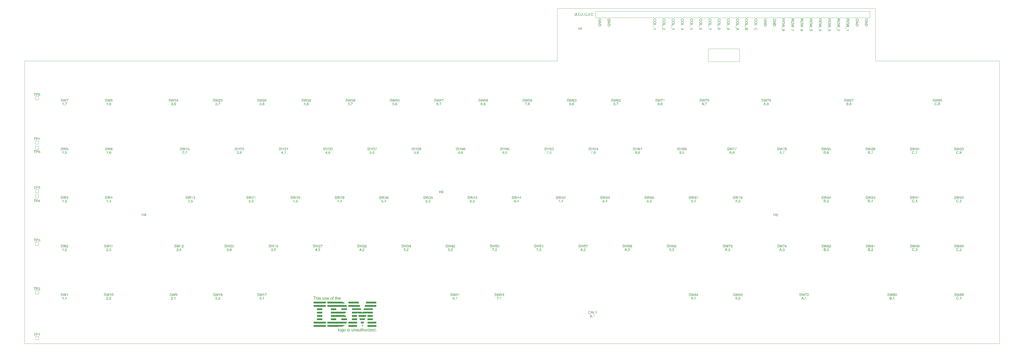
<source format=gto>
%TF.GenerationSoftware,KiCad,Pcbnew,7.0.7*%
%TF.CreationDate,2023-10-06T16:16:01-07:00*%
%TF.ProjectId,XTay,58546179-2e6b-4696-9361-645f70636258,rev?*%
%TF.SameCoordinates,Original*%
%TF.FileFunction,Legend,Top*%
%TF.FilePolarity,Positive*%
%FSLAX46Y46*%
G04 Gerber Fmt 4.6, Leading zero omitted, Abs format (unit mm)*
G04 Created by KiCad (PCBNEW 7.0.7) date 2023-10-06 16:16:01*
%MOMM*%
%LPD*%
G01*
G04 APERTURE LIST*
%ADD10C,0.150000*%
%ADD11C,0.120000*%
%TA.AperFunction,Profile*%
%ADD12C,0.100000*%
%TD*%
G04 APERTURE END LIST*
D10*
G36*
X150692243Y-219229000D02*
G01*
X150692243Y-217908134D01*
X150853224Y-217908134D01*
X150853224Y-219229000D01*
X150692243Y-219229000D01*
G37*
G36*
X151500335Y-218254070D02*
G01*
X151522765Y-218255506D01*
X151544748Y-218257900D01*
X151566284Y-218261251D01*
X151587374Y-218265560D01*
X151608018Y-218270826D01*
X151628215Y-218277050D01*
X151647965Y-218284232D01*
X151667269Y-218292370D01*
X151686127Y-218301467D01*
X151704538Y-218311521D01*
X151722502Y-218322532D01*
X151740020Y-218334501D01*
X151757091Y-218347427D01*
X151773716Y-218361311D01*
X151789895Y-218376152D01*
X151805390Y-218391883D01*
X151819885Y-218408514D01*
X151833381Y-218426046D01*
X151845877Y-218444478D01*
X151857373Y-218463810D01*
X151867870Y-218484043D01*
X151877367Y-218505177D01*
X151885864Y-218527210D01*
X151893362Y-218550145D01*
X151899859Y-218573979D01*
X151905358Y-218598715D01*
X151907732Y-218611420D01*
X151909856Y-218624350D01*
X151911731Y-218637506D01*
X151913355Y-218650887D01*
X151914730Y-218664492D01*
X151915854Y-218678323D01*
X151916729Y-218692379D01*
X151917354Y-218706660D01*
X151917729Y-218721166D01*
X151917854Y-218735898D01*
X151917744Y-218750286D01*
X151917413Y-218764517D01*
X151916863Y-218778592D01*
X151916092Y-218792510D01*
X151915102Y-218806270D01*
X151913891Y-218819874D01*
X151912460Y-218833321D01*
X151910809Y-218846611D01*
X151908937Y-218859745D01*
X151906846Y-218872721D01*
X151904534Y-218885540D01*
X151902003Y-218898203D01*
X151899251Y-218910708D01*
X151896279Y-218923057D01*
X151889674Y-218947284D01*
X151882189Y-218970883D01*
X151873823Y-218993854D01*
X151864577Y-219016198D01*
X151854450Y-219037915D01*
X151843442Y-219059003D01*
X151831554Y-219079464D01*
X151818785Y-219099298D01*
X151805136Y-219118504D01*
X151790601Y-219136806D01*
X151775096Y-219153927D01*
X151758621Y-219169867D01*
X151741176Y-219184627D01*
X151722761Y-219198205D01*
X151703377Y-219210603D01*
X151683022Y-219221821D01*
X151661698Y-219231857D01*
X151639404Y-219240713D01*
X151616139Y-219248388D01*
X151591905Y-219254882D01*
X151579424Y-219257686D01*
X151566701Y-219260195D01*
X151553735Y-219262409D01*
X151540527Y-219264328D01*
X151527076Y-219265952D01*
X151513383Y-219267280D01*
X151499448Y-219268313D01*
X151485270Y-219269051D01*
X151470849Y-219269494D01*
X151456186Y-219269642D01*
X151431816Y-219269122D01*
X151408082Y-219267563D01*
X151384983Y-219264964D01*
X151362519Y-219261327D01*
X151340689Y-219256649D01*
X151319495Y-219250933D01*
X151298936Y-219244177D01*
X151279012Y-219236382D01*
X151259723Y-219227547D01*
X151241069Y-219217673D01*
X151223050Y-219206760D01*
X151205666Y-219194807D01*
X151188917Y-219181815D01*
X151172803Y-219167783D01*
X151157324Y-219152713D01*
X151142480Y-219136602D01*
X151128446Y-219119577D01*
X151115318Y-219101839D01*
X151103095Y-219083390D01*
X151091777Y-219064229D01*
X151081365Y-219044355D01*
X151071858Y-219023770D01*
X151063256Y-219002473D01*
X151055560Y-218980464D01*
X151048770Y-218957743D01*
X151042885Y-218934310D01*
X151037905Y-218910165D01*
X151033830Y-218885309D01*
X151032133Y-218872613D01*
X151030661Y-218859740D01*
X151029417Y-218846689D01*
X151028398Y-218833459D01*
X151027606Y-218820052D01*
X151027040Y-218806467D01*
X151026700Y-218792703D01*
X151026587Y-218778762D01*
X151026610Y-218775905D01*
X151191695Y-218775905D01*
X151191957Y-218795622D01*
X151192742Y-218814924D01*
X151194051Y-218833813D01*
X151195882Y-218852287D01*
X151198238Y-218870347D01*
X151201117Y-218887993D01*
X151204519Y-218905224D01*
X151208444Y-218922041D01*
X151212893Y-218938444D01*
X151217865Y-218954433D01*
X151223361Y-218970007D01*
X151229380Y-218985167D01*
X151235923Y-218999913D01*
X151242989Y-219014245D01*
X151250578Y-219028162D01*
X151258691Y-219041665D01*
X151267372Y-219054507D01*
X151276665Y-219066521D01*
X151286572Y-219077706D01*
X151297091Y-219088062D01*
X151308222Y-219097590D01*
X151319967Y-219106290D01*
X151332324Y-219114161D01*
X151345293Y-219121203D01*
X151358876Y-219127417D01*
X151373071Y-219132802D01*
X151387879Y-219137359D01*
X151403300Y-219141087D01*
X151419333Y-219143987D01*
X151435979Y-219146058D01*
X151453238Y-219147301D01*
X151471109Y-219147715D01*
X151490719Y-219147223D01*
X151509543Y-219145746D01*
X151527581Y-219143284D01*
X151544832Y-219139837D01*
X151561297Y-219135406D01*
X151576976Y-219129989D01*
X151591868Y-219123588D01*
X151605974Y-219116202D01*
X151619293Y-219107831D01*
X151631827Y-219098476D01*
X151643573Y-219088135D01*
X151654534Y-219076810D01*
X151664708Y-219064500D01*
X151674096Y-219051206D01*
X151682697Y-219036926D01*
X151690512Y-219021662D01*
X151697702Y-219005755D01*
X151704429Y-218989627D01*
X151710691Y-218973279D01*
X151716489Y-218956710D01*
X151721824Y-218939920D01*
X151726694Y-218922909D01*
X151731101Y-218905678D01*
X151735044Y-218888226D01*
X151738523Y-218870553D01*
X151741538Y-218852659D01*
X151744089Y-218834545D01*
X151746177Y-218816209D01*
X151747800Y-218797653D01*
X151748960Y-218778876D01*
X151749656Y-218759879D01*
X151749888Y-218740660D01*
X151749720Y-218723400D01*
X151749218Y-218706547D01*
X151748381Y-218690101D01*
X151747209Y-218674061D01*
X151745702Y-218658429D01*
X151743860Y-218643203D01*
X151741683Y-218628384D01*
X151739172Y-218613972D01*
X151736325Y-218599966D01*
X151733144Y-218586368D01*
X151729628Y-218573176D01*
X151725776Y-218560391D01*
X151721590Y-218548013D01*
X151717070Y-218536041D01*
X151709660Y-218518847D01*
X151707023Y-218513319D01*
X151698146Y-218496632D01*
X151688503Y-218481022D01*
X151678093Y-218466488D01*
X151666917Y-218453031D01*
X151654974Y-218440650D01*
X151642265Y-218429346D01*
X151628789Y-218419119D01*
X151614547Y-218409968D01*
X151599538Y-218401893D01*
X151583763Y-218394896D01*
X151567221Y-218388975D01*
X151549912Y-218384130D01*
X151531838Y-218380362D01*
X151512996Y-218377670D01*
X151493388Y-218376056D01*
X151473014Y-218375517D01*
X151454912Y-218375976D01*
X151437438Y-218377353D01*
X151420591Y-218379647D01*
X151404371Y-218382860D01*
X151388779Y-218386990D01*
X151373815Y-218392038D01*
X151359479Y-218398004D01*
X151345770Y-218404887D01*
X151332688Y-218412689D01*
X151320235Y-218421408D01*
X151308408Y-218431045D01*
X151297210Y-218441600D01*
X151286639Y-218453073D01*
X151276695Y-218465464D01*
X151267379Y-218478772D01*
X151258691Y-218492998D01*
X151250578Y-218507833D01*
X151242989Y-218523048D01*
X151235923Y-218538642D01*
X151229380Y-218554616D01*
X151223361Y-218570969D01*
X151217865Y-218587702D01*
X151212893Y-218604814D01*
X151208444Y-218622306D01*
X151204519Y-218640178D01*
X151201117Y-218658429D01*
X151198238Y-218677059D01*
X151195882Y-218696069D01*
X151194051Y-218715459D01*
X151192742Y-218735228D01*
X151191957Y-218755376D01*
X151191695Y-218775905D01*
X151026610Y-218775905D01*
X151026706Y-218763836D01*
X151027065Y-218749101D01*
X151027661Y-218734557D01*
X151028497Y-218720205D01*
X151029572Y-218706045D01*
X151030885Y-218692077D01*
X151032437Y-218678300D01*
X151034227Y-218664715D01*
X151036257Y-218651321D01*
X151038525Y-218638119D01*
X151041032Y-218625109D01*
X151043778Y-218612290D01*
X151046762Y-218599663D01*
X151049985Y-218587227D01*
X151053447Y-218574983D01*
X151061087Y-218551070D01*
X151069683Y-218527924D01*
X151079233Y-218505544D01*
X151089738Y-218483931D01*
X151101199Y-218463084D01*
X151113614Y-218443003D01*
X151126984Y-218423689D01*
X151141310Y-218405142D01*
X151148831Y-218396156D01*
X151164440Y-218378892D01*
X151180706Y-218362742D01*
X151197630Y-218347706D01*
X151215211Y-218333784D01*
X151233450Y-218320975D01*
X151252346Y-218309281D01*
X151271899Y-218298700D01*
X151292110Y-218289232D01*
X151312978Y-218280879D01*
X151334503Y-218273639D01*
X151356686Y-218267514D01*
X151379526Y-218262502D01*
X151403023Y-218258603D01*
X151427178Y-218255819D01*
X151451990Y-218254148D01*
X151477459Y-218253591D01*
X151500335Y-218254070D01*
G37*
G36*
X152455414Y-218253779D02*
G01*
X152469165Y-218254340D01*
X152482691Y-218255277D01*
X152495990Y-218256588D01*
X152509064Y-218258273D01*
X152521912Y-218260334D01*
X152534535Y-218262768D01*
X152546932Y-218265577D01*
X152565104Y-218270494D01*
X152582767Y-218276253D01*
X152599924Y-218282854D01*
X152616572Y-218290299D01*
X152632712Y-218298586D01*
X152637979Y-218301536D01*
X152649435Y-218308670D01*
X152660940Y-218316578D01*
X152672494Y-218325261D01*
X152684098Y-218334717D01*
X152695752Y-218344946D01*
X152707456Y-218355950D01*
X152719209Y-218367728D01*
X152728056Y-218377070D01*
X152731011Y-218380280D01*
X152731011Y-218275817D01*
X152879291Y-218275817D01*
X152879291Y-219150573D01*
X152879082Y-219173171D01*
X152878453Y-219195164D01*
X152877405Y-219216552D01*
X152875937Y-219237334D01*
X152874051Y-219257511D01*
X152871745Y-219277083D01*
X152869020Y-219296050D01*
X152865876Y-219314411D01*
X152862313Y-219332167D01*
X152858330Y-219349318D01*
X152853928Y-219365864D01*
X152849107Y-219381804D01*
X152843867Y-219397139D01*
X152838208Y-219411869D01*
X152832129Y-219425993D01*
X152825631Y-219439512D01*
X152819206Y-219451565D01*
X152812434Y-219463236D01*
X152805315Y-219474523D01*
X152797848Y-219485428D01*
X152790035Y-219495951D01*
X152781873Y-219506090D01*
X152773365Y-219515847D01*
X152764509Y-219525222D01*
X152755306Y-219534214D01*
X152745756Y-219542823D01*
X152735858Y-219551049D01*
X152725614Y-219558893D01*
X152715021Y-219566355D01*
X152704082Y-219573433D01*
X152692795Y-219580129D01*
X152681161Y-219586443D01*
X152669180Y-219592374D01*
X152656852Y-219597922D01*
X152644176Y-219603087D01*
X152631153Y-219607870D01*
X152617782Y-219612270D01*
X152604065Y-219616288D01*
X152590000Y-219619923D01*
X152575587Y-219623175D01*
X152560828Y-219626045D01*
X152545721Y-219628532D01*
X152530267Y-219630637D01*
X152514466Y-219632359D01*
X152498317Y-219633698D01*
X152481821Y-219634654D01*
X152464978Y-219635228D01*
X152447787Y-219635420D01*
X152428689Y-219635150D01*
X152409973Y-219634343D01*
X152391639Y-219632997D01*
X152373687Y-219631113D01*
X152356117Y-219628691D01*
X152338929Y-219625730D01*
X152322123Y-219622232D01*
X152305699Y-219618194D01*
X152289657Y-219613619D01*
X152273997Y-219608505D01*
X152258719Y-219602853D01*
X152243823Y-219596663D01*
X152229309Y-219589934D01*
X152215177Y-219582667D01*
X152201427Y-219574862D01*
X152188060Y-219566519D01*
X152175245Y-219557602D01*
X152163154Y-219548078D01*
X152151788Y-219537946D01*
X152141147Y-219527206D01*
X152131229Y-219515859D01*
X152122036Y-219503904D01*
X152113567Y-219491341D01*
X152105823Y-219478170D01*
X152098803Y-219464392D01*
X152092507Y-219450005D01*
X152086936Y-219435011D01*
X152082089Y-219419410D01*
X152077966Y-219403200D01*
X152074567Y-219386383D01*
X152071893Y-219368958D01*
X152069944Y-219350926D01*
X152233464Y-219350926D01*
X152235868Y-219363506D01*
X152239698Y-219379411D01*
X152244242Y-219394325D01*
X152249501Y-219408246D01*
X152255475Y-219421175D01*
X152262162Y-219433111D01*
X152269564Y-219444056D01*
X152277681Y-219454008D01*
X152279822Y-219456341D01*
X152290608Y-219466555D01*
X152302489Y-219475764D01*
X152315464Y-219483968D01*
X152329533Y-219491168D01*
X152344695Y-219497364D01*
X152360952Y-219502554D01*
X152378302Y-219506740D01*
X152396747Y-219509922D01*
X152409651Y-219511484D01*
X152423041Y-219512601D01*
X152436917Y-219513270D01*
X152451280Y-219513494D01*
X152473919Y-219512990D01*
X152495559Y-219511479D01*
X152516198Y-219508962D01*
X152535838Y-219505437D01*
X152554479Y-219500905D01*
X152572120Y-219495365D01*
X152588761Y-219488819D01*
X152604402Y-219481266D01*
X152619044Y-219472705D01*
X152632686Y-219463138D01*
X152645328Y-219452563D01*
X152656971Y-219440981D01*
X152667614Y-219428392D01*
X152677257Y-219414796D01*
X152685901Y-219400193D01*
X152693545Y-219384582D01*
X152699105Y-219370413D01*
X152704119Y-219354458D01*
X152708586Y-219336717D01*
X152711260Y-219323897D01*
X152713691Y-219310284D01*
X152715879Y-219295876D01*
X152717824Y-219280675D01*
X152719526Y-219264680D01*
X152720984Y-219247892D01*
X152722200Y-219230309D01*
X152723172Y-219211933D01*
X152723901Y-219192763D01*
X152724388Y-219172799D01*
X152724631Y-219152042D01*
X152724661Y-219141365D01*
X152724661Y-219128040D01*
X152724661Y-219114854D01*
X152724661Y-219113106D01*
X152715439Y-219125715D01*
X152705871Y-219137705D01*
X152695956Y-219149075D01*
X152685696Y-219159826D01*
X152675090Y-219169957D01*
X152664137Y-219179468D01*
X152652839Y-219188360D01*
X152641194Y-219196633D01*
X152629204Y-219204286D01*
X152616867Y-219211319D01*
X152608450Y-219215664D01*
X152595382Y-219221679D01*
X152581537Y-219227102D01*
X152566917Y-219231933D01*
X152551521Y-219236173D01*
X152535349Y-219239822D01*
X152518401Y-219242878D01*
X152500678Y-219245343D01*
X152482178Y-219247217D01*
X152469414Y-219248137D01*
X152456306Y-219248795D01*
X152442852Y-219249189D01*
X152429054Y-219249321D01*
X152409797Y-219248881D01*
X152390843Y-219247564D01*
X152372191Y-219245369D01*
X152353842Y-219242295D01*
X152335796Y-219238344D01*
X152318052Y-219233514D01*
X152300611Y-219227806D01*
X152283473Y-219221220D01*
X152266637Y-219213756D01*
X152250104Y-219205414D01*
X152233874Y-219196194D01*
X152217946Y-219186095D01*
X152202320Y-219175119D01*
X152186998Y-219163264D01*
X152171978Y-219150531D01*
X152157260Y-219136920D01*
X152143150Y-219122255D01*
X152129949Y-219106438D01*
X152117659Y-219089471D01*
X152106279Y-219071353D01*
X152095810Y-219052084D01*
X152086251Y-219031663D01*
X152077602Y-219010092D01*
X152069864Y-218987370D01*
X152063036Y-218963497D01*
X152059964Y-218951129D01*
X152057119Y-218938473D01*
X152054502Y-218925529D01*
X152052112Y-218912297D01*
X152049950Y-218898778D01*
X152048015Y-218884971D01*
X152046308Y-218870877D01*
X152044829Y-218856494D01*
X152043577Y-218841824D01*
X152042553Y-218826866D01*
X152041756Y-218811620D01*
X152041187Y-218796087D01*
X152040846Y-218780265D01*
X152040833Y-218778445D01*
X152205840Y-218778445D01*
X152206096Y-218799440D01*
X152206862Y-218819801D01*
X152208140Y-218839527D01*
X152209928Y-218858617D01*
X152212228Y-218877073D01*
X152215038Y-218894894D01*
X152218360Y-218912079D01*
X152222192Y-218928630D01*
X152226536Y-218944545D01*
X152231390Y-218959826D01*
X152236756Y-218974471D01*
X152242633Y-218988481D01*
X152249020Y-219001857D01*
X152255919Y-219014597D01*
X152263328Y-219026702D01*
X152271249Y-219038173D01*
X152279640Y-219048977D01*
X152288385Y-219059084D01*
X152297481Y-219068494D01*
X152306929Y-219077207D01*
X152321763Y-219088970D01*
X152337389Y-219099164D01*
X152353807Y-219107790D01*
X152371018Y-219114848D01*
X152389022Y-219120337D01*
X152401464Y-219123125D01*
X152414259Y-219125216D01*
X152427406Y-219126610D01*
X152440906Y-219127307D01*
X152447787Y-219127394D01*
X152469056Y-219126750D01*
X152489521Y-219124815D01*
X152509182Y-219121590D01*
X152528039Y-219117075D01*
X152546093Y-219111271D01*
X152563343Y-219104176D01*
X152579790Y-219095792D01*
X152595432Y-219086117D01*
X152610271Y-219075153D01*
X152624306Y-219062899D01*
X152637538Y-219049355D01*
X152649965Y-219034521D01*
X152661590Y-219018397D01*
X152672410Y-219000984D01*
X152682426Y-218982280D01*
X152691639Y-218962286D01*
X152696407Y-218950496D01*
X152700867Y-218938463D01*
X152705020Y-218926186D01*
X152708865Y-218913667D01*
X152712402Y-218900904D01*
X152715632Y-218887898D01*
X152718554Y-218874649D01*
X152721168Y-218861158D01*
X152723475Y-218847423D01*
X152725475Y-218833444D01*
X152727166Y-218819223D01*
X152728551Y-218804759D01*
X152729627Y-218790051D01*
X152730396Y-218775101D01*
X152730858Y-218759907D01*
X152731011Y-218744471D01*
X152730725Y-218721355D01*
X152729865Y-218699001D01*
X152728433Y-218677409D01*
X152726427Y-218656578D01*
X152723849Y-218636509D01*
X152720697Y-218617201D01*
X152716972Y-218598655D01*
X152712675Y-218580871D01*
X152707804Y-218563848D01*
X152702361Y-218547586D01*
X152696344Y-218532086D01*
X152689754Y-218517348D01*
X152682591Y-218503371D01*
X152674856Y-218490155D01*
X152666547Y-218477702D01*
X152657665Y-218466009D01*
X152648341Y-218455051D01*
X152638704Y-218444800D01*
X152628754Y-218435256D01*
X152618492Y-218426419D01*
X152607917Y-218418289D01*
X152597030Y-218410866D01*
X152585830Y-218404150D01*
X152574317Y-218398140D01*
X152562492Y-218392838D01*
X152550355Y-218388243D01*
X152537905Y-218384354D01*
X152525142Y-218381173D01*
X152512067Y-218378699D01*
X152498679Y-218376931D01*
X152484979Y-218375871D01*
X152470966Y-218375517D01*
X152450190Y-218376173D01*
X152430250Y-218378142D01*
X152411145Y-218381422D01*
X152392877Y-218386015D01*
X152375445Y-218391920D01*
X152358848Y-218399137D01*
X152343088Y-218407667D01*
X152328163Y-218417509D01*
X152314075Y-218428663D01*
X152300822Y-218441129D01*
X152288406Y-218454907D01*
X152276825Y-218469998D01*
X152266080Y-218486401D01*
X152256172Y-218504116D01*
X152247099Y-218523143D01*
X152238862Y-218543483D01*
X152232961Y-218560763D01*
X152227640Y-218579025D01*
X152224415Y-218591745D01*
X152221448Y-218604903D01*
X152218739Y-218618496D01*
X152216289Y-218632526D01*
X152214096Y-218646993D01*
X152212161Y-218661897D01*
X152210484Y-218677237D01*
X152209065Y-218693013D01*
X152207904Y-218709226D01*
X152207001Y-218725876D01*
X152206356Y-218742962D01*
X152205969Y-218760485D01*
X152205840Y-218778445D01*
X152040833Y-218778445D01*
X152040732Y-218764157D01*
X152040847Y-218749217D01*
X152041190Y-218734485D01*
X152041762Y-218719959D01*
X152042563Y-218705639D01*
X152043593Y-218691526D01*
X152044851Y-218677620D01*
X152046339Y-218663920D01*
X152048055Y-218650426D01*
X152050000Y-218637139D01*
X152052174Y-218624059D01*
X152054577Y-218611185D01*
X152057208Y-218598518D01*
X152060069Y-218586057D01*
X152066476Y-218561754D01*
X152073799Y-218538278D01*
X152082037Y-218515628D01*
X152091190Y-218493803D01*
X152101259Y-218472805D01*
X152112243Y-218452633D01*
X152124142Y-218433287D01*
X152136957Y-218414767D01*
X152150687Y-218397073D01*
X152157896Y-218388535D01*
X152172770Y-218372195D01*
X152188025Y-218356908D01*
X152203659Y-218342676D01*
X152219672Y-218329497D01*
X152236065Y-218317373D01*
X152252838Y-218306304D01*
X152269990Y-218296288D01*
X152287521Y-218287327D01*
X152305432Y-218279420D01*
X152323723Y-218272568D01*
X152342393Y-218266769D01*
X152361443Y-218262025D01*
X152380872Y-218258335D01*
X152400681Y-218255700D01*
X152420869Y-218254118D01*
X152441437Y-218253591D01*
X152455414Y-218253779D01*
G37*
G36*
X153524816Y-218254070D02*
G01*
X153547245Y-218255506D01*
X153569228Y-218257900D01*
X153590765Y-218261251D01*
X153611854Y-218265560D01*
X153632498Y-218270826D01*
X153652695Y-218277050D01*
X153672445Y-218284232D01*
X153691749Y-218292370D01*
X153710607Y-218301467D01*
X153729018Y-218311521D01*
X153746982Y-218322532D01*
X153764500Y-218334501D01*
X153781572Y-218347427D01*
X153798197Y-218361311D01*
X153814375Y-218376152D01*
X153829870Y-218391883D01*
X153844365Y-218408514D01*
X153857861Y-218426046D01*
X153870357Y-218444478D01*
X153881853Y-218463810D01*
X153892350Y-218484043D01*
X153901847Y-218505177D01*
X153910344Y-218527210D01*
X153917842Y-218550145D01*
X153924340Y-218573979D01*
X153929838Y-218598715D01*
X153932212Y-218611420D01*
X153934336Y-218624350D01*
X153936211Y-218637506D01*
X153937835Y-218650887D01*
X153939210Y-218664492D01*
X153940334Y-218678323D01*
X153941209Y-218692379D01*
X153941834Y-218706660D01*
X153942209Y-218721166D01*
X153942334Y-218735898D01*
X153942224Y-218750286D01*
X153941893Y-218764517D01*
X153941343Y-218778592D01*
X153940573Y-218792510D01*
X153939582Y-218806270D01*
X153938371Y-218819874D01*
X153936940Y-218833321D01*
X153935289Y-218846611D01*
X153933418Y-218859745D01*
X153931326Y-218872721D01*
X153929015Y-218885540D01*
X153926483Y-218898203D01*
X153923731Y-218910708D01*
X153920759Y-218923057D01*
X153914154Y-218947284D01*
X153906669Y-218970883D01*
X153898303Y-218993854D01*
X153889057Y-219016198D01*
X153878930Y-219037915D01*
X153867922Y-219059003D01*
X153856034Y-219079464D01*
X153843265Y-219099298D01*
X153829616Y-219118504D01*
X153815081Y-219136806D01*
X153799576Y-219153927D01*
X153783101Y-219169867D01*
X153765656Y-219184627D01*
X153747241Y-219198205D01*
X153727857Y-219210603D01*
X153707502Y-219221821D01*
X153686178Y-219231857D01*
X153663884Y-219240713D01*
X153640619Y-219248388D01*
X153616385Y-219254882D01*
X153603905Y-219257686D01*
X153591181Y-219260195D01*
X153578216Y-219262409D01*
X153565007Y-219264328D01*
X153551557Y-219265952D01*
X153537863Y-219267280D01*
X153523928Y-219268313D01*
X153509750Y-219269051D01*
X153495329Y-219269494D01*
X153480666Y-219269642D01*
X153456297Y-219269122D01*
X153432562Y-219267563D01*
X153409463Y-219264964D01*
X153386999Y-219261327D01*
X153365170Y-219256649D01*
X153343975Y-219250933D01*
X153323416Y-219244177D01*
X153303492Y-219236382D01*
X153284203Y-219227547D01*
X153265549Y-219217673D01*
X153247530Y-219206760D01*
X153230146Y-219194807D01*
X153213397Y-219181815D01*
X153197283Y-219167783D01*
X153181804Y-219152713D01*
X153166960Y-219136602D01*
X153152926Y-219119577D01*
X153139798Y-219101839D01*
X153127575Y-219083390D01*
X153116257Y-219064229D01*
X153105845Y-219044355D01*
X153096338Y-219023770D01*
X153087737Y-219002473D01*
X153080040Y-218980464D01*
X153073250Y-218957743D01*
X153067365Y-218934310D01*
X153062385Y-218910165D01*
X153058311Y-218885309D01*
X153056613Y-218872613D01*
X153055142Y-218859740D01*
X153053897Y-218846689D01*
X153052878Y-218833459D01*
X153052086Y-218820052D01*
X153051520Y-218806467D01*
X153051180Y-218792703D01*
X153051067Y-218778762D01*
X153051090Y-218775905D01*
X153216175Y-218775905D01*
X153216437Y-218795622D01*
X153217222Y-218814924D01*
X153218531Y-218833813D01*
X153220363Y-218852287D01*
X153222718Y-218870347D01*
X153225597Y-218887993D01*
X153228999Y-218905224D01*
X153232924Y-218922041D01*
X153237373Y-218938444D01*
X153242346Y-218954433D01*
X153247841Y-218970007D01*
X153253860Y-218985167D01*
X153260403Y-218999913D01*
X153267469Y-219014245D01*
X153275058Y-219028162D01*
X153283171Y-219041665D01*
X153291852Y-219054507D01*
X153301146Y-219066521D01*
X153311052Y-219077706D01*
X153321571Y-219088062D01*
X153332702Y-219097590D01*
X153344447Y-219106290D01*
X153356804Y-219114161D01*
X153369774Y-219121203D01*
X153383356Y-219127417D01*
X153397551Y-219132802D01*
X153412359Y-219137359D01*
X153427780Y-219141087D01*
X153443813Y-219143987D01*
X153460459Y-219146058D01*
X153477718Y-219147301D01*
X153495589Y-219147715D01*
X153515199Y-219147223D01*
X153534023Y-219145746D01*
X153552061Y-219143284D01*
X153569312Y-219139837D01*
X153585777Y-219135406D01*
X153601456Y-219129989D01*
X153616348Y-219123588D01*
X153630454Y-219116202D01*
X153643774Y-219107831D01*
X153656307Y-219098476D01*
X153668054Y-219088135D01*
X153679014Y-219076810D01*
X153689188Y-219064500D01*
X153698576Y-219051206D01*
X153707177Y-219036926D01*
X153714993Y-219021662D01*
X153722183Y-219005755D01*
X153728909Y-218989627D01*
X153735171Y-218973279D01*
X153740969Y-218956710D01*
X153746304Y-218939920D01*
X153751174Y-218922909D01*
X153755581Y-218905678D01*
X153759524Y-218888226D01*
X153763003Y-218870553D01*
X153766018Y-218852659D01*
X153768570Y-218834545D01*
X153770657Y-218816209D01*
X153772281Y-218797653D01*
X153773440Y-218778876D01*
X153774136Y-218759879D01*
X153774368Y-218740660D01*
X153774201Y-218723400D01*
X153773698Y-218706547D01*
X153772861Y-218690101D01*
X153771689Y-218674061D01*
X153770182Y-218658429D01*
X153768340Y-218643203D01*
X153766163Y-218628384D01*
X153763652Y-218613972D01*
X153760805Y-218599966D01*
X153757624Y-218586368D01*
X153754108Y-218573176D01*
X153750257Y-218560391D01*
X153746071Y-218548013D01*
X153741550Y-218536041D01*
X153734141Y-218518847D01*
X153731503Y-218513319D01*
X153722627Y-218496632D01*
X153712983Y-218481022D01*
X153702573Y-218466488D01*
X153691397Y-218453031D01*
X153679454Y-218440650D01*
X153666745Y-218429346D01*
X153653269Y-218419119D01*
X153639027Y-218409968D01*
X153624018Y-218401893D01*
X153608243Y-218394896D01*
X153591701Y-218388975D01*
X153574393Y-218384130D01*
X153556318Y-218380362D01*
X153537476Y-218377670D01*
X153517869Y-218376056D01*
X153497494Y-218375517D01*
X153479392Y-218375976D01*
X153461918Y-218377353D01*
X153445071Y-218379647D01*
X153428851Y-218382860D01*
X153413260Y-218386990D01*
X153398295Y-218392038D01*
X153383959Y-218398004D01*
X153370250Y-218404887D01*
X153357168Y-218412689D01*
X153344715Y-218421408D01*
X153332888Y-218431045D01*
X153321690Y-218441600D01*
X153311119Y-218453073D01*
X153301175Y-218465464D01*
X153291859Y-218478772D01*
X153283171Y-218492998D01*
X153275058Y-218507833D01*
X153267469Y-218523048D01*
X153260403Y-218538642D01*
X153253860Y-218554616D01*
X153247841Y-218570969D01*
X153242346Y-218587702D01*
X153237373Y-218604814D01*
X153232924Y-218622306D01*
X153228999Y-218640178D01*
X153225597Y-218658429D01*
X153222718Y-218677059D01*
X153220363Y-218696069D01*
X153218531Y-218715459D01*
X153217222Y-218735228D01*
X153216437Y-218755376D01*
X153216175Y-218775905D01*
X153051090Y-218775905D01*
X153051187Y-218763836D01*
X153051545Y-218749101D01*
X153052142Y-218734557D01*
X153052977Y-218720205D01*
X153054052Y-218706045D01*
X153055365Y-218692077D01*
X153056917Y-218678300D01*
X153058707Y-218664715D01*
X153060737Y-218651321D01*
X153063005Y-218638119D01*
X153065512Y-218625109D01*
X153068258Y-218612290D01*
X153071242Y-218599663D01*
X153074465Y-218587227D01*
X153077927Y-218574983D01*
X153085568Y-218551070D01*
X153094163Y-218527924D01*
X153103713Y-218505544D01*
X153114218Y-218483931D01*
X153125679Y-218463084D01*
X153138094Y-218443003D01*
X153151464Y-218423689D01*
X153165790Y-218405142D01*
X153173311Y-218396156D01*
X153188920Y-218378892D01*
X153205186Y-218362742D01*
X153222110Y-218347706D01*
X153239691Y-218333784D01*
X153257930Y-218320975D01*
X153276826Y-218309281D01*
X153296379Y-218298700D01*
X153316590Y-218289232D01*
X153337458Y-218280879D01*
X153358983Y-218273639D01*
X153381166Y-218267514D01*
X153404006Y-218262502D01*
X153427503Y-218258603D01*
X153451658Y-218255819D01*
X153476470Y-218254148D01*
X153501939Y-218253591D01*
X153524816Y-218254070D01*
G37*
G36*
X154633883Y-219229000D02*
G01*
X154633883Y-218270102D01*
X154797404Y-218270102D01*
X154797404Y-219229000D01*
X154633883Y-219229000D01*
G37*
G36*
X154633883Y-218091023D02*
G01*
X154633883Y-217908134D01*
X154797404Y-217908134D01*
X154797404Y-218091023D01*
X154633883Y-218091023D01*
G37*
G36*
X154979023Y-218944505D02*
G01*
X155133335Y-218944505D01*
X155134930Y-218959414D01*
X155136978Y-218973659D01*
X155139477Y-218987239D01*
X155142429Y-219000155D01*
X155145833Y-219012407D01*
X155151074Y-219027710D01*
X155157119Y-219041832D01*
X155163968Y-219054773D01*
X155171621Y-219066533D01*
X155173660Y-219069289D01*
X155185818Y-219083305D01*
X155199550Y-219095942D01*
X155214855Y-219107200D01*
X155225934Y-219113940D01*
X155237712Y-219120067D01*
X155250189Y-219125581D01*
X155263366Y-219130483D01*
X155277242Y-219134772D01*
X155291818Y-219138448D01*
X155307094Y-219141512D01*
X155323069Y-219143963D01*
X155339743Y-219145801D01*
X155357117Y-219147026D01*
X155375191Y-219147639D01*
X155384490Y-219147715D01*
X155401029Y-219147355D01*
X155417189Y-219146275D01*
X155432970Y-219144476D01*
X155448370Y-219141956D01*
X155463391Y-219138716D01*
X155478033Y-219134756D01*
X155492295Y-219130076D01*
X155506178Y-219124676D01*
X155519681Y-219118556D01*
X155532805Y-219111716D01*
X155541343Y-219106756D01*
X155553486Y-219098620D01*
X155564435Y-219089692D01*
X155574189Y-219079971D01*
X155582749Y-219069458D01*
X155590114Y-219058152D01*
X155596285Y-219046053D01*
X155601262Y-219033162D01*
X155605044Y-219019479D01*
X155607632Y-219005003D01*
X155609026Y-218989734D01*
X155609291Y-218979115D01*
X155608443Y-218963254D01*
X155605898Y-218948375D01*
X155601656Y-218934479D01*
X155595717Y-218921565D01*
X155588082Y-218909633D01*
X155578750Y-218898684D01*
X155567721Y-218888717D01*
X155554996Y-218879732D01*
X155542430Y-218873028D01*
X155530000Y-218867442D01*
X155515456Y-218861657D01*
X155503162Y-218857189D01*
X155489678Y-218852608D01*
X155475006Y-218847916D01*
X155459144Y-218843112D01*
X155442094Y-218838197D01*
X155423856Y-218833170D01*
X155417512Y-218831470D01*
X155289553Y-218799401D01*
X155274523Y-218795522D01*
X155259994Y-218791587D01*
X155245966Y-218787594D01*
X155232440Y-218783545D01*
X155219414Y-218779438D01*
X155206890Y-218775275D01*
X155194866Y-218771054D01*
X155177771Y-218764616D01*
X155161802Y-218758049D01*
X155146962Y-218751354D01*
X155133248Y-218744531D01*
X155120662Y-218737580D01*
X155109204Y-218730500D01*
X155096670Y-218722046D01*
X155084944Y-218713195D01*
X155074027Y-218703948D01*
X155063918Y-218694303D01*
X155054619Y-218684262D01*
X155046127Y-218673823D01*
X155038445Y-218662988D01*
X155031571Y-218651756D01*
X155025506Y-218640127D01*
X155020250Y-218628101D01*
X155015802Y-218615678D01*
X155012163Y-218602859D01*
X155009333Y-218589642D01*
X155007311Y-218576028D01*
X155006098Y-218562018D01*
X155005694Y-218547611D01*
X155006076Y-218531375D01*
X155007222Y-218515532D01*
X155009132Y-218500080D01*
X155011806Y-218485021D01*
X155015244Y-218470353D01*
X155019446Y-218456077D01*
X155024412Y-218442193D01*
X155030143Y-218428701D01*
X155036637Y-218415601D01*
X155043895Y-218402893D01*
X155051917Y-218390577D01*
X155060703Y-218378653D01*
X155070254Y-218367120D01*
X155080568Y-218355980D01*
X155091646Y-218345232D01*
X155103489Y-218334875D01*
X155115976Y-218325032D01*
X155128989Y-218315824D01*
X155142528Y-218307251D01*
X155156593Y-218299314D01*
X155171184Y-218292011D01*
X155186301Y-218285343D01*
X155201943Y-218279310D01*
X155218112Y-218273912D01*
X155234806Y-218269150D01*
X155252026Y-218265022D01*
X155269773Y-218261529D01*
X155288045Y-218258672D01*
X155306843Y-218256449D01*
X155326166Y-218254861D01*
X155346016Y-218253909D01*
X155366392Y-218253591D01*
X155379788Y-218253711D01*
X155392949Y-218254070D01*
X155405874Y-218254668D01*
X155418563Y-218255506D01*
X155443235Y-218257900D01*
X155466965Y-218261251D01*
X155489751Y-218265560D01*
X155511596Y-218270826D01*
X155532497Y-218277050D01*
X155552456Y-218284232D01*
X155571472Y-218292370D01*
X155589546Y-218301467D01*
X155606677Y-218311521D01*
X155622865Y-218322532D01*
X155638111Y-218334501D01*
X155652414Y-218347427D01*
X155665774Y-218361311D01*
X155678192Y-218376152D01*
X155688576Y-218390311D01*
X155697939Y-218404688D01*
X155706280Y-218419282D01*
X155713600Y-218434094D01*
X155719899Y-218449124D01*
X155725176Y-218464371D01*
X155729432Y-218479836D01*
X155732666Y-218495518D01*
X155734879Y-218511419D01*
X155736071Y-218527537D01*
X155736297Y-218538403D01*
X155736297Y-218538085D01*
X155584525Y-218538085D01*
X155582952Y-218524591D01*
X155580457Y-218511414D01*
X155577039Y-218498555D01*
X155572698Y-218486013D01*
X155567434Y-218473788D01*
X155561247Y-218461882D01*
X155554138Y-218450292D01*
X155546106Y-218439020D01*
X155535029Y-218427672D01*
X155522519Y-218417439D01*
X155508574Y-218408323D01*
X155493195Y-218400323D01*
X155476381Y-218393440D01*
X155458133Y-218387672D01*
X155445170Y-218384447D01*
X155431570Y-218381719D01*
X155417333Y-218379486D01*
X155402458Y-218377750D01*
X155386946Y-218376510D01*
X155370796Y-218375765D01*
X155354009Y-218375517D01*
X155337310Y-218375827D01*
X155321388Y-218376756D01*
X155306241Y-218378305D01*
X155291870Y-218380474D01*
X155278275Y-218383261D01*
X155265455Y-218386669D01*
X155249569Y-218392176D01*
X155235063Y-218398784D01*
X155221936Y-218406494D01*
X155215889Y-218410762D01*
X155204950Y-218419850D01*
X155195469Y-218429654D01*
X155187447Y-218440171D01*
X155180883Y-218451404D01*
X155175778Y-218463350D01*
X155172132Y-218476011D01*
X155169944Y-218489386D01*
X155169214Y-218503476D01*
X155170177Y-218518876D01*
X155173064Y-218533481D01*
X155177877Y-218547293D01*
X155184614Y-218560311D01*
X155193276Y-218572536D01*
X155203863Y-218583966D01*
X155216375Y-218594603D01*
X155227023Y-218602060D01*
X155230812Y-218604446D01*
X155242846Y-218611359D01*
X155256524Y-218618009D01*
X155268649Y-218623139D01*
X155281826Y-218628100D01*
X155296055Y-218632892D01*
X155311335Y-218637516D01*
X155327667Y-218641971D01*
X155336228Y-218644136D01*
X155442278Y-218670807D01*
X155463502Y-218676391D01*
X155483833Y-218681950D01*
X155503271Y-218687484D01*
X155521816Y-218692993D01*
X155539468Y-218698478D01*
X155556226Y-218703938D01*
X155572092Y-218709373D01*
X155587065Y-218714783D01*
X155601145Y-218720168D01*
X155614332Y-218725529D01*
X155626626Y-218730864D01*
X155643392Y-218738822D01*
X155658149Y-218746723D01*
X155670897Y-218754568D01*
X155674699Y-218757171D01*
X155686042Y-218765680D01*
X155696653Y-218774773D01*
X155706532Y-218784453D01*
X155715679Y-218794717D01*
X155724094Y-218805568D01*
X155731778Y-218817003D01*
X155738730Y-218829024D01*
X155744950Y-218841630D01*
X155750438Y-218854822D01*
X155755195Y-218868599D01*
X155759219Y-218882962D01*
X155762512Y-218897910D01*
X155765074Y-218913443D01*
X155766903Y-218929562D01*
X155768001Y-218946267D01*
X155768367Y-218963556D01*
X155767988Y-218979022D01*
X155766853Y-218994221D01*
X155764962Y-219009156D01*
X155762314Y-219023825D01*
X155758909Y-219038228D01*
X155754748Y-219052367D01*
X155749830Y-219066239D01*
X155744156Y-219079846D01*
X155737725Y-219093188D01*
X155730538Y-219106265D01*
X155722593Y-219119076D01*
X155713893Y-219131621D01*
X155704436Y-219143902D01*
X155694222Y-219155916D01*
X155683251Y-219167666D01*
X155671524Y-219179150D01*
X155659022Y-219190108D01*
X155645726Y-219200359D01*
X155631636Y-219209903D01*
X155616753Y-219218740D01*
X155601075Y-219226870D01*
X155584604Y-219234293D01*
X155567339Y-219241009D01*
X155549281Y-219247019D01*
X155530428Y-219252321D01*
X155510782Y-219256916D01*
X155490342Y-219260804D01*
X155469108Y-219263986D01*
X155447080Y-219266460D01*
X155424259Y-219268228D01*
X155400644Y-219269288D01*
X155376235Y-219269642D01*
X155363021Y-219269550D01*
X155350050Y-219269277D01*
X155337322Y-219268821D01*
X155312595Y-219267362D01*
X155288841Y-219265175D01*
X155266059Y-219262257D01*
X155244250Y-219258611D01*
X155223413Y-219254235D01*
X155203548Y-219249130D01*
X155184656Y-219243296D01*
X155166736Y-219236732D01*
X155149789Y-219229439D01*
X155133814Y-219221417D01*
X155118811Y-219212665D01*
X155104781Y-219203185D01*
X155091723Y-219192974D01*
X155079638Y-219182035D01*
X155073960Y-219176292D01*
X155063208Y-219164410D01*
X155053098Y-219152181D01*
X155043631Y-219139604D01*
X155034806Y-219126680D01*
X155026624Y-219113409D01*
X155019084Y-219099790D01*
X155012187Y-219085825D01*
X155005932Y-219071512D01*
X155000320Y-219056851D01*
X154995350Y-219041844D01*
X154991022Y-219026489D01*
X154987337Y-219010787D01*
X154984295Y-218994737D01*
X154981895Y-218978341D01*
X154980138Y-218961597D01*
X154979023Y-218944505D01*
G37*
G36*
X156449120Y-218919422D02*
G01*
X156449120Y-218273912D01*
X156613593Y-218273912D01*
X156613593Y-218918787D01*
X156613797Y-218932480D01*
X156614408Y-218945700D01*
X156615427Y-218958445D01*
X156617419Y-218974700D01*
X156620135Y-218990112D01*
X156623576Y-219004681D01*
X156627740Y-219018406D01*
X156632630Y-219031287D01*
X156636772Y-219040395D01*
X156645459Y-219055943D01*
X156655447Y-219069961D01*
X156666735Y-219082451D01*
X156679324Y-219093410D01*
X156693213Y-219102841D01*
X156708403Y-219110742D01*
X156724893Y-219117114D01*
X156742683Y-219121957D01*
X156755266Y-219124336D01*
X156768427Y-219126035D01*
X156782166Y-219127055D01*
X156796482Y-219127394D01*
X156817059Y-219126799D01*
X156836797Y-219125013D01*
X156855697Y-219122036D01*
X156873758Y-219117869D01*
X156890981Y-219112511D01*
X156907365Y-219105962D01*
X156922911Y-219098223D01*
X156937618Y-219089293D01*
X156951487Y-219079172D01*
X156964518Y-219067860D01*
X156976710Y-219055358D01*
X156988063Y-219041665D01*
X156998579Y-219026782D01*
X157008255Y-219010707D01*
X157017094Y-218993443D01*
X157025094Y-218974987D01*
X157030995Y-218959154D01*
X157036316Y-218942254D01*
X157041056Y-218924289D01*
X157043894Y-218911720D01*
X157046474Y-218898677D01*
X157048796Y-218885160D01*
X157050860Y-218871170D01*
X157052665Y-218856705D01*
X157054213Y-218841767D01*
X157055503Y-218826355D01*
X157056535Y-218810469D01*
X157057309Y-218794110D01*
X157057825Y-218777277D01*
X157058083Y-218759970D01*
X157058115Y-218751138D01*
X157058115Y-218273912D01*
X157218778Y-218273912D01*
X157218778Y-219229000D01*
X157067006Y-219229000D01*
X157068911Y-219101993D01*
X157060819Y-219113751D01*
X157052261Y-219125053D01*
X157043237Y-219135898D01*
X157033746Y-219146287D01*
X157023789Y-219156219D01*
X157013365Y-219165695D01*
X157002476Y-219174714D01*
X156991120Y-219183277D01*
X156979457Y-219191275D01*
X156967489Y-219198756D01*
X156955217Y-219205722D01*
X156942639Y-219212171D01*
X156929756Y-219218105D01*
X156916568Y-219223522D01*
X156903075Y-219228424D01*
X156889276Y-219232810D01*
X156875173Y-219236679D01*
X156860764Y-219240033D01*
X156846051Y-219242871D01*
X156831032Y-219245193D01*
X156815708Y-219246999D01*
X156800079Y-219248289D01*
X156784145Y-219249063D01*
X156767906Y-219249321D01*
X156742856Y-219248791D01*
X156718825Y-219247202D01*
X156695814Y-219244554D01*
X156673822Y-219240847D01*
X156652850Y-219236080D01*
X156632897Y-219230255D01*
X156613964Y-219223370D01*
X156596051Y-219215426D01*
X156579157Y-219206422D01*
X156563282Y-219196360D01*
X156548427Y-219185238D01*
X156534591Y-219173057D01*
X156521776Y-219159817D01*
X156509979Y-219145518D01*
X156499202Y-219130159D01*
X156489445Y-219113741D01*
X156482238Y-219099678D01*
X156475741Y-219084756D01*
X156469952Y-219068973D01*
X156464872Y-219052332D01*
X156460501Y-219034831D01*
X156456839Y-219016470D01*
X156454791Y-219003752D01*
X156453058Y-218990652D01*
X156451641Y-218977170D01*
X156450538Y-218963306D01*
X156449750Y-218949060D01*
X156449278Y-218934432D01*
X156449120Y-218919422D01*
G37*
G36*
X157464853Y-219229000D02*
G01*
X157464853Y-218273912D01*
X157617578Y-218273912D01*
X157617578Y-218408221D01*
X157626103Y-218398084D01*
X157634689Y-218388312D01*
X157643338Y-218378905D01*
X157656427Y-218365477D01*
X157669656Y-218352869D01*
X157683024Y-218341083D01*
X157696532Y-218330116D01*
X157710179Y-218319970D01*
X157723966Y-218310645D01*
X157737892Y-218302140D01*
X157751958Y-218294455D01*
X157761413Y-218289788D01*
X157775792Y-218283319D01*
X157790473Y-218277487D01*
X157805455Y-218272291D01*
X157820738Y-218267731D01*
X157836323Y-218263807D01*
X157852210Y-218260520D01*
X157868397Y-218257868D01*
X157884887Y-218255854D01*
X157901677Y-218254475D01*
X157918769Y-218253733D01*
X157930331Y-218253591D01*
X157955256Y-218254144D01*
X157979149Y-218255804D01*
X158002010Y-218258570D01*
X158023839Y-218262442D01*
X158044637Y-218267421D01*
X158064402Y-218273505D01*
X158083135Y-218280697D01*
X158100837Y-218288994D01*
X158117506Y-218298398D01*
X158133144Y-218308908D01*
X158147750Y-218320525D01*
X158161324Y-218333248D01*
X158173866Y-218347077D01*
X158185375Y-218362013D01*
X158195853Y-218378055D01*
X158205300Y-218395203D01*
X158212336Y-218410318D01*
X158218680Y-218426611D01*
X158224332Y-218444082D01*
X158227715Y-218456383D01*
X158230791Y-218469208D01*
X158233560Y-218482556D01*
X158236020Y-218496427D01*
X158238174Y-218510822D01*
X158240019Y-218525740D01*
X158241557Y-218541182D01*
X158242788Y-218557147D01*
X158243710Y-218573636D01*
X158244325Y-218590648D01*
X158244633Y-218608183D01*
X158244672Y-218617147D01*
X158244672Y-219229000D01*
X158081151Y-219229000D01*
X158081151Y-218626355D01*
X158080922Y-218610222D01*
X158080236Y-218594686D01*
X158079091Y-218579748D01*
X158077490Y-218565407D01*
X158075430Y-218551663D01*
X158072913Y-218538516D01*
X158069938Y-218525966D01*
X158065260Y-218510162D01*
X158059768Y-218495420D01*
X158055115Y-218485060D01*
X158046466Y-218469115D01*
X158036596Y-218454739D01*
X158025503Y-218441930D01*
X158013188Y-218430691D01*
X157999650Y-218421019D01*
X157984890Y-218412916D01*
X157968908Y-218406381D01*
X157951704Y-218401415D01*
X157933277Y-218398017D01*
X157920313Y-218396622D01*
X157906807Y-218395925D01*
X157899849Y-218395838D01*
X157885884Y-218396022D01*
X157872563Y-218396573D01*
X157859887Y-218397490D01*
X157844949Y-218399154D01*
X157831019Y-218401391D01*
X157818097Y-218404202D01*
X157806182Y-218407586D01*
X157793939Y-218411567D01*
X157781974Y-218416245D01*
X157770289Y-218421621D01*
X157758882Y-218427694D01*
X157747755Y-218434465D01*
X157736907Y-218441934D01*
X157726338Y-218450100D01*
X157716048Y-218458964D01*
X157706037Y-218468526D01*
X157696305Y-218478786D01*
X157689972Y-218486013D01*
X157680406Y-218497890D01*
X157671714Y-218509866D01*
X157663896Y-218521942D01*
X157656950Y-218534116D01*
X157650877Y-218546390D01*
X157645678Y-218558764D01*
X157641352Y-218571236D01*
X157637899Y-218583808D01*
X157635071Y-218597104D01*
X157632620Y-218611749D01*
X157630547Y-218627744D01*
X157629239Y-218640626D01*
X157628143Y-218654266D01*
X157627259Y-218668666D01*
X157626588Y-218683825D01*
X157626128Y-218699743D01*
X157625881Y-218716420D01*
X157625833Y-218727960D01*
X157625833Y-219229000D01*
X157464853Y-219229000D01*
G37*
G36*
X158873225Y-218253832D02*
G01*
X158893560Y-218254554D01*
X158913401Y-218255757D01*
X158932748Y-218257441D01*
X158951602Y-218259607D01*
X158969962Y-218262253D01*
X158987828Y-218265382D01*
X159005201Y-218268991D01*
X159022080Y-218273081D01*
X159038466Y-218277653D01*
X159054358Y-218282706D01*
X159069756Y-218288240D01*
X159084661Y-218294256D01*
X159099072Y-218300752D01*
X159112989Y-218307730D01*
X159126413Y-218315189D01*
X159139062Y-218323157D01*
X159150896Y-218331660D01*
X159161914Y-218340700D01*
X159172115Y-218350275D01*
X159181500Y-218360386D01*
X159190070Y-218371032D01*
X159197823Y-218382215D01*
X159204760Y-218393933D01*
X159210880Y-218406187D01*
X159216185Y-218418977D01*
X159220674Y-218432303D01*
X159224346Y-218446165D01*
X159227203Y-218460562D01*
X159229243Y-218475495D01*
X159230467Y-218490964D01*
X159230875Y-218506969D01*
X159230875Y-219070877D01*
X159231679Y-219084386D01*
X159234457Y-219097571D01*
X159239805Y-219109853D01*
X159241036Y-219111836D01*
X159250903Y-219120694D01*
X159262939Y-219125207D01*
X159276632Y-219127151D01*
X159284535Y-219127394D01*
X159297484Y-219126993D01*
X159308667Y-219126124D01*
X159321587Y-219124427D01*
X159334402Y-219122465D01*
X159337243Y-219121997D01*
X159337243Y-219234080D01*
X159323818Y-219237622D01*
X159309736Y-219241077D01*
X159295725Y-219244134D01*
X159282620Y-219246433D01*
X159280090Y-219246780D01*
X159266391Y-219248120D01*
X159253423Y-219248834D01*
X159240610Y-219249199D01*
X159226430Y-219249321D01*
X159211234Y-219248827D01*
X159196842Y-219247345D01*
X159183253Y-219244875D01*
X159170468Y-219241417D01*
X159158487Y-219236972D01*
X159143762Y-219229508D01*
X159130466Y-219220287D01*
X159118599Y-219209311D01*
X159108160Y-219196578D01*
X159105774Y-219193120D01*
X159098805Y-219181068D01*
X159092662Y-219167297D01*
X159088173Y-219154508D01*
X159084259Y-219140525D01*
X159080918Y-219125349D01*
X159078658Y-219112348D01*
X159078150Y-219108979D01*
X159068546Y-219120329D01*
X159058188Y-219131401D01*
X159047076Y-219142193D01*
X159035211Y-219152706D01*
X159022593Y-219162941D01*
X159009221Y-219172896D01*
X158995095Y-219182572D01*
X158980216Y-219191969D01*
X158964584Y-219201087D01*
X158948198Y-219209926D01*
X158936856Y-219215664D01*
X158925311Y-219221124D01*
X158913618Y-219226231D01*
X158901775Y-219230986D01*
X158889784Y-219235390D01*
X158877644Y-219239440D01*
X158865355Y-219243139D01*
X158852917Y-219246485D01*
X158840331Y-219249479D01*
X158827596Y-219252121D01*
X158814711Y-219254411D01*
X158801678Y-219256348D01*
X158788497Y-219257933D01*
X158775166Y-219259166D01*
X158761686Y-219260047D01*
X158748058Y-219260575D01*
X158734281Y-219260751D01*
X158717841Y-219260441D01*
X158701780Y-219259511D01*
X158686099Y-219257960D01*
X158670797Y-219255790D01*
X158655875Y-219252999D01*
X158641333Y-219249588D01*
X158627170Y-219245557D01*
X158613387Y-219240906D01*
X158599983Y-219235635D01*
X158586958Y-219229744D01*
X158574314Y-219223232D01*
X158562048Y-219216100D01*
X158550163Y-219208349D01*
X158538656Y-219199977D01*
X158527530Y-219190984D01*
X158516782Y-219181372D01*
X158506593Y-219171255D01*
X158497062Y-219160828D01*
X158488187Y-219150091D01*
X158479970Y-219139043D01*
X158472411Y-219127686D01*
X158465509Y-219116018D01*
X158459264Y-219104041D01*
X158453676Y-219091753D01*
X158448746Y-219079156D01*
X158444473Y-219066248D01*
X158440858Y-219053030D01*
X158437900Y-219039502D01*
X158435599Y-219025664D01*
X158433956Y-219011516D01*
X158432969Y-218997058D01*
X158432641Y-218982290D01*
X158432715Y-218978480D01*
X158600289Y-218978480D01*
X158600736Y-218991553D01*
X158602720Y-219008168D01*
X158606292Y-219023850D01*
X158611452Y-219038600D01*
X158618199Y-219052417D01*
X158626534Y-219065301D01*
X158636456Y-219077252D01*
X158647966Y-219088271D01*
X158651092Y-219090880D01*
X158664159Y-219100480D01*
X158677803Y-219108800D01*
X158692021Y-219115840D01*
X158706816Y-219121600D01*
X158722185Y-219126080D01*
X158738131Y-219129280D01*
X158754651Y-219131200D01*
X158767420Y-219131800D01*
X158771748Y-219131840D01*
X158787599Y-219131485D01*
X158803360Y-219130422D01*
X158819033Y-219128650D01*
X158834616Y-219126169D01*
X158850109Y-219122979D01*
X158865514Y-219119081D01*
X158880829Y-219114473D01*
X158896055Y-219109157D01*
X158911192Y-219103132D01*
X158926239Y-219096398D01*
X158936221Y-219091515D01*
X158952446Y-219082849D01*
X158967625Y-219073521D01*
X158981757Y-219063530D01*
X158994842Y-219052878D01*
X159006880Y-219041562D01*
X159017872Y-219029585D01*
X159027817Y-219016945D01*
X159036714Y-219003643D01*
X159044566Y-218989678D01*
X159051370Y-218975051D01*
X159057127Y-218959762D01*
X159061838Y-218943811D01*
X159065502Y-218927197D01*
X159068119Y-218909921D01*
X159069689Y-218891983D01*
X159070212Y-218873382D01*
X159070212Y-218740978D01*
X159058547Y-218747899D01*
X159045699Y-218754373D01*
X159031668Y-218760401D01*
X159019071Y-218765083D01*
X159005652Y-218769455D01*
X158994326Y-218772729D01*
X158979878Y-218776520D01*
X158965508Y-218779954D01*
X158951215Y-218783032D01*
X158937000Y-218785753D01*
X158922862Y-218788117D01*
X158908801Y-218790125D01*
X158903199Y-218790828D01*
X158805722Y-218803211D01*
X158789675Y-218805590D01*
X158774399Y-218808204D01*
X158759893Y-218811053D01*
X158746158Y-218814135D01*
X158733192Y-218817453D01*
X158720997Y-218821004D01*
X158705935Y-218826104D01*
X158692242Y-218831621D01*
X158679919Y-218837555D01*
X158674270Y-218840678D01*
X158661049Y-218849227D01*
X158649128Y-218858679D01*
X158638508Y-218869037D01*
X158629188Y-218880298D01*
X158621169Y-218892463D01*
X158614450Y-218905533D01*
X158609031Y-218919507D01*
X158604913Y-218934385D01*
X158602095Y-218950167D01*
X158600578Y-218966853D01*
X158600289Y-218978480D01*
X158432715Y-218978480D01*
X158432965Y-218965659D01*
X158433936Y-218949501D01*
X158435554Y-218933818D01*
X158437820Y-218918608D01*
X158440734Y-218903872D01*
X158444295Y-218889610D01*
X158448503Y-218875822D01*
X158453359Y-218862507D01*
X158458862Y-218849666D01*
X158465013Y-218837299D01*
X158471811Y-218825406D01*
X158479256Y-218813987D01*
X158487349Y-218803041D01*
X158496089Y-218792569D01*
X158505477Y-218782571D01*
X158515512Y-218773047D01*
X158526112Y-218763983D01*
X158537113Y-218755365D01*
X158548517Y-218747194D01*
X158560322Y-218739470D01*
X158572529Y-218732192D01*
X158585138Y-218725360D01*
X158598148Y-218718975D01*
X158611561Y-218713036D01*
X158625375Y-218707544D01*
X158639592Y-218702499D01*
X158654210Y-218697900D01*
X158669230Y-218693747D01*
X158684652Y-218690041D01*
X158700475Y-218686782D01*
X158716701Y-218683969D01*
X158733328Y-218681602D01*
X158989881Y-218649216D01*
X159003122Y-218646869D01*
X159018069Y-218642471D01*
X159031234Y-218636445D01*
X159042615Y-218628790D01*
X159052213Y-218619508D01*
X159060029Y-218608598D01*
X159063862Y-218601271D01*
X159068585Y-218588947D01*
X159071611Y-218576178D01*
X159073603Y-218561555D01*
X159074489Y-218547546D01*
X159074658Y-218537450D01*
X159074141Y-218521905D01*
X159072592Y-218507181D01*
X159070011Y-218493277D01*
X159066397Y-218480193D01*
X159061751Y-218467930D01*
X159056072Y-218456488D01*
X159046894Y-218442507D01*
X159035880Y-218429985D01*
X159023030Y-218418921D01*
X159015917Y-218413937D01*
X159004519Y-218407071D01*
X158992234Y-218400880D01*
X158979061Y-218395365D01*
X158965001Y-218390525D01*
X158950053Y-218386360D01*
X158934218Y-218382871D01*
X158917495Y-218380057D01*
X158899885Y-218377919D01*
X158881388Y-218376455D01*
X158868563Y-218375855D01*
X158855344Y-218375555D01*
X158848586Y-218375517D01*
X158833155Y-218375788D01*
X158818293Y-218376599D01*
X158804003Y-218377951D01*
X158790283Y-218379843D01*
X158777133Y-218382277D01*
X158764554Y-218385251D01*
X158746755Y-218390726D01*
X158730240Y-218397418D01*
X158715008Y-218405327D01*
X158701061Y-218414453D01*
X158688397Y-218424795D01*
X158677016Y-218436354D01*
X158670143Y-218444736D01*
X158661419Y-218457557D01*
X158655165Y-218469132D01*
X158649556Y-218481877D01*
X158644593Y-218495793D01*
X158640274Y-218510880D01*
X158636600Y-218527138D01*
X158634268Y-218540100D01*
X158632299Y-218553720D01*
X158631723Y-218558406D01*
X158481538Y-218558406D01*
X158482507Y-218537459D01*
X158484302Y-218517323D01*
X158486922Y-218497998D01*
X158490369Y-218479484D01*
X158494642Y-218461781D01*
X158499741Y-218444890D01*
X158505666Y-218428809D01*
X158512417Y-218413540D01*
X158519994Y-218399082D01*
X158528397Y-218385435D01*
X158537626Y-218372599D01*
X158547681Y-218360574D01*
X158558562Y-218349361D01*
X158570269Y-218338958D01*
X158582802Y-218329367D01*
X158596161Y-218320587D01*
X158610111Y-218312474D01*
X158624336Y-218304885D01*
X158638836Y-218297819D01*
X158653612Y-218291276D01*
X158668663Y-218285257D01*
X158683989Y-218279762D01*
X158699591Y-218274789D01*
X158715468Y-218270340D01*
X158731620Y-218266415D01*
X158748048Y-218263013D01*
X158764751Y-218260134D01*
X158781729Y-218257779D01*
X158798983Y-218255947D01*
X158816512Y-218254638D01*
X158834317Y-218253853D01*
X158852397Y-218253591D01*
X158873225Y-218253832D01*
G37*
G36*
X159485840Y-218919422D02*
G01*
X159485840Y-218273912D01*
X159650314Y-218273912D01*
X159650314Y-218918787D01*
X159650517Y-218932480D01*
X159651128Y-218945700D01*
X159652147Y-218958445D01*
X159654139Y-218974700D01*
X159656855Y-218990112D01*
X159660296Y-219004681D01*
X159664461Y-219018406D01*
X159669350Y-219031287D01*
X159673492Y-219040395D01*
X159682180Y-219055943D01*
X159692167Y-219069961D01*
X159703456Y-219082451D01*
X159716044Y-219093410D01*
X159729933Y-219102841D01*
X159745123Y-219110742D01*
X159761613Y-219117114D01*
X159779404Y-219121957D01*
X159791986Y-219124336D01*
X159805147Y-219126035D01*
X159818886Y-219127055D01*
X159833203Y-219127394D01*
X159853779Y-219126799D01*
X159873517Y-219125013D01*
X159892417Y-219122036D01*
X159910478Y-219117869D01*
X159927701Y-219112511D01*
X159944085Y-219105962D01*
X159959631Y-219098223D01*
X159974338Y-219089293D01*
X159988207Y-219079172D01*
X160001238Y-219067860D01*
X160013430Y-219055358D01*
X160024784Y-219041665D01*
X160035299Y-219026782D01*
X160044976Y-219010707D01*
X160053814Y-218993443D01*
X160061814Y-218974987D01*
X160067715Y-218959154D01*
X160073036Y-218942254D01*
X160077776Y-218924289D01*
X160080614Y-218911720D01*
X160083194Y-218898677D01*
X160085516Y-218885160D01*
X160087580Y-218871170D01*
X160089386Y-218856705D01*
X160090934Y-218841767D01*
X160092223Y-218826355D01*
X160093255Y-218810469D01*
X160094029Y-218794110D01*
X160094545Y-218777277D01*
X160094803Y-218759970D01*
X160094836Y-218751138D01*
X160094836Y-218273912D01*
X160255498Y-218273912D01*
X160255498Y-219229000D01*
X160103726Y-219229000D01*
X160105631Y-219101993D01*
X160097539Y-219113751D01*
X160088981Y-219125053D01*
X160079957Y-219135898D01*
X160070466Y-219146287D01*
X160060509Y-219156219D01*
X160050086Y-219165695D01*
X160039196Y-219174714D01*
X160027840Y-219183277D01*
X160016177Y-219191275D01*
X160004210Y-219198756D01*
X159991937Y-219205722D01*
X159979359Y-219212171D01*
X159966476Y-219218105D01*
X159953288Y-219223522D01*
X159939795Y-219228424D01*
X159925997Y-219232810D01*
X159911893Y-219236679D01*
X159897485Y-219240033D01*
X159882771Y-219242871D01*
X159867752Y-219245193D01*
X159852428Y-219246999D01*
X159836799Y-219248289D01*
X159820865Y-219249063D01*
X159804626Y-219249321D01*
X159779576Y-219248791D01*
X159755545Y-219247202D01*
X159732534Y-219244554D01*
X159710542Y-219240847D01*
X159689570Y-219236080D01*
X159669617Y-219230255D01*
X159650684Y-219223370D01*
X159632771Y-219215426D01*
X159615877Y-219206422D01*
X159600002Y-219196360D01*
X159585147Y-219185238D01*
X159571312Y-219173057D01*
X159558496Y-219159817D01*
X159546699Y-219145518D01*
X159535922Y-219130159D01*
X159526165Y-219113741D01*
X159518958Y-219099678D01*
X159512461Y-219084756D01*
X159506672Y-219068973D01*
X159501592Y-219052332D01*
X159497221Y-219034831D01*
X159493559Y-219016470D01*
X159491511Y-219003752D01*
X159489778Y-218990652D01*
X159488361Y-218977170D01*
X159487258Y-218963306D01*
X159486470Y-218949060D01*
X159485998Y-218934432D01*
X159485840Y-218919422D01*
G37*
G36*
X160404413Y-218395838D02*
G01*
X160404413Y-218273912D01*
X160533960Y-218273912D01*
X160533960Y-218009739D01*
X160696210Y-218009739D01*
X160696210Y-218273912D01*
X160848935Y-218273912D01*
X160848935Y-218395838D01*
X160696210Y-218395838D01*
X160696210Y-219047381D01*
X160697040Y-219062816D01*
X160699528Y-219076577D01*
X160703675Y-219088664D01*
X160710842Y-219100958D01*
X160720397Y-219110840D01*
X160730184Y-219117234D01*
X160742706Y-219122146D01*
X160755189Y-219124854D01*
X160767799Y-219126402D01*
X160782173Y-219127236D01*
X160792735Y-219127394D01*
X160806197Y-219127294D01*
X160817501Y-219127077D01*
X160830238Y-219126339D01*
X160843480Y-219125327D01*
X160848935Y-219124854D01*
X160848935Y-219235985D01*
X160834984Y-219239239D01*
X160820756Y-219242018D01*
X160808078Y-219244058D01*
X160795187Y-219245734D01*
X160791465Y-219246145D01*
X160778164Y-219247383D01*
X160764377Y-219248316D01*
X160750104Y-219248945D01*
X160735344Y-219249271D01*
X160726692Y-219249321D01*
X160712923Y-219249092D01*
X160699718Y-219248408D01*
X160680965Y-219246525D01*
X160663480Y-219243615D01*
X160647262Y-219239678D01*
X160632310Y-219234715D01*
X160618626Y-219228724D01*
X160606208Y-219221707D01*
X160595058Y-219213662D01*
X160585174Y-219204590D01*
X160576557Y-219194492D01*
X160573967Y-219190898D01*
X160566817Y-219179634D01*
X160560371Y-219167750D01*
X160554627Y-219155247D01*
X160549587Y-219142124D01*
X160545251Y-219128382D01*
X160541617Y-219114020D01*
X160538687Y-219099039D01*
X160536460Y-219083438D01*
X160534936Y-219067218D01*
X160534116Y-219050378D01*
X160533960Y-219038808D01*
X160533960Y-218395838D01*
X160404413Y-218395838D01*
G37*
G36*
X161007058Y-219229000D02*
G01*
X161007058Y-217908134D01*
X161168039Y-217908134D01*
X161168039Y-218404729D01*
X161178651Y-218391705D01*
X161189058Y-218379423D01*
X161199258Y-218367884D01*
X161209251Y-218357087D01*
X161219038Y-218347032D01*
X161228618Y-218337719D01*
X161237992Y-218329149D01*
X161250169Y-218318877D01*
X161261980Y-218309925D01*
X161270596Y-218304076D01*
X161285517Y-218295054D01*
X161301107Y-218286919D01*
X161317368Y-218279672D01*
X161334298Y-218273312D01*
X161351898Y-218267839D01*
X161370167Y-218263254D01*
X161382719Y-218260691D01*
X161395568Y-218258521D01*
X161408715Y-218256747D01*
X161422160Y-218255366D01*
X161435903Y-218254380D01*
X161449943Y-218253788D01*
X161464281Y-218253591D01*
X161477168Y-218253733D01*
X161502155Y-218254864D01*
X161526092Y-218257126D01*
X161548981Y-218260520D01*
X161570820Y-218265044D01*
X161591610Y-218270700D01*
X161611350Y-218277487D01*
X161630042Y-218285405D01*
X161647684Y-218294454D01*
X161664276Y-218304634D01*
X161679820Y-218315946D01*
X161694314Y-218328389D01*
X161707759Y-218341962D01*
X161720154Y-218356667D01*
X161731500Y-218372503D01*
X161741797Y-218389471D01*
X161746552Y-218398378D01*
X161753759Y-218413798D01*
X161760256Y-218430289D01*
X161766045Y-218447851D01*
X161769510Y-218460155D01*
X161772661Y-218472935D01*
X161775496Y-218486191D01*
X161778016Y-218499924D01*
X161780222Y-218514133D01*
X161782112Y-218528818D01*
X161783687Y-218543979D01*
X161784947Y-218559617D01*
X161785892Y-218575731D01*
X161786522Y-218592321D01*
X161786837Y-218609387D01*
X161786877Y-218618099D01*
X161786877Y-219229000D01*
X161621451Y-219229000D01*
X161621451Y-218628260D01*
X161621347Y-218615342D01*
X161620800Y-218596789D01*
X161619784Y-218579223D01*
X161618299Y-218562646D01*
X161616346Y-218547056D01*
X161613924Y-218532455D01*
X161611033Y-218518841D01*
X161607673Y-218506215D01*
X161602463Y-218490917D01*
X161596421Y-218477376D01*
X161594780Y-218474265D01*
X161585889Y-218460249D01*
X161575647Y-218447612D01*
X161564054Y-218436353D01*
X161551111Y-218426474D01*
X161536818Y-218417972D01*
X161521173Y-218410850D01*
X161504178Y-218405105D01*
X161485832Y-218400740D01*
X161472851Y-218398595D01*
X161459270Y-218397064D01*
X161445088Y-218396145D01*
X161430307Y-218395838D01*
X161411775Y-218396441D01*
X161393567Y-218398249D01*
X161375682Y-218401263D01*
X161358121Y-218405483D01*
X161340884Y-218410908D01*
X161323971Y-218417539D01*
X161307381Y-218425375D01*
X161291116Y-218434416D01*
X161275173Y-218444664D01*
X161264725Y-218452165D01*
X161254421Y-218460202D01*
X161249323Y-218464422D01*
X161239480Y-218473471D01*
X161230272Y-218483473D01*
X161221699Y-218494427D01*
X161213761Y-218506334D01*
X161206458Y-218519193D01*
X161199790Y-218533005D01*
X161193757Y-218547770D01*
X161188360Y-218563487D01*
X161183597Y-218580156D01*
X161179469Y-218597778D01*
X161175976Y-218616353D01*
X161173119Y-218635880D01*
X161170896Y-218656360D01*
X161169309Y-218677792D01*
X161168356Y-218700177D01*
X161168039Y-218723515D01*
X161168039Y-219229000D01*
X161007058Y-219229000D01*
G37*
G36*
X162427956Y-218254070D02*
G01*
X162450385Y-218255506D01*
X162472368Y-218257900D01*
X162493905Y-218261251D01*
X162514995Y-218265560D01*
X162535638Y-218270826D01*
X162555835Y-218277050D01*
X162575586Y-218284232D01*
X162594890Y-218292370D01*
X162613747Y-218301467D01*
X162632158Y-218311521D01*
X162650122Y-218322532D01*
X162667640Y-218334501D01*
X162684712Y-218347427D01*
X162701337Y-218361311D01*
X162717515Y-218376152D01*
X162733010Y-218391883D01*
X162747506Y-218408514D01*
X162761001Y-218426046D01*
X162773497Y-218444478D01*
X162784993Y-218463810D01*
X162795490Y-218484043D01*
X162804987Y-218505177D01*
X162813484Y-218527210D01*
X162820982Y-218550145D01*
X162827480Y-218573979D01*
X162832978Y-218598715D01*
X162835352Y-218611420D01*
X162837477Y-218624350D01*
X162839351Y-218637506D01*
X162840975Y-218650887D01*
X162842350Y-218664492D01*
X162843475Y-218678323D01*
X162844349Y-218692379D01*
X162844974Y-218706660D01*
X162845349Y-218721166D01*
X162845474Y-218735898D01*
X162845364Y-218750286D01*
X162845034Y-218764517D01*
X162844483Y-218778592D01*
X162843713Y-218792510D01*
X162842722Y-218806270D01*
X162841511Y-218819874D01*
X162840080Y-218833321D01*
X162838429Y-218846611D01*
X162836558Y-218859745D01*
X162834466Y-218872721D01*
X162832155Y-218885540D01*
X162829623Y-218898203D01*
X162826871Y-218910708D01*
X162823899Y-218923057D01*
X162817295Y-218947284D01*
X162809809Y-218970883D01*
X162801444Y-218993854D01*
X162792197Y-219016198D01*
X162782070Y-219037915D01*
X162771062Y-219059003D01*
X162759174Y-219079464D01*
X162746405Y-219099298D01*
X162732756Y-219118504D01*
X162718221Y-219136806D01*
X162702716Y-219153927D01*
X162686241Y-219169867D01*
X162668796Y-219184627D01*
X162650382Y-219198205D01*
X162630997Y-219210603D01*
X162610643Y-219221821D01*
X162589318Y-219231857D01*
X162567024Y-219240713D01*
X162543760Y-219248388D01*
X162519526Y-219254882D01*
X162507045Y-219257686D01*
X162494322Y-219260195D01*
X162481356Y-219262409D01*
X162468148Y-219264328D01*
X162454697Y-219265952D01*
X162441004Y-219267280D01*
X162427068Y-219268313D01*
X162412890Y-219269051D01*
X162398469Y-219269494D01*
X162383806Y-219269642D01*
X162359437Y-219269122D01*
X162335703Y-219267563D01*
X162312603Y-219264964D01*
X162290139Y-219261327D01*
X162268310Y-219256649D01*
X162247116Y-219250933D01*
X162226557Y-219244177D01*
X162206632Y-219236382D01*
X162187343Y-219227547D01*
X162168689Y-219217673D01*
X162150670Y-219206760D01*
X162133286Y-219194807D01*
X162116537Y-219181815D01*
X162100423Y-219167783D01*
X162084945Y-219152713D01*
X162070101Y-219136602D01*
X162056067Y-219119577D01*
X162042938Y-219101839D01*
X162030715Y-219083390D01*
X162019397Y-219064229D01*
X162008985Y-219044355D01*
X161999478Y-219023770D01*
X161990877Y-219002473D01*
X161983181Y-218980464D01*
X161976390Y-218957743D01*
X161970505Y-218934310D01*
X161965525Y-218910165D01*
X161961451Y-218885309D01*
X161959753Y-218872613D01*
X161958282Y-218859740D01*
X161957037Y-218846689D01*
X161956018Y-218833459D01*
X161955226Y-218820052D01*
X161954660Y-218806467D01*
X161954321Y-218792703D01*
X161954207Y-218778762D01*
X161954230Y-218775905D01*
X162119316Y-218775905D01*
X162119577Y-218795622D01*
X162120362Y-218814924D01*
X162121671Y-218833813D01*
X162123503Y-218852287D01*
X162125858Y-218870347D01*
X162128737Y-218887993D01*
X162132139Y-218905224D01*
X162136065Y-218922041D01*
X162140514Y-218938444D01*
X162145486Y-218954433D01*
X162150982Y-218970007D01*
X162157001Y-218985167D01*
X162163543Y-218999913D01*
X162170609Y-219014245D01*
X162178199Y-219028162D01*
X162186311Y-219041665D01*
X162194992Y-219054507D01*
X162204286Y-219066521D01*
X162214192Y-219077706D01*
X162224711Y-219088062D01*
X162235843Y-219097590D01*
X162247587Y-219106290D01*
X162259944Y-219114161D01*
X162272914Y-219121203D01*
X162286496Y-219127417D01*
X162300692Y-219132802D01*
X162315499Y-219137359D01*
X162330920Y-219141087D01*
X162346953Y-219143987D01*
X162363599Y-219146058D01*
X162380858Y-219147301D01*
X162398729Y-219147715D01*
X162418340Y-219147223D01*
X162437164Y-219145746D01*
X162455201Y-219143284D01*
X162472453Y-219139837D01*
X162488918Y-219135406D01*
X162504596Y-219129989D01*
X162519488Y-219123588D01*
X162533594Y-219116202D01*
X162546914Y-219107831D01*
X162559447Y-219098476D01*
X162571194Y-219088135D01*
X162582154Y-219076810D01*
X162592328Y-219064500D01*
X162601716Y-219051206D01*
X162610318Y-219036926D01*
X162618133Y-219021662D01*
X162625323Y-219005755D01*
X162632049Y-218989627D01*
X162638311Y-218973279D01*
X162644110Y-218956710D01*
X162649444Y-218939920D01*
X162654315Y-218922909D01*
X162658721Y-218905678D01*
X162662664Y-218888226D01*
X162666143Y-218870553D01*
X162669159Y-218852659D01*
X162671710Y-218834545D01*
X162673797Y-218816209D01*
X162675421Y-218797653D01*
X162676580Y-218778876D01*
X162677276Y-218759879D01*
X162677508Y-218740660D01*
X162677341Y-218723400D01*
X162676838Y-218706547D01*
X162676001Y-218690101D01*
X162674829Y-218674061D01*
X162673322Y-218658429D01*
X162671480Y-218643203D01*
X162669304Y-218628384D01*
X162666792Y-218613972D01*
X162663946Y-218599966D01*
X162660764Y-218586368D01*
X162657248Y-218573176D01*
X162653397Y-218560391D01*
X162649211Y-218548013D01*
X162644690Y-218536041D01*
X162637281Y-218518847D01*
X162634644Y-218513319D01*
X162625767Y-218496632D01*
X162616124Y-218481022D01*
X162605714Y-218466488D01*
X162594537Y-218453031D01*
X162582595Y-218440650D01*
X162569885Y-218429346D01*
X162556409Y-218419119D01*
X162542167Y-218409968D01*
X162527158Y-218401893D01*
X162511383Y-218394896D01*
X162494841Y-218388975D01*
X162477533Y-218384130D01*
X162459458Y-218380362D01*
X162440617Y-218377670D01*
X162421009Y-218376056D01*
X162400635Y-218375517D01*
X162382532Y-218375976D01*
X162365058Y-218377353D01*
X162348211Y-218379647D01*
X162331992Y-218382860D01*
X162316400Y-218386990D01*
X162301436Y-218392038D01*
X162287099Y-218398004D01*
X162273390Y-218404887D01*
X162260309Y-218412689D01*
X162247855Y-218421408D01*
X162236029Y-218431045D01*
X162224830Y-218441600D01*
X162214259Y-218453073D01*
X162204316Y-218465464D01*
X162195000Y-218478772D01*
X162186311Y-218492998D01*
X162178199Y-218507833D01*
X162170609Y-218523048D01*
X162163543Y-218538642D01*
X162157001Y-218554616D01*
X162150982Y-218570969D01*
X162145486Y-218587702D01*
X162140514Y-218604814D01*
X162136065Y-218622306D01*
X162132139Y-218640178D01*
X162128737Y-218658429D01*
X162125858Y-218677059D01*
X162123503Y-218696069D01*
X162121671Y-218715459D01*
X162120362Y-218735228D01*
X162119577Y-218755376D01*
X162119316Y-218775905D01*
X161954230Y-218775905D01*
X161954327Y-218763836D01*
X161954685Y-218749101D01*
X161955282Y-218734557D01*
X161956118Y-218720205D01*
X161957192Y-218706045D01*
X161958505Y-218692077D01*
X161960057Y-218678300D01*
X161961848Y-218664715D01*
X161963877Y-218651321D01*
X161966145Y-218638119D01*
X161968652Y-218625109D01*
X161971398Y-218612290D01*
X161974382Y-218599663D01*
X161977606Y-218587227D01*
X161981068Y-218574983D01*
X161988708Y-218551070D01*
X161997303Y-218527924D01*
X162006853Y-218505544D01*
X162017359Y-218483931D01*
X162028819Y-218463084D01*
X162041234Y-218443003D01*
X162054605Y-218423689D01*
X162068930Y-218405142D01*
X162076451Y-218396156D01*
X162092060Y-218378892D01*
X162108327Y-218362742D01*
X162125250Y-218347706D01*
X162142832Y-218333784D01*
X162161070Y-218320975D01*
X162179966Y-218309281D01*
X162199519Y-218298700D01*
X162219730Y-218289232D01*
X162240598Y-218280879D01*
X162262123Y-218273639D01*
X162284306Y-218267514D01*
X162307146Y-218262502D01*
X162330643Y-218258603D01*
X162354798Y-218255819D01*
X162379610Y-218254148D01*
X162405080Y-218253591D01*
X162427956Y-218254070D01*
G37*
G36*
X163035983Y-219229000D02*
G01*
X163035983Y-218273912D01*
X163188709Y-218273912D01*
X163188709Y-218433305D01*
X163194245Y-218421398D01*
X163201489Y-218408856D01*
X163210438Y-218395680D01*
X163218271Y-218385380D01*
X163227063Y-218374724D01*
X163236816Y-218363710D01*
X163247528Y-218352339D01*
X163259201Y-218340610D01*
X163271833Y-218328525D01*
X163280788Y-218320270D01*
X163294736Y-218308353D01*
X163309074Y-218297609D01*
X163323803Y-218288037D01*
X163338923Y-218279637D01*
X163354434Y-218272410D01*
X163370335Y-218266354D01*
X163386627Y-218261470D01*
X163403309Y-218257759D01*
X163420383Y-218255219D01*
X163437847Y-218253852D01*
X163449706Y-218253591D01*
X163462718Y-218254374D01*
X163464630Y-218254544D01*
X163478099Y-218255558D01*
X163490800Y-218256699D01*
X163501461Y-218257719D01*
X163501461Y-218420605D01*
X163488555Y-218418414D01*
X163475864Y-218417154D01*
X163475108Y-218417112D01*
X163461661Y-218416369D01*
X163448754Y-218416159D01*
X163433774Y-218416467D01*
X163419235Y-218417390D01*
X163405138Y-218418928D01*
X163391482Y-218421081D01*
X163378268Y-218423849D01*
X163365495Y-218427233D01*
X163353164Y-218431231D01*
X163341275Y-218435845D01*
X163324268Y-218443920D01*
X163308256Y-218453378D01*
X163293236Y-218464221D01*
X163279210Y-218476448D01*
X163266178Y-218490059D01*
X163262055Y-218494903D01*
X163250422Y-218509817D01*
X163239934Y-218525150D01*
X163230590Y-218540902D01*
X163222390Y-218557072D01*
X163215334Y-218573660D01*
X163209423Y-218590668D01*
X163204655Y-218608094D01*
X163201032Y-218625938D01*
X163198553Y-218644201D01*
X163197218Y-218662883D01*
X163196964Y-218675570D01*
X163196964Y-219229000D01*
X163035983Y-219229000D01*
G37*
G36*
X163637358Y-219229000D02*
G01*
X163637358Y-218270102D01*
X163800879Y-218270102D01*
X163800879Y-219229000D01*
X163637358Y-219229000D01*
G37*
G36*
X163637358Y-218091023D02*
G01*
X163637358Y-217908134D01*
X163800879Y-217908134D01*
X163800879Y-218091023D01*
X163637358Y-218091023D01*
G37*
G36*
X163969797Y-219229000D02*
G01*
X163969797Y-219103581D01*
X164536880Y-218416159D01*
X164011709Y-218416159D01*
X164011709Y-218273912D01*
X164753108Y-218273912D01*
X164753108Y-218403776D01*
X164189518Y-219086752D01*
X164769937Y-219086752D01*
X164769937Y-219229000D01*
X163969797Y-219229000D01*
G37*
G36*
X165368083Y-218254010D02*
G01*
X165386975Y-218255266D01*
X165405761Y-218257359D01*
X165424441Y-218260289D01*
X165443014Y-218264056D01*
X165461482Y-218268661D01*
X165473735Y-218272196D01*
X165485941Y-218276103D01*
X165498099Y-218280382D01*
X165510211Y-218285033D01*
X165522275Y-218290056D01*
X165534292Y-218295451D01*
X165546263Y-218301219D01*
X165558032Y-218307281D01*
X165569446Y-218313562D01*
X165580506Y-218320061D01*
X165596430Y-218330219D01*
X165611557Y-218340868D01*
X165625885Y-218352009D01*
X165639415Y-218363640D01*
X165652147Y-218375763D01*
X165664081Y-218388377D01*
X165675216Y-218401482D01*
X165685554Y-218415078D01*
X165692002Y-218424415D01*
X165700713Y-218438138D01*
X165708865Y-218452280D01*
X165716460Y-218466841D01*
X165723496Y-218481821D01*
X165729974Y-218497219D01*
X165735894Y-218513035D01*
X165741256Y-218529270D01*
X165746059Y-218545924D01*
X165750305Y-218562996D01*
X165753992Y-218580487D01*
X165756140Y-218592381D01*
X165758694Y-218605393D01*
X165760996Y-218619785D01*
X165763047Y-218635555D01*
X165764847Y-218652704D01*
X165766396Y-218671231D01*
X165767289Y-218684348D01*
X165768071Y-218698078D01*
X165768740Y-218712421D01*
X165769298Y-218727376D01*
X165769745Y-218742945D01*
X165770080Y-218759126D01*
X165770303Y-218775919D01*
X165770415Y-218793325D01*
X165770429Y-218802258D01*
X165069354Y-218802258D01*
X165070143Y-218821583D01*
X165071398Y-218840425D01*
X165073120Y-218858782D01*
X165075307Y-218876656D01*
X165077962Y-218894046D01*
X165081082Y-218910953D01*
X165084669Y-218927376D01*
X165088722Y-218943315D01*
X165093242Y-218958770D01*
X165098228Y-218973742D01*
X165103680Y-218988230D01*
X165109599Y-219002234D01*
X165115984Y-219015754D01*
X165122836Y-219028791D01*
X165130153Y-219041344D01*
X165137937Y-219053413D01*
X165146270Y-219064833D01*
X165155153Y-219075515D01*
X165164586Y-219085461D01*
X165174571Y-219094671D01*
X165185106Y-219103143D01*
X165196192Y-219110879D01*
X165207828Y-219117878D01*
X165220015Y-219124140D01*
X165232753Y-219129665D01*
X165246042Y-219134454D01*
X165259881Y-219138506D01*
X165274271Y-219141822D01*
X165289211Y-219144400D01*
X165304703Y-219146242D01*
X165320745Y-219147347D01*
X165337337Y-219147715D01*
X165352894Y-219147377D01*
X165368052Y-219146361D01*
X165382810Y-219144668D01*
X165397169Y-219142298D01*
X165411129Y-219139250D01*
X165424689Y-219135526D01*
X165437850Y-219131124D01*
X165450611Y-219126045D01*
X165462973Y-219120289D01*
X165474936Y-219113855D01*
X165486499Y-219106745D01*
X165497663Y-219098957D01*
X165508427Y-219090492D01*
X165518793Y-219081350D01*
X165528758Y-219071530D01*
X165538325Y-219061034D01*
X165548649Y-219048169D01*
X165558189Y-219034819D01*
X165566946Y-219020982D01*
X165574918Y-219006659D01*
X165582107Y-218991850D01*
X165588512Y-218976555D01*
X165594133Y-218960773D01*
X165597834Y-218948618D01*
X165598970Y-218944505D01*
X165757093Y-218944505D01*
X165755054Y-218957548D01*
X165752112Y-218970958D01*
X165748267Y-218984736D01*
X165743519Y-218998880D01*
X165737868Y-219013391D01*
X165731315Y-219028270D01*
X165723858Y-219043516D01*
X165717673Y-219055191D01*
X165715498Y-219059129D01*
X165708815Y-219070713D01*
X165701980Y-219081889D01*
X165694995Y-219092658D01*
X165685448Y-219106384D01*
X165675632Y-219119384D01*
X165665548Y-219131661D01*
X165655197Y-219143213D01*
X165644577Y-219154041D01*
X165636437Y-219161686D01*
X165622434Y-219174382D01*
X165607812Y-219186274D01*
X165592571Y-219197362D01*
X165576709Y-219207647D01*
X165560229Y-219217127D01*
X165548897Y-219223001D01*
X165537291Y-219228518D01*
X165525409Y-219233678D01*
X165513251Y-219238480D01*
X165500818Y-219242926D01*
X165488110Y-219247014D01*
X165475127Y-219250744D01*
X165461868Y-219254118D01*
X165455136Y-219255671D01*
X165440446Y-219258945D01*
X165425269Y-219261783D01*
X165409607Y-219264184D01*
X165393458Y-219266149D01*
X165376823Y-219267677D01*
X165364028Y-219268536D01*
X165350959Y-219269150D01*
X165337617Y-219269519D01*
X165324002Y-219269642D01*
X165301870Y-219269129D01*
X165280165Y-219267593D01*
X165258886Y-219265031D01*
X165238034Y-219261446D01*
X165217609Y-219256835D01*
X165197610Y-219251201D01*
X165178039Y-219244542D01*
X165158893Y-219236858D01*
X165140175Y-219228150D01*
X165121883Y-219218417D01*
X165104018Y-219207660D01*
X165086579Y-219195879D01*
X165069567Y-219183073D01*
X165052982Y-219169242D01*
X165036824Y-219154387D01*
X165021092Y-219138508D01*
X165006096Y-219121667D01*
X164992069Y-219104007D01*
X164979008Y-219085530D01*
X164966915Y-219066233D01*
X164955790Y-219046118D01*
X164945632Y-219025184D01*
X164936441Y-219003432D01*
X164928218Y-218980861D01*
X164920963Y-218957471D01*
X164914674Y-218933263D01*
X164911893Y-218920852D01*
X164909353Y-218908237D01*
X164907056Y-218895416D01*
X164905000Y-218882391D01*
X164903186Y-218869162D01*
X164901614Y-218855728D01*
X164900284Y-218842089D01*
X164899195Y-218828245D01*
X164898349Y-218814197D01*
X164897744Y-218799944D01*
X164897381Y-218785486D01*
X164897260Y-218770824D01*
X164897382Y-218756522D01*
X164897748Y-218742388D01*
X164898357Y-218728424D01*
X164899210Y-218714629D01*
X164900307Y-218701003D01*
X164901647Y-218687547D01*
X164902508Y-218680332D01*
X165073799Y-218680332D01*
X165605321Y-218680332D01*
X165603988Y-218666458D01*
X165602453Y-218652937D01*
X165600714Y-218639767D01*
X165598772Y-218626950D01*
X165595477Y-218608385D01*
X165591724Y-218590612D01*
X165587514Y-218573632D01*
X165582846Y-218557444D01*
X165577721Y-218542049D01*
X165572138Y-218527446D01*
X165566097Y-218513636D01*
X165559598Y-218500618D01*
X165550998Y-218485470D01*
X165541708Y-218471298D01*
X165531729Y-218458104D01*
X165521060Y-218445887D01*
X165509701Y-218434647D01*
X165497653Y-218424385D01*
X165484915Y-218415100D01*
X165471488Y-218406793D01*
X165457371Y-218399462D01*
X165442564Y-218393110D01*
X165427068Y-218387734D01*
X165410882Y-218383336D01*
X165394006Y-218379915D01*
X165376441Y-218377472D01*
X165358187Y-218376006D01*
X165339242Y-218375517D01*
X165325530Y-218375853D01*
X165312095Y-218376862D01*
X165298938Y-218378542D01*
X165286058Y-218380895D01*
X165273457Y-218383920D01*
X165261133Y-218387618D01*
X165249088Y-218391987D01*
X165237320Y-218397029D01*
X165225830Y-218402743D01*
X165214617Y-218409129D01*
X165203683Y-218416188D01*
X165193026Y-218423919D01*
X165182648Y-218432322D01*
X165172547Y-218441397D01*
X165162723Y-218451144D01*
X165153178Y-218461564D01*
X165144087Y-218472502D01*
X165135546Y-218483805D01*
X165127556Y-218495472D01*
X165120117Y-218507505D01*
X165113228Y-218519901D01*
X165106890Y-218532663D01*
X165101103Y-218545789D01*
X165095867Y-218559280D01*
X165091181Y-218573135D01*
X165087046Y-218587355D01*
X165083461Y-218601939D01*
X165080427Y-218616889D01*
X165077944Y-218632203D01*
X165076012Y-218647881D01*
X165074630Y-218663924D01*
X165073799Y-218680332D01*
X164902508Y-218680332D01*
X164903232Y-218674260D01*
X164905059Y-218661143D01*
X164907131Y-218648194D01*
X164909446Y-218635415D01*
X164912005Y-218622805D01*
X164914808Y-218610365D01*
X164921145Y-218585992D01*
X164928456Y-218562296D01*
X164936743Y-218539277D01*
X164946004Y-218516936D01*
X164956240Y-218495272D01*
X164967451Y-218474285D01*
X164979637Y-218453975D01*
X164992798Y-218434342D01*
X165006934Y-218415387D01*
X165022044Y-218397108D01*
X165037982Y-218379729D01*
X165054520Y-218363472D01*
X165071658Y-218348335D01*
X165089397Y-218334320D01*
X165107736Y-218321426D01*
X165126676Y-218309653D01*
X165146215Y-218299001D01*
X165166355Y-218289471D01*
X165187095Y-218281061D01*
X165208436Y-218273773D01*
X165230377Y-218267607D01*
X165252918Y-218262561D01*
X165276059Y-218258637D01*
X165299801Y-218255834D01*
X165324143Y-218254152D01*
X165349085Y-218253591D01*
X165368083Y-218254010D01*
G37*
G36*
X166742662Y-219229000D02*
G01*
X166597875Y-219229000D01*
X166597875Y-219119139D01*
X166587156Y-219133691D01*
X166576074Y-219147462D01*
X166564629Y-219160452D01*
X166552822Y-219172660D01*
X166540652Y-219184087D01*
X166528119Y-219194733D01*
X166515223Y-219204597D01*
X166501965Y-219213679D01*
X166488344Y-219221981D01*
X166474360Y-219229501D01*
X166464836Y-219234080D01*
X166450233Y-219240435D01*
X166435240Y-219246165D01*
X166419856Y-219251270D01*
X166404081Y-219255750D01*
X166387915Y-219259605D01*
X166371359Y-219262835D01*
X166354413Y-219265439D01*
X166337075Y-219267419D01*
X166319347Y-219268773D01*
X166301228Y-219269503D01*
X166288932Y-219269642D01*
X166269134Y-219269113D01*
X166249669Y-219267528D01*
X166230536Y-219264886D01*
X166211736Y-219261188D01*
X166193268Y-219256432D01*
X166175132Y-219250620D01*
X166157329Y-219243752D01*
X166139858Y-219235826D01*
X166122720Y-219226844D01*
X166105914Y-219216805D01*
X166089440Y-219205709D01*
X166073299Y-219193557D01*
X166057490Y-219180348D01*
X166042014Y-219166082D01*
X166026870Y-219150759D01*
X166012058Y-219134380D01*
X165997909Y-219117084D01*
X165984672Y-219099091D01*
X165972349Y-219080401D01*
X165960938Y-219061014D01*
X165950440Y-219040930D01*
X165940855Y-219020149D01*
X165932183Y-218998670D01*
X165924424Y-218976495D01*
X165917577Y-218953623D01*
X165911644Y-218930054D01*
X165906623Y-218905787D01*
X165902515Y-218880824D01*
X165900804Y-218868081D01*
X165899320Y-218855163D01*
X165898065Y-218842072D01*
X165897038Y-218828806D01*
X165896239Y-218815366D01*
X165895669Y-218801751D01*
X165895326Y-218787962D01*
X165895212Y-218774000D01*
X165895288Y-218764474D01*
X166064766Y-218764474D01*
X166065020Y-218784667D01*
X166065783Y-218804446D01*
X166067054Y-218823811D01*
X166068834Y-218842761D01*
X166071122Y-218861298D01*
X166073919Y-218879420D01*
X166077224Y-218897127D01*
X166081038Y-218914421D01*
X166085361Y-218931300D01*
X166090192Y-218947765D01*
X166095531Y-218963816D01*
X166101379Y-218979452D01*
X166107736Y-218994674D01*
X166114601Y-219009482D01*
X166121974Y-219023876D01*
X166129856Y-219037855D01*
X166138339Y-219051158D01*
X166147434Y-219063604D01*
X166157142Y-219075190D01*
X166167462Y-219085919D01*
X166178395Y-219095789D01*
X166189941Y-219104801D01*
X166202100Y-219112955D01*
X166214871Y-219120250D01*
X166228255Y-219126688D01*
X166242252Y-219132266D01*
X166256861Y-219136987D01*
X166272084Y-219140849D01*
X166287918Y-219143853D01*
X166304366Y-219145999D01*
X166321426Y-219147286D01*
X166339099Y-219147715D01*
X166352875Y-219147317D01*
X166366341Y-219146123D01*
X166379497Y-219144132D01*
X166392343Y-219141345D01*
X166404878Y-219137762D01*
X166417104Y-219133383D01*
X166429019Y-219128207D01*
X166440625Y-219122235D01*
X166451920Y-219115467D01*
X166462906Y-219107902D01*
X166473581Y-219099541D01*
X166483946Y-219090384D01*
X166494001Y-219080431D01*
X166503746Y-219069681D01*
X166513181Y-219058135D01*
X166522306Y-219045793D01*
X166531034Y-219032705D01*
X166539199Y-219018923D01*
X166546800Y-219004446D01*
X166553839Y-218989275D01*
X166560315Y-218973409D01*
X166566227Y-218956849D01*
X166571577Y-218939594D01*
X166576363Y-218921644D01*
X166580586Y-218903000D01*
X166584246Y-218883661D01*
X166587343Y-218863628D01*
X166589877Y-218842900D01*
X166591848Y-218821478D01*
X166593256Y-218799361D01*
X166594100Y-218776550D01*
X166594382Y-218753043D01*
X166594092Y-218729382D01*
X166593221Y-218706503D01*
X166591770Y-218684404D01*
X166589738Y-218663087D01*
X166587126Y-218642552D01*
X166583934Y-218622798D01*
X166580161Y-218603825D01*
X166575807Y-218585633D01*
X166570873Y-218568223D01*
X166565359Y-218551595D01*
X166559264Y-218535747D01*
X166552589Y-218520682D01*
X166545333Y-218506397D01*
X166537497Y-218492894D01*
X166529080Y-218480172D01*
X166520083Y-218468232D01*
X166510699Y-218457005D01*
X166501042Y-218446502D01*
X166491112Y-218436723D01*
X166480910Y-218427669D01*
X166470434Y-218419339D01*
X166459686Y-218411734D01*
X166448665Y-218404853D01*
X166437370Y-218398696D01*
X166425803Y-218393263D01*
X166413964Y-218388555D01*
X166401851Y-218384571D01*
X166389465Y-218381312D01*
X166376807Y-218378777D01*
X166363875Y-218376966D01*
X166350671Y-218375879D01*
X166337194Y-218375517D01*
X166322173Y-218375903D01*
X166307511Y-218377060D01*
X166293210Y-218378989D01*
X166279267Y-218381689D01*
X166265685Y-218385161D01*
X166252462Y-218389404D01*
X166239599Y-218394418D01*
X166227096Y-218400204D01*
X166214952Y-218406762D01*
X166203168Y-218414090D01*
X166191743Y-218422191D01*
X166180679Y-218431063D01*
X166169974Y-218440706D01*
X166159629Y-218451121D01*
X166149643Y-218462307D01*
X166140017Y-218474265D01*
X166130904Y-218486933D01*
X166122380Y-218500331D01*
X166114443Y-218514458D01*
X166107095Y-218529314D01*
X166100334Y-218544900D01*
X166094161Y-218561214D01*
X166088576Y-218578259D01*
X166083579Y-218596032D01*
X166079169Y-218614535D01*
X166075348Y-218633767D01*
X166072114Y-218653728D01*
X166069469Y-218674419D01*
X166067411Y-218695839D01*
X166065942Y-218717988D01*
X166065060Y-218740866D01*
X166064766Y-218764474D01*
X165895288Y-218764474D01*
X165895317Y-218760858D01*
X165895629Y-218747827D01*
X165896150Y-218734906D01*
X165896879Y-218722096D01*
X165897817Y-218709396D01*
X165900317Y-218684327D01*
X165903651Y-218659699D01*
X165907819Y-218635514D01*
X165912820Y-218611769D01*
X165918654Y-218588467D01*
X165925322Y-218565606D01*
X165932823Y-218543186D01*
X165941158Y-218521208D01*
X165950326Y-218499672D01*
X165960328Y-218478577D01*
X165971163Y-218457923D01*
X165982832Y-218437711D01*
X165995334Y-218417941D01*
X166001898Y-218408221D01*
X166015590Y-218389497D01*
X166029998Y-218371980D01*
X166045119Y-218355671D01*
X166060956Y-218340571D01*
X166077506Y-218326678D01*
X166094771Y-218313994D01*
X166112750Y-218302517D01*
X166131444Y-218292249D01*
X166150852Y-218283188D01*
X166170975Y-218275336D01*
X166191812Y-218268692D01*
X166213363Y-218263256D01*
X166235629Y-218259027D01*
X166258609Y-218256007D01*
X166282304Y-218254195D01*
X166306713Y-218253591D01*
X166320305Y-218253749D01*
X166333617Y-218254221D01*
X166346649Y-218255009D01*
X166359400Y-218256112D01*
X166378002Y-218258356D01*
X166395973Y-218261310D01*
X166413313Y-218264972D01*
X166430023Y-218269343D01*
X166446102Y-218274423D01*
X166461550Y-218280212D01*
X166476367Y-218286709D01*
X166490554Y-218293916D01*
X166504236Y-218302103D01*
X166515595Y-218309870D01*
X166527321Y-218318718D01*
X166539414Y-218328648D01*
X166551874Y-218339659D01*
X166561460Y-218348628D01*
X166571252Y-218358204D01*
X166581251Y-218368389D01*
X166588032Y-218375517D01*
X166588032Y-217908134D01*
X166742662Y-217908134D01*
X166742662Y-219229000D01*
G37*
G36*
X167013503Y-219229000D02*
G01*
X167013503Y-219046110D01*
X167200202Y-219046110D01*
X167200202Y-219229000D01*
X167013503Y-219229000D01*
G37*
G36*
X139929528Y-204450702D02*
G01*
X139929528Y-204288134D01*
X140993841Y-204288134D01*
X140993841Y-204450702D01*
X140551859Y-204450702D01*
X140551859Y-205609000D01*
X140371510Y-205609000D01*
X140371510Y-204450702D01*
X139929528Y-204450702D01*
G37*
G36*
X141129103Y-205609000D02*
G01*
X141129103Y-204288134D01*
X141290083Y-204288134D01*
X141290083Y-204784729D01*
X141300696Y-204771705D01*
X141311103Y-204759423D01*
X141321302Y-204747884D01*
X141331296Y-204737087D01*
X141341083Y-204727032D01*
X141350663Y-204717719D01*
X141360037Y-204709149D01*
X141372214Y-204698877D01*
X141384024Y-204689925D01*
X141392641Y-204684076D01*
X141407562Y-204675054D01*
X141423152Y-204666919D01*
X141439412Y-204659672D01*
X141456342Y-204653312D01*
X141473942Y-204647839D01*
X141492212Y-204643254D01*
X141504764Y-204640691D01*
X141517613Y-204638521D01*
X141530760Y-204636747D01*
X141544205Y-204635366D01*
X141557947Y-204634380D01*
X141571988Y-204633788D01*
X141586325Y-204633591D01*
X141599212Y-204633733D01*
X141624199Y-204634864D01*
X141648137Y-204637126D01*
X141671025Y-204640520D01*
X141692865Y-204645044D01*
X141713654Y-204650700D01*
X141733395Y-204657487D01*
X141752086Y-204665405D01*
X141769728Y-204674454D01*
X141786321Y-204684634D01*
X141801864Y-204695946D01*
X141816358Y-204708389D01*
X141829803Y-204721962D01*
X141842199Y-204736667D01*
X141853545Y-204752503D01*
X141863842Y-204769471D01*
X141868597Y-204778378D01*
X141875803Y-204793798D01*
X141882301Y-204810289D01*
X141888090Y-204827851D01*
X141891555Y-204840155D01*
X141894705Y-204852935D01*
X141897541Y-204866191D01*
X141900061Y-204879924D01*
X141902266Y-204894133D01*
X141904156Y-204908818D01*
X141905732Y-204923979D01*
X141906992Y-204939617D01*
X141907937Y-204955731D01*
X141908567Y-204972321D01*
X141908882Y-204989387D01*
X141908921Y-204998099D01*
X141908921Y-205609000D01*
X141743496Y-205609000D01*
X141743496Y-205008260D01*
X141743391Y-204995342D01*
X141742845Y-204976789D01*
X141741829Y-204959223D01*
X141740344Y-204942646D01*
X141738391Y-204927056D01*
X141735968Y-204912455D01*
X141733077Y-204898841D01*
X141729717Y-204886215D01*
X141724508Y-204870917D01*
X141718465Y-204857376D01*
X141716824Y-204854265D01*
X141707933Y-204840249D01*
X141697692Y-204827612D01*
X141686099Y-204816353D01*
X141673156Y-204806474D01*
X141658862Y-204797972D01*
X141643218Y-204790850D01*
X141626223Y-204785105D01*
X141607877Y-204780740D01*
X141594896Y-204778595D01*
X141581315Y-204777064D01*
X141567133Y-204776145D01*
X141552351Y-204775838D01*
X141533819Y-204776441D01*
X141515611Y-204778249D01*
X141497727Y-204781263D01*
X141480166Y-204785483D01*
X141462929Y-204790908D01*
X141446016Y-204797539D01*
X141429426Y-204805375D01*
X141413160Y-204814416D01*
X141397218Y-204824664D01*
X141386770Y-204832165D01*
X141376465Y-204840202D01*
X141371367Y-204844422D01*
X141361524Y-204853471D01*
X141352316Y-204863473D01*
X141343743Y-204874427D01*
X141335806Y-204886334D01*
X141328503Y-204899193D01*
X141321835Y-204913005D01*
X141315802Y-204927770D01*
X141310404Y-204943487D01*
X141305642Y-204960156D01*
X141301514Y-204977778D01*
X141298021Y-204996353D01*
X141295163Y-205015880D01*
X141292941Y-205036360D01*
X141291353Y-205057792D01*
X141290401Y-205080177D01*
X141290083Y-205103515D01*
X141290083Y-205609000D01*
X141129103Y-205609000D01*
G37*
G36*
X142141343Y-205609000D02*
G01*
X142141343Y-204650102D01*
X142304863Y-204650102D01*
X142304863Y-205609000D01*
X142141343Y-205609000D01*
G37*
G36*
X142141343Y-204471023D02*
G01*
X142141343Y-204288134D01*
X142304863Y-204288134D01*
X142304863Y-204471023D01*
X142141343Y-204471023D01*
G37*
G36*
X142486482Y-205324505D02*
G01*
X142640795Y-205324505D01*
X142642390Y-205339414D01*
X142644438Y-205353659D01*
X142646937Y-205367239D01*
X142649889Y-205380155D01*
X142653293Y-205392407D01*
X142658534Y-205407710D01*
X142664579Y-205421832D01*
X142671428Y-205434773D01*
X142679081Y-205446533D01*
X142681120Y-205449289D01*
X142693278Y-205463305D01*
X142707009Y-205475942D01*
X142722315Y-205487200D01*
X142733394Y-205493940D01*
X142745171Y-205500067D01*
X142757649Y-205505581D01*
X142770826Y-205510483D01*
X142784702Y-205514772D01*
X142799278Y-205518448D01*
X142814554Y-205521512D01*
X142830529Y-205523963D01*
X142847203Y-205525801D01*
X142864577Y-205527026D01*
X142882651Y-205527639D01*
X142891950Y-205527715D01*
X142908489Y-205527355D01*
X142924649Y-205526275D01*
X142940429Y-205524476D01*
X142955830Y-205521956D01*
X142970851Y-205518716D01*
X142985493Y-205514756D01*
X142999755Y-205510076D01*
X143013638Y-205504676D01*
X143027141Y-205498556D01*
X143040265Y-205491716D01*
X143048803Y-205486756D01*
X143060946Y-205478620D01*
X143071895Y-205469692D01*
X143081649Y-205459971D01*
X143090209Y-205449458D01*
X143097574Y-205438152D01*
X143103745Y-205426053D01*
X143108722Y-205413162D01*
X143112504Y-205399479D01*
X143115092Y-205385003D01*
X143116486Y-205369734D01*
X143116751Y-205359115D01*
X143115903Y-205343254D01*
X143113358Y-205328375D01*
X143109116Y-205314479D01*
X143103177Y-205301565D01*
X143095542Y-205289633D01*
X143086210Y-205278684D01*
X143075181Y-205268717D01*
X143062456Y-205259732D01*
X143049890Y-205253028D01*
X143037460Y-205247442D01*
X143022916Y-205241657D01*
X143010621Y-205237189D01*
X142997138Y-205232608D01*
X142982465Y-205227916D01*
X142966604Y-205223112D01*
X142949554Y-205218197D01*
X142931315Y-205213170D01*
X142924972Y-205211470D01*
X142797013Y-205179401D01*
X142781983Y-205175522D01*
X142767454Y-205171587D01*
X142753426Y-205167594D01*
X142739900Y-205163545D01*
X142726874Y-205159438D01*
X142714350Y-205155275D01*
X142702326Y-205151054D01*
X142685230Y-205144616D01*
X142669262Y-205138049D01*
X142654422Y-205131354D01*
X142640708Y-205124531D01*
X142628122Y-205117580D01*
X142616664Y-205110500D01*
X142604129Y-205102046D01*
X142592404Y-205093195D01*
X142581487Y-205083948D01*
X142571378Y-205074303D01*
X142562078Y-205064262D01*
X142553587Y-205053823D01*
X142545905Y-205042988D01*
X142539031Y-205031756D01*
X142532966Y-205020127D01*
X142527710Y-205008101D01*
X142523262Y-204995678D01*
X142519623Y-204982859D01*
X142516793Y-204969642D01*
X142514771Y-204956028D01*
X142513558Y-204942018D01*
X142513154Y-204927611D01*
X142513536Y-204911375D01*
X142514682Y-204895532D01*
X142516592Y-204880080D01*
X142519266Y-204865021D01*
X142522704Y-204850353D01*
X142526906Y-204836077D01*
X142531872Y-204822193D01*
X142537602Y-204808701D01*
X142544097Y-204795601D01*
X142551355Y-204782893D01*
X142559377Y-204770577D01*
X142568163Y-204758653D01*
X142577714Y-204747120D01*
X142588028Y-204735980D01*
X142599106Y-204725232D01*
X142610949Y-204714875D01*
X142623436Y-204705032D01*
X142636449Y-204695824D01*
X142649988Y-204687251D01*
X142664053Y-204679314D01*
X142678644Y-204672011D01*
X142693761Y-204665343D01*
X142709403Y-204659310D01*
X142725572Y-204653912D01*
X142742266Y-204649150D01*
X142759486Y-204645022D01*
X142777233Y-204641529D01*
X142795505Y-204638672D01*
X142814302Y-204636449D01*
X142833626Y-204634861D01*
X142853476Y-204633909D01*
X142873852Y-204633591D01*
X142887248Y-204633711D01*
X142900409Y-204634070D01*
X142913334Y-204634668D01*
X142926023Y-204635506D01*
X142950695Y-204637900D01*
X142974425Y-204641251D01*
X142997211Y-204645560D01*
X143019055Y-204650826D01*
X143039957Y-204657050D01*
X143059916Y-204664232D01*
X143078932Y-204672370D01*
X143097006Y-204681467D01*
X143114137Y-204691521D01*
X143130325Y-204702532D01*
X143145571Y-204714501D01*
X143159874Y-204727427D01*
X143173234Y-204741311D01*
X143185652Y-204756152D01*
X143196036Y-204770311D01*
X143205399Y-204784688D01*
X143213740Y-204799282D01*
X143221060Y-204814094D01*
X143227358Y-204829124D01*
X143232636Y-204844371D01*
X143236891Y-204859836D01*
X143240126Y-204875518D01*
X143242339Y-204891419D01*
X143243530Y-204907537D01*
X143243757Y-204918403D01*
X143243757Y-204918085D01*
X143091985Y-204918085D01*
X143090412Y-204904591D01*
X143087917Y-204891414D01*
X143084498Y-204878555D01*
X143080157Y-204866013D01*
X143074894Y-204853788D01*
X143068707Y-204841882D01*
X143061598Y-204830292D01*
X143053565Y-204819020D01*
X143042489Y-204807672D01*
X143029979Y-204797439D01*
X143016034Y-204788323D01*
X143000654Y-204780323D01*
X142983841Y-204773440D01*
X142965593Y-204767672D01*
X142952630Y-204764447D01*
X142939030Y-204761719D01*
X142924793Y-204759486D01*
X142909918Y-204757750D01*
X142894406Y-204756510D01*
X142878256Y-204755765D01*
X142861468Y-204755517D01*
X142844770Y-204755827D01*
X142828847Y-204756756D01*
X142813701Y-204758305D01*
X142799330Y-204760474D01*
X142785734Y-204763261D01*
X142772915Y-204766669D01*
X142757029Y-204772176D01*
X142742523Y-204778784D01*
X142729396Y-204786494D01*
X142723349Y-204790762D01*
X142712410Y-204799850D01*
X142702929Y-204809654D01*
X142694907Y-204820171D01*
X142688343Y-204831404D01*
X142683238Y-204843350D01*
X142679591Y-204856011D01*
X142677404Y-204869386D01*
X142676674Y-204883476D01*
X142677637Y-204898876D01*
X142680524Y-204913481D01*
X142685337Y-204927293D01*
X142692074Y-204940311D01*
X142700736Y-204952536D01*
X142711323Y-204963966D01*
X142723835Y-204974603D01*
X142734483Y-204982060D01*
X142738272Y-204984446D01*
X142750306Y-204991359D01*
X142763984Y-204998009D01*
X142776109Y-205003139D01*
X142789286Y-205008100D01*
X142803514Y-205012892D01*
X142818795Y-205017516D01*
X142835127Y-205021971D01*
X142843688Y-205024136D01*
X142949738Y-205050807D01*
X142970962Y-205056391D01*
X142991293Y-205061950D01*
X143010731Y-205067484D01*
X143029275Y-205072993D01*
X143046927Y-205078478D01*
X143063686Y-205083938D01*
X143079552Y-205089373D01*
X143094525Y-205094783D01*
X143108605Y-205100168D01*
X143121792Y-205105529D01*
X143134085Y-205110864D01*
X143150852Y-205118822D01*
X143165609Y-205126723D01*
X143178357Y-205134568D01*
X143182159Y-205137171D01*
X143193502Y-205145680D01*
X143204113Y-205154773D01*
X143213991Y-205164453D01*
X143223139Y-205174717D01*
X143231554Y-205185568D01*
X143239238Y-205197003D01*
X143246190Y-205209024D01*
X143252410Y-205221630D01*
X143257898Y-205234822D01*
X143262654Y-205248599D01*
X143266679Y-205262962D01*
X143269972Y-205277910D01*
X143272533Y-205293443D01*
X143274363Y-205309562D01*
X143275461Y-205326267D01*
X143275826Y-205343556D01*
X143275448Y-205359022D01*
X143274313Y-205374221D01*
X143272422Y-205389156D01*
X143269774Y-205403825D01*
X143266369Y-205418228D01*
X143262208Y-205432367D01*
X143257290Y-205446239D01*
X143251616Y-205459846D01*
X143245185Y-205473188D01*
X143237997Y-205486265D01*
X143230053Y-205499076D01*
X143221353Y-205511621D01*
X143211895Y-205523902D01*
X143201682Y-205535916D01*
X143190711Y-205547666D01*
X143178984Y-205559150D01*
X143166482Y-205570108D01*
X143153186Y-205580359D01*
X143139096Y-205589903D01*
X143124213Y-205598740D01*
X143108535Y-205606870D01*
X143092064Y-205614293D01*
X143074799Y-205621009D01*
X143056741Y-205627019D01*
X143037888Y-205632321D01*
X143018242Y-205636916D01*
X142997802Y-205640804D01*
X142976568Y-205643986D01*
X142954540Y-205646460D01*
X142931719Y-205648228D01*
X142908104Y-205649288D01*
X142883695Y-205649642D01*
X142870480Y-205649550D01*
X142857509Y-205649277D01*
X142844782Y-205648821D01*
X142820055Y-205647362D01*
X142796301Y-205645175D01*
X142773519Y-205642257D01*
X142751710Y-205638611D01*
X142730873Y-205634235D01*
X142711008Y-205629130D01*
X142692116Y-205623296D01*
X142674196Y-205616732D01*
X142657249Y-205609439D01*
X142641274Y-205601417D01*
X142626271Y-205592665D01*
X142612241Y-205583185D01*
X142599183Y-205572974D01*
X142587098Y-205562035D01*
X142581420Y-205556292D01*
X142570667Y-205544410D01*
X142560558Y-205532181D01*
X142551091Y-205519604D01*
X142542266Y-205506680D01*
X142534084Y-205493409D01*
X142526544Y-205479790D01*
X142519647Y-205465825D01*
X142513392Y-205451512D01*
X142507780Y-205436851D01*
X142502810Y-205421844D01*
X142498482Y-205406489D01*
X142494797Y-205390787D01*
X142491755Y-205374737D01*
X142489355Y-205358341D01*
X142487597Y-205341597D01*
X142486482Y-205324505D01*
G37*
G36*
X143956580Y-205299422D02*
G01*
X143956580Y-204653912D01*
X144121053Y-204653912D01*
X144121053Y-205298787D01*
X144121257Y-205312480D01*
X144121868Y-205325700D01*
X144122887Y-205338445D01*
X144124879Y-205354700D01*
X144127595Y-205370112D01*
X144131035Y-205384681D01*
X144135200Y-205398406D01*
X144140090Y-205411287D01*
X144144232Y-205420395D01*
X144152919Y-205435943D01*
X144162907Y-205449961D01*
X144174195Y-205462451D01*
X144186784Y-205473410D01*
X144200673Y-205482841D01*
X144215863Y-205490742D01*
X144232353Y-205497114D01*
X144250143Y-205501957D01*
X144262726Y-205504336D01*
X144275887Y-205506035D01*
X144289626Y-205507055D01*
X144303942Y-205507394D01*
X144324519Y-205506799D01*
X144344257Y-205505013D01*
X144363156Y-205502036D01*
X144381218Y-205497869D01*
X144398440Y-205492511D01*
X144414825Y-205485962D01*
X144430371Y-205478223D01*
X144445078Y-205469293D01*
X144458947Y-205459172D01*
X144471978Y-205447860D01*
X144484170Y-205435358D01*
X144495523Y-205421665D01*
X144506039Y-205406782D01*
X144515715Y-205390707D01*
X144524554Y-205373443D01*
X144532554Y-205354987D01*
X144538455Y-205339154D01*
X144543776Y-205322254D01*
X144548516Y-205304289D01*
X144551354Y-205291720D01*
X144553934Y-205278677D01*
X144556256Y-205265160D01*
X144558319Y-205251170D01*
X144560125Y-205236705D01*
X144561673Y-205221767D01*
X144562963Y-205206355D01*
X144563995Y-205190469D01*
X144564769Y-205174110D01*
X144565285Y-205157277D01*
X144565543Y-205139970D01*
X144565575Y-205131138D01*
X144565575Y-204653912D01*
X144726238Y-204653912D01*
X144726238Y-205609000D01*
X144574466Y-205609000D01*
X144576371Y-205481993D01*
X144568279Y-205493751D01*
X144559721Y-205505053D01*
X144550697Y-205515898D01*
X144541206Y-205526287D01*
X144531249Y-205536219D01*
X144520825Y-205545695D01*
X144509936Y-205554714D01*
X144498579Y-205563277D01*
X144486917Y-205571275D01*
X144474949Y-205578756D01*
X144462677Y-205585722D01*
X144450099Y-205592171D01*
X144437216Y-205598105D01*
X144424028Y-205603522D01*
X144410535Y-205608424D01*
X144396736Y-205612810D01*
X144382633Y-205616679D01*
X144368224Y-205620033D01*
X144353511Y-205622871D01*
X144338492Y-205625193D01*
X144323168Y-205626999D01*
X144307539Y-205628289D01*
X144291605Y-205629063D01*
X144275366Y-205629321D01*
X144250316Y-205628791D01*
X144226285Y-205627202D01*
X144203274Y-205624554D01*
X144181282Y-205620847D01*
X144160310Y-205616080D01*
X144140357Y-205610255D01*
X144121424Y-205603370D01*
X144103510Y-205595426D01*
X144086616Y-205586422D01*
X144070742Y-205576360D01*
X144055887Y-205565238D01*
X144042051Y-205553057D01*
X144029235Y-205539817D01*
X144017439Y-205525518D01*
X144006662Y-205510159D01*
X143996905Y-205493741D01*
X143989698Y-205479678D01*
X143983201Y-205464756D01*
X143977412Y-205448973D01*
X143972332Y-205432332D01*
X143967961Y-205414831D01*
X143964298Y-205396470D01*
X143962251Y-205383752D01*
X143960518Y-205370652D01*
X143959100Y-205357170D01*
X143957998Y-205343306D01*
X143957210Y-205329060D01*
X143956738Y-205314432D01*
X143956580Y-205299422D01*
G37*
G36*
X144913572Y-205324505D02*
G01*
X145067885Y-205324505D01*
X145069480Y-205339414D01*
X145071528Y-205353659D01*
X145074027Y-205367239D01*
X145076979Y-205380155D01*
X145080383Y-205392407D01*
X145085624Y-205407710D01*
X145091669Y-205421832D01*
X145098518Y-205434773D01*
X145106171Y-205446533D01*
X145108210Y-205449289D01*
X145120368Y-205463305D01*
X145134099Y-205475942D01*
X145149405Y-205487200D01*
X145160484Y-205493940D01*
X145172262Y-205500067D01*
X145184739Y-205505581D01*
X145197916Y-205510483D01*
X145211792Y-205514772D01*
X145226368Y-205518448D01*
X145241644Y-205521512D01*
X145257619Y-205523963D01*
X145274293Y-205525801D01*
X145291667Y-205527026D01*
X145309741Y-205527639D01*
X145319040Y-205527715D01*
X145335579Y-205527355D01*
X145351739Y-205526275D01*
X145367519Y-205524476D01*
X145382920Y-205521956D01*
X145397941Y-205518716D01*
X145412583Y-205514756D01*
X145426845Y-205510076D01*
X145440728Y-205504676D01*
X145454231Y-205498556D01*
X145467355Y-205491716D01*
X145475893Y-205486756D01*
X145488036Y-205478620D01*
X145498985Y-205469692D01*
X145508739Y-205459971D01*
X145517299Y-205449458D01*
X145524664Y-205438152D01*
X145530835Y-205426053D01*
X145535812Y-205413162D01*
X145539594Y-205399479D01*
X145542182Y-205385003D01*
X145543576Y-205369734D01*
X145543841Y-205359115D01*
X145542993Y-205343254D01*
X145540448Y-205328375D01*
X145536206Y-205314479D01*
X145530267Y-205301565D01*
X145522632Y-205289633D01*
X145513300Y-205278684D01*
X145502271Y-205268717D01*
X145489546Y-205259732D01*
X145476980Y-205253028D01*
X145464550Y-205247442D01*
X145450006Y-205241657D01*
X145437711Y-205237189D01*
X145424228Y-205232608D01*
X145409556Y-205227916D01*
X145393694Y-205223112D01*
X145376644Y-205218197D01*
X145358405Y-205213170D01*
X145352062Y-205211470D01*
X145224103Y-205179401D01*
X145209073Y-205175522D01*
X145194544Y-205171587D01*
X145180516Y-205167594D01*
X145166990Y-205163545D01*
X145153964Y-205159438D01*
X145141440Y-205155275D01*
X145129416Y-205151054D01*
X145112321Y-205144616D01*
X145096352Y-205138049D01*
X145081512Y-205131354D01*
X145067798Y-205124531D01*
X145055212Y-205117580D01*
X145043754Y-205110500D01*
X145031219Y-205102046D01*
X145019494Y-205093195D01*
X145008577Y-205083948D01*
X144998468Y-205074303D01*
X144989168Y-205064262D01*
X144980677Y-205053823D01*
X144972995Y-205042988D01*
X144966121Y-205031756D01*
X144960056Y-205020127D01*
X144954800Y-205008101D01*
X144950352Y-204995678D01*
X144946713Y-204982859D01*
X144943883Y-204969642D01*
X144941861Y-204956028D01*
X144940648Y-204942018D01*
X144940244Y-204927611D01*
X144940626Y-204911375D01*
X144941772Y-204895532D01*
X144943682Y-204880080D01*
X144946356Y-204865021D01*
X144949794Y-204850353D01*
X144953996Y-204836077D01*
X144958962Y-204822193D01*
X144964692Y-204808701D01*
X144971187Y-204795601D01*
X144978445Y-204782893D01*
X144986467Y-204770577D01*
X144995253Y-204758653D01*
X145004804Y-204747120D01*
X145015118Y-204735980D01*
X145026196Y-204725232D01*
X145038039Y-204714875D01*
X145050526Y-204705032D01*
X145063539Y-204695824D01*
X145077078Y-204687251D01*
X145091143Y-204679314D01*
X145105734Y-204672011D01*
X145120851Y-204665343D01*
X145136493Y-204659310D01*
X145152662Y-204653912D01*
X145169356Y-204649150D01*
X145186576Y-204645022D01*
X145204323Y-204641529D01*
X145222595Y-204638672D01*
X145241393Y-204636449D01*
X145260716Y-204634861D01*
X145280566Y-204633909D01*
X145300942Y-204633591D01*
X145314338Y-204633711D01*
X145327499Y-204634070D01*
X145340424Y-204634668D01*
X145353113Y-204635506D01*
X145377785Y-204637900D01*
X145401515Y-204641251D01*
X145424301Y-204645560D01*
X145446145Y-204650826D01*
X145467047Y-204657050D01*
X145487006Y-204664232D01*
X145506022Y-204672370D01*
X145524096Y-204681467D01*
X145541227Y-204691521D01*
X145557415Y-204702532D01*
X145572661Y-204714501D01*
X145586964Y-204727427D01*
X145600324Y-204741311D01*
X145612742Y-204756152D01*
X145623126Y-204770311D01*
X145632489Y-204784688D01*
X145640830Y-204799282D01*
X145648150Y-204814094D01*
X145654448Y-204829124D01*
X145659726Y-204844371D01*
X145663981Y-204859836D01*
X145667216Y-204875518D01*
X145669429Y-204891419D01*
X145670620Y-204907537D01*
X145670847Y-204918403D01*
X145670847Y-204918085D01*
X145519075Y-204918085D01*
X145517502Y-204904591D01*
X145515007Y-204891414D01*
X145511588Y-204878555D01*
X145507247Y-204866013D01*
X145501984Y-204853788D01*
X145495797Y-204841882D01*
X145488688Y-204830292D01*
X145480655Y-204819020D01*
X145469579Y-204807672D01*
X145457069Y-204797439D01*
X145443124Y-204788323D01*
X145427744Y-204780323D01*
X145410931Y-204773440D01*
X145392683Y-204767672D01*
X145379720Y-204764447D01*
X145366120Y-204761719D01*
X145351883Y-204759486D01*
X145337008Y-204757750D01*
X145321496Y-204756510D01*
X145305346Y-204755765D01*
X145288558Y-204755517D01*
X145271860Y-204755827D01*
X145255937Y-204756756D01*
X145240791Y-204758305D01*
X145226420Y-204760474D01*
X145212824Y-204763261D01*
X145200005Y-204766669D01*
X145184119Y-204772176D01*
X145169613Y-204778784D01*
X145156486Y-204786494D01*
X145150439Y-204790762D01*
X145139500Y-204799850D01*
X145130019Y-204809654D01*
X145121997Y-204820171D01*
X145115433Y-204831404D01*
X145110328Y-204843350D01*
X145106682Y-204856011D01*
X145104494Y-204869386D01*
X145103764Y-204883476D01*
X145104727Y-204898876D01*
X145107614Y-204913481D01*
X145112427Y-204927293D01*
X145119164Y-204940311D01*
X145127826Y-204952536D01*
X145138413Y-204963966D01*
X145150925Y-204974603D01*
X145161573Y-204982060D01*
X145165362Y-204984446D01*
X145177396Y-204991359D01*
X145191074Y-204998009D01*
X145203199Y-205003139D01*
X145216376Y-205008100D01*
X145230604Y-205012892D01*
X145245885Y-205017516D01*
X145262217Y-205021971D01*
X145270778Y-205024136D01*
X145376828Y-205050807D01*
X145398052Y-205056391D01*
X145418383Y-205061950D01*
X145437821Y-205067484D01*
X145456366Y-205072993D01*
X145474017Y-205078478D01*
X145490776Y-205083938D01*
X145506642Y-205089373D01*
X145521615Y-205094783D01*
X145535695Y-205100168D01*
X145548882Y-205105529D01*
X145561175Y-205110864D01*
X145577942Y-205118822D01*
X145592699Y-205126723D01*
X145605447Y-205134568D01*
X145609249Y-205137171D01*
X145620592Y-205145680D01*
X145631203Y-205154773D01*
X145641082Y-205164453D01*
X145650229Y-205174717D01*
X145658644Y-205185568D01*
X145666328Y-205197003D01*
X145673280Y-205209024D01*
X145679500Y-205221630D01*
X145684988Y-205234822D01*
X145689745Y-205248599D01*
X145693769Y-205262962D01*
X145697062Y-205277910D01*
X145699623Y-205293443D01*
X145701453Y-205309562D01*
X145702551Y-205326267D01*
X145702916Y-205343556D01*
X145702538Y-205359022D01*
X145701403Y-205374221D01*
X145699512Y-205389156D01*
X145696864Y-205403825D01*
X145693459Y-205418228D01*
X145689298Y-205432367D01*
X145684380Y-205446239D01*
X145678706Y-205459846D01*
X145672275Y-205473188D01*
X145665087Y-205486265D01*
X145657143Y-205499076D01*
X145648443Y-205511621D01*
X145638985Y-205523902D01*
X145628772Y-205535916D01*
X145617801Y-205547666D01*
X145606074Y-205559150D01*
X145593572Y-205570108D01*
X145580276Y-205580359D01*
X145566186Y-205589903D01*
X145551303Y-205598740D01*
X145535625Y-205606870D01*
X145519154Y-205614293D01*
X145501889Y-205621009D01*
X145483831Y-205627019D01*
X145464978Y-205632321D01*
X145445332Y-205636916D01*
X145424892Y-205640804D01*
X145403658Y-205643986D01*
X145381630Y-205646460D01*
X145358809Y-205648228D01*
X145335194Y-205649288D01*
X145310785Y-205649642D01*
X145297570Y-205649550D01*
X145284599Y-205649277D01*
X145271872Y-205648821D01*
X145247145Y-205647362D01*
X145223391Y-205645175D01*
X145200609Y-205642257D01*
X145178800Y-205638611D01*
X145157963Y-205634235D01*
X145138098Y-205629130D01*
X145119206Y-205623296D01*
X145101286Y-205616732D01*
X145084339Y-205609439D01*
X145068364Y-205601417D01*
X145053361Y-205592665D01*
X145039331Y-205583185D01*
X145026273Y-205572974D01*
X145014188Y-205562035D01*
X145008510Y-205556292D01*
X144997757Y-205544410D01*
X144987648Y-205532181D01*
X144978181Y-205519604D01*
X144969356Y-205506680D01*
X144961174Y-205493409D01*
X144953634Y-205479790D01*
X144946737Y-205465825D01*
X144940482Y-205451512D01*
X144934870Y-205436851D01*
X144929900Y-205421844D01*
X144925572Y-205406489D01*
X144921887Y-205390787D01*
X144918845Y-205374737D01*
X144916445Y-205358341D01*
X144914687Y-205341597D01*
X144913572Y-205324505D01*
G37*
G36*
X146299158Y-204634010D02*
G01*
X146318050Y-204635266D01*
X146336836Y-204637359D01*
X146355515Y-204640289D01*
X146374089Y-204644056D01*
X146392557Y-204648661D01*
X146404810Y-204652196D01*
X146417015Y-204656103D01*
X146429174Y-204660382D01*
X146441286Y-204665033D01*
X146453350Y-204670056D01*
X146465367Y-204675451D01*
X146477337Y-204681219D01*
X146489106Y-204687281D01*
X146500521Y-204693562D01*
X146511581Y-204700061D01*
X146527505Y-204710219D01*
X146542631Y-204720868D01*
X146556960Y-204732009D01*
X146570490Y-204743640D01*
X146583222Y-204755763D01*
X146595155Y-204768377D01*
X146606291Y-204781482D01*
X146616629Y-204795078D01*
X146623077Y-204804415D01*
X146631788Y-204818138D01*
X146639940Y-204832280D01*
X146647534Y-204846841D01*
X146654571Y-204861821D01*
X146661049Y-204877219D01*
X146666969Y-204893035D01*
X146672330Y-204909270D01*
X146677134Y-204925924D01*
X146681380Y-204942996D01*
X146685067Y-204960487D01*
X146687215Y-204972381D01*
X146689769Y-204985393D01*
X146692071Y-204999785D01*
X146694122Y-205015555D01*
X146695922Y-205032704D01*
X146697471Y-205051231D01*
X146698364Y-205064348D01*
X146699145Y-205078078D01*
X146699815Y-205092421D01*
X146700373Y-205107376D01*
X146700820Y-205122945D01*
X146701155Y-205139126D01*
X146701378Y-205155919D01*
X146701489Y-205173325D01*
X146701503Y-205182258D01*
X146000429Y-205182258D01*
X146001217Y-205201583D01*
X146002473Y-205220425D01*
X146004194Y-205238782D01*
X146006382Y-205256656D01*
X146009036Y-205274046D01*
X146012157Y-205290953D01*
X146015744Y-205307376D01*
X146019797Y-205323315D01*
X146024317Y-205338770D01*
X146029303Y-205353742D01*
X146034755Y-205368230D01*
X146040674Y-205382234D01*
X146047059Y-205395754D01*
X146053910Y-205408791D01*
X146061228Y-205421344D01*
X146069012Y-205433413D01*
X146077344Y-205444833D01*
X146086227Y-205455515D01*
X146095661Y-205465461D01*
X146105645Y-205474671D01*
X146116181Y-205483143D01*
X146127266Y-205490879D01*
X146138903Y-205497878D01*
X146151090Y-205504140D01*
X146163828Y-205509665D01*
X146177116Y-205514454D01*
X146190955Y-205518506D01*
X146205345Y-205521822D01*
X146220286Y-205524400D01*
X146235777Y-205526242D01*
X146251819Y-205527347D01*
X146268412Y-205527715D01*
X146283969Y-205527377D01*
X146299127Y-205526361D01*
X146313885Y-205524668D01*
X146328244Y-205522298D01*
X146342203Y-205519250D01*
X146355763Y-205515526D01*
X146368924Y-205511124D01*
X146381686Y-205506045D01*
X146394048Y-205500289D01*
X146406010Y-205493855D01*
X146417574Y-205486745D01*
X146428738Y-205478957D01*
X146439502Y-205470492D01*
X146449867Y-205461350D01*
X146459833Y-205451530D01*
X146469399Y-205441034D01*
X146479724Y-205428169D01*
X146489264Y-205414819D01*
X146498020Y-205400982D01*
X146505993Y-205386659D01*
X146513182Y-205371850D01*
X146519587Y-205356555D01*
X146525208Y-205340773D01*
X146528909Y-205328618D01*
X146530045Y-205324505D01*
X146688168Y-205324505D01*
X146686129Y-205337548D01*
X146683187Y-205350958D01*
X146679342Y-205364736D01*
X146674594Y-205378880D01*
X146668943Y-205393391D01*
X146662389Y-205408270D01*
X146654933Y-205423516D01*
X146648748Y-205435191D01*
X146646573Y-205439129D01*
X146639889Y-205450713D01*
X146633055Y-205461889D01*
X146626070Y-205472658D01*
X146616522Y-205486384D01*
X146606707Y-205499384D01*
X146596623Y-205511661D01*
X146586271Y-205523213D01*
X146575652Y-205534041D01*
X146567512Y-205541686D01*
X146553509Y-205554382D01*
X146538887Y-205566274D01*
X146523645Y-205577362D01*
X146507784Y-205587647D01*
X146491303Y-205597127D01*
X146479972Y-205603001D01*
X146468365Y-205608518D01*
X146456483Y-205613678D01*
X146444326Y-205618480D01*
X146431893Y-205622926D01*
X146419185Y-205627014D01*
X146406202Y-205630744D01*
X146392943Y-205634118D01*
X146386210Y-205635671D01*
X146371520Y-205638945D01*
X146356344Y-205641783D01*
X146340681Y-205644184D01*
X146324533Y-205646149D01*
X146307898Y-205647677D01*
X146295103Y-205648536D01*
X146282034Y-205649150D01*
X146268692Y-205649519D01*
X146255076Y-205649642D01*
X146232944Y-205649129D01*
X146211239Y-205647593D01*
X146189961Y-205645031D01*
X146169109Y-205641446D01*
X146148684Y-205636835D01*
X146128685Y-205631201D01*
X146109113Y-205624542D01*
X146089968Y-205616858D01*
X146071250Y-205608150D01*
X146052958Y-205598417D01*
X146035092Y-205587660D01*
X146017654Y-205575879D01*
X146000642Y-205563073D01*
X145984057Y-205549242D01*
X145967898Y-205534387D01*
X145952166Y-205518508D01*
X145937171Y-205501667D01*
X145923143Y-205484007D01*
X145910083Y-205465530D01*
X145897990Y-205446233D01*
X145886865Y-205426118D01*
X145876707Y-205405184D01*
X145867516Y-205383432D01*
X145859293Y-205360861D01*
X145852037Y-205337471D01*
X145845749Y-205313263D01*
X145842968Y-205300852D01*
X145840428Y-205288237D01*
X145838130Y-205275416D01*
X145836075Y-205262391D01*
X145834261Y-205249162D01*
X145832689Y-205235728D01*
X145831358Y-205222089D01*
X145830270Y-205208245D01*
X145829424Y-205194197D01*
X145828819Y-205179944D01*
X145828456Y-205165486D01*
X145828335Y-205150824D01*
X145828457Y-205136522D01*
X145828823Y-205122388D01*
X145829432Y-205108424D01*
X145830285Y-205094629D01*
X145831382Y-205081003D01*
X145832722Y-205067547D01*
X145833582Y-205060332D01*
X146004874Y-205060332D01*
X146536395Y-205060332D01*
X146535063Y-205046458D01*
X146533528Y-205032937D01*
X146531789Y-205019767D01*
X146529846Y-205006950D01*
X146526552Y-204988385D01*
X146522799Y-204970612D01*
X146518589Y-204953632D01*
X146513921Y-204937444D01*
X146508795Y-204922049D01*
X146503212Y-204907446D01*
X146497171Y-204893636D01*
X146490673Y-204880618D01*
X146482073Y-204865470D01*
X146472783Y-204851298D01*
X146462803Y-204838104D01*
X146452134Y-204825887D01*
X146440776Y-204814647D01*
X146428728Y-204804385D01*
X146415990Y-204795100D01*
X146402562Y-204786793D01*
X146388445Y-204779462D01*
X146373639Y-204773110D01*
X146358142Y-204767734D01*
X146341956Y-204763336D01*
X146325081Y-204759915D01*
X146307516Y-204757472D01*
X146289261Y-204756006D01*
X146270317Y-204755517D01*
X146256604Y-204755853D01*
X146243169Y-204756862D01*
X146230012Y-204758542D01*
X146217133Y-204760895D01*
X146204532Y-204763920D01*
X146192208Y-204767618D01*
X146180162Y-204771987D01*
X146168394Y-204777029D01*
X146156904Y-204782743D01*
X146145692Y-204789129D01*
X146134758Y-204796188D01*
X146124101Y-204803919D01*
X146113722Y-204812322D01*
X146103621Y-204821397D01*
X146093798Y-204831144D01*
X146084253Y-204841564D01*
X146075161Y-204852502D01*
X146066621Y-204863805D01*
X146058631Y-204875472D01*
X146051191Y-204887505D01*
X146044303Y-204899901D01*
X146037965Y-204912663D01*
X146032178Y-204925789D01*
X146026941Y-204939280D01*
X146022255Y-204953135D01*
X146018120Y-204967355D01*
X146014536Y-204981939D01*
X146011502Y-204996889D01*
X146009019Y-205012203D01*
X146007087Y-205027881D01*
X146005705Y-205043924D01*
X146004874Y-205060332D01*
X145833582Y-205060332D01*
X145834306Y-205054260D01*
X145836134Y-205041143D01*
X145838206Y-205028194D01*
X145840521Y-205015415D01*
X145843080Y-205002805D01*
X145845883Y-204990365D01*
X145852220Y-204965992D01*
X145859531Y-204942296D01*
X145867817Y-204919277D01*
X145877079Y-204896936D01*
X145887315Y-204875272D01*
X145898526Y-204854285D01*
X145910712Y-204833975D01*
X145923873Y-204814342D01*
X145938008Y-204795387D01*
X145953119Y-204777108D01*
X145969057Y-204759729D01*
X145985595Y-204743472D01*
X146002733Y-204728335D01*
X146020472Y-204714320D01*
X146038811Y-204701426D01*
X146057750Y-204689653D01*
X146077290Y-204679001D01*
X146097430Y-204669471D01*
X146118170Y-204661061D01*
X146139510Y-204653773D01*
X146161451Y-204647607D01*
X146183992Y-204642561D01*
X146207134Y-204638637D01*
X146230876Y-204635834D01*
X146255218Y-204634152D01*
X146280160Y-204633591D01*
X146299158Y-204634010D01*
G37*
G36*
X147808060Y-204634070D02*
G01*
X147830490Y-204635506D01*
X147852473Y-204637900D01*
X147874009Y-204641251D01*
X147895099Y-204645560D01*
X147915743Y-204650826D01*
X147935940Y-204657050D01*
X147955690Y-204664232D01*
X147974994Y-204672370D01*
X147993852Y-204681467D01*
X148012263Y-204691521D01*
X148030227Y-204702532D01*
X148047745Y-204714501D01*
X148064817Y-204727427D01*
X148081441Y-204741311D01*
X148097620Y-204756152D01*
X148113115Y-204771883D01*
X148127610Y-204788514D01*
X148141106Y-204806046D01*
X148153602Y-204824478D01*
X148165098Y-204843810D01*
X148175595Y-204864043D01*
X148185092Y-204885177D01*
X148193589Y-204907210D01*
X148201087Y-204930145D01*
X148207584Y-204953979D01*
X148213083Y-204978715D01*
X148215457Y-204991420D01*
X148217581Y-205004350D01*
X148219456Y-205017506D01*
X148221080Y-205030887D01*
X148222455Y-205044492D01*
X148223579Y-205058323D01*
X148224454Y-205072379D01*
X148225079Y-205086660D01*
X148225454Y-205101166D01*
X148225579Y-205115898D01*
X148225469Y-205130286D01*
X148225138Y-205144517D01*
X148224588Y-205158592D01*
X148223817Y-205172510D01*
X148222827Y-205186270D01*
X148221616Y-205199874D01*
X148220185Y-205213321D01*
X148218534Y-205226611D01*
X148216663Y-205239745D01*
X148214571Y-205252721D01*
X148212259Y-205265540D01*
X148209728Y-205278203D01*
X148206976Y-205290708D01*
X148204004Y-205303057D01*
X148197399Y-205327284D01*
X148189914Y-205350883D01*
X148181548Y-205373854D01*
X148172302Y-205396198D01*
X148162175Y-205417915D01*
X148151167Y-205439003D01*
X148139279Y-205459464D01*
X148126510Y-205479298D01*
X148112861Y-205498504D01*
X148098326Y-205516806D01*
X148082821Y-205533927D01*
X148066346Y-205549867D01*
X148048901Y-205564627D01*
X148030486Y-205578205D01*
X148011102Y-205590603D01*
X147990747Y-205601821D01*
X147969423Y-205611857D01*
X147947129Y-205620713D01*
X147923864Y-205628388D01*
X147899630Y-205634882D01*
X147887149Y-205637686D01*
X147874426Y-205640195D01*
X147861460Y-205642409D01*
X147848252Y-205644328D01*
X147834802Y-205645952D01*
X147821108Y-205647280D01*
X147807173Y-205648313D01*
X147792995Y-205649051D01*
X147778574Y-205649494D01*
X147763911Y-205649642D01*
X147739542Y-205649122D01*
X147715807Y-205647563D01*
X147692708Y-205644964D01*
X147670244Y-205641327D01*
X147648415Y-205636649D01*
X147627220Y-205630933D01*
X147606661Y-205624177D01*
X147586737Y-205616382D01*
X147567448Y-205607547D01*
X147548794Y-205597673D01*
X147530775Y-205586760D01*
X147513391Y-205574807D01*
X147496642Y-205561815D01*
X147480528Y-205547783D01*
X147465049Y-205532713D01*
X147450205Y-205516602D01*
X147436171Y-205499577D01*
X147423043Y-205481839D01*
X147410820Y-205463390D01*
X147399502Y-205444229D01*
X147389090Y-205424355D01*
X147379583Y-205403770D01*
X147370981Y-205382473D01*
X147363285Y-205360464D01*
X147356495Y-205337743D01*
X147350610Y-205314310D01*
X147345630Y-205290165D01*
X147341555Y-205265309D01*
X147339858Y-205252613D01*
X147338387Y-205239740D01*
X147337142Y-205226689D01*
X147336123Y-205213459D01*
X147335331Y-205200052D01*
X147334765Y-205186467D01*
X147334425Y-205172703D01*
X147334312Y-205158762D01*
X147334335Y-205155905D01*
X147499420Y-205155905D01*
X147499682Y-205175622D01*
X147500467Y-205194924D01*
X147501776Y-205213813D01*
X147503608Y-205232287D01*
X147505963Y-205250347D01*
X147508842Y-205267993D01*
X147512244Y-205285224D01*
X147516169Y-205302041D01*
X147520618Y-205318444D01*
X147525591Y-205334433D01*
X147531086Y-205350007D01*
X147537105Y-205365167D01*
X147543648Y-205379913D01*
X147550714Y-205394245D01*
X147558303Y-205408162D01*
X147566416Y-205421665D01*
X147575097Y-205434507D01*
X147584390Y-205446521D01*
X147594297Y-205457706D01*
X147604816Y-205468062D01*
X147615947Y-205477590D01*
X147627692Y-205486290D01*
X147640049Y-205494161D01*
X147653019Y-205501203D01*
X147666601Y-205507417D01*
X147680796Y-205512802D01*
X147695604Y-205517359D01*
X147711025Y-205521087D01*
X147727058Y-205523987D01*
X147743704Y-205526058D01*
X147760963Y-205527301D01*
X147778834Y-205527715D01*
X147798444Y-205527223D01*
X147817268Y-205525746D01*
X147835306Y-205523284D01*
X147852557Y-205519837D01*
X147869022Y-205515406D01*
X147884701Y-205509989D01*
X147899593Y-205503588D01*
X147913699Y-205496202D01*
X147927018Y-205487831D01*
X147939552Y-205478476D01*
X147951298Y-205468135D01*
X147962259Y-205456810D01*
X147972433Y-205444500D01*
X147981821Y-205431206D01*
X147990422Y-205416926D01*
X147998237Y-205401662D01*
X148005427Y-205385755D01*
X148012154Y-205369627D01*
X148018416Y-205353279D01*
X148024214Y-205336710D01*
X148029549Y-205319920D01*
X148034419Y-205302909D01*
X148038826Y-205285678D01*
X148042769Y-205268226D01*
X148046248Y-205250553D01*
X148049263Y-205232659D01*
X148051815Y-205214545D01*
X148053902Y-205196209D01*
X148055525Y-205177653D01*
X148056685Y-205158876D01*
X148057381Y-205139879D01*
X148057613Y-205120660D01*
X148057445Y-205103400D01*
X148056943Y-205086547D01*
X148056106Y-205070101D01*
X148054934Y-205054061D01*
X148053427Y-205038429D01*
X148051585Y-205023203D01*
X148049408Y-205008384D01*
X148046897Y-204993972D01*
X148044050Y-204979966D01*
X148040869Y-204966368D01*
X148037353Y-204953176D01*
X148033502Y-204940391D01*
X148029316Y-204928013D01*
X148024795Y-204916041D01*
X148017385Y-204898847D01*
X148014748Y-204893319D01*
X148005871Y-204876632D01*
X147996228Y-204861022D01*
X147985818Y-204846488D01*
X147974642Y-204833031D01*
X147962699Y-204820650D01*
X147949990Y-204809346D01*
X147936514Y-204799119D01*
X147922272Y-204789968D01*
X147907263Y-204781893D01*
X147891488Y-204774896D01*
X147874946Y-204768975D01*
X147857638Y-204764130D01*
X147839563Y-204760362D01*
X147820721Y-204757670D01*
X147801114Y-204756056D01*
X147780739Y-204755517D01*
X147762637Y-204755976D01*
X147745163Y-204757353D01*
X147728316Y-204759647D01*
X147712096Y-204762860D01*
X147696505Y-204766990D01*
X147681540Y-204772038D01*
X147667204Y-204778004D01*
X147653495Y-204784887D01*
X147640413Y-204792689D01*
X147627960Y-204801408D01*
X147616133Y-204811045D01*
X147604935Y-204821600D01*
X147594364Y-204833073D01*
X147584420Y-204845464D01*
X147575104Y-204858772D01*
X147566416Y-204872998D01*
X147558303Y-204887833D01*
X147550714Y-204903048D01*
X147543648Y-204918642D01*
X147537105Y-204934616D01*
X147531086Y-204950969D01*
X147525591Y-204967702D01*
X147520618Y-204984814D01*
X147516169Y-205002306D01*
X147512244Y-205020178D01*
X147508842Y-205038429D01*
X147505963Y-205057059D01*
X147503608Y-205076069D01*
X147501776Y-205095459D01*
X147500467Y-205115228D01*
X147499682Y-205135376D01*
X147499420Y-205155905D01*
X147334335Y-205155905D01*
X147334432Y-205143836D01*
X147334790Y-205129101D01*
X147335387Y-205114557D01*
X147336222Y-205100205D01*
X147337297Y-205086045D01*
X147338610Y-205072077D01*
X147340162Y-205058300D01*
X147341952Y-205044715D01*
X147343982Y-205031321D01*
X147346250Y-205018119D01*
X147348757Y-205005109D01*
X147351503Y-204992290D01*
X147354487Y-204979663D01*
X147357710Y-204967227D01*
X147361172Y-204954983D01*
X147368813Y-204931070D01*
X147377408Y-204907924D01*
X147386958Y-204885544D01*
X147397463Y-204863931D01*
X147408924Y-204843084D01*
X147421339Y-204823003D01*
X147434709Y-204803689D01*
X147449035Y-204785142D01*
X147456556Y-204776156D01*
X147472165Y-204758892D01*
X147488431Y-204742742D01*
X147505355Y-204727706D01*
X147522936Y-204713784D01*
X147541175Y-204700975D01*
X147560071Y-204689281D01*
X147579624Y-204678700D01*
X147599835Y-204669232D01*
X147620703Y-204660879D01*
X147642228Y-204653639D01*
X147664411Y-204647514D01*
X147687251Y-204642502D01*
X147710748Y-204638603D01*
X147734903Y-204635819D01*
X147759715Y-204634148D01*
X147785184Y-204633591D01*
X147808060Y-204634070D01*
G37*
G36*
X148318928Y-204775838D02*
G01*
X148318928Y-204653912D01*
X148451967Y-204653912D01*
X148451967Y-204500870D01*
X148452868Y-204482239D01*
X148454259Y-204464569D01*
X148456142Y-204447858D01*
X148458516Y-204432108D01*
X148461381Y-204417317D01*
X148464737Y-204403487D01*
X148468585Y-204390616D01*
X148474479Y-204374949D01*
X148481246Y-204360988D01*
X148486894Y-204351637D01*
X148498350Y-204336657D01*
X148511642Y-204323150D01*
X148521523Y-204314964D01*
X148532221Y-204307433D01*
X148543734Y-204300557D01*
X148556064Y-204294336D01*
X148569210Y-204288769D01*
X148583172Y-204283858D01*
X148597950Y-204279601D01*
X148613544Y-204275999D01*
X148629955Y-204273052D01*
X148647181Y-204270760D01*
X148665224Y-204269123D01*
X148684083Y-204268141D01*
X148703757Y-204267813D01*
X148717215Y-204267996D01*
X148729928Y-204268491D01*
X148734874Y-204268766D01*
X148747644Y-204269421D01*
X148760448Y-204270335D01*
X148771706Y-204271306D01*
X148771706Y-204412918D01*
X148758701Y-204411972D01*
X148745808Y-204411157D01*
X148735509Y-204410695D01*
X148722760Y-204410165D01*
X148714553Y-204410060D01*
X148701320Y-204410412D01*
X148685290Y-204411975D01*
X148671106Y-204414788D01*
X148658767Y-204418851D01*
X148645940Y-204425688D01*
X148635996Y-204434479D01*
X148628935Y-204445223D01*
X148626919Y-204450067D01*
X148622802Y-204465593D01*
X148620012Y-204482366D01*
X148618212Y-204497486D01*
X148616663Y-204514783D01*
X148615770Y-204527523D01*
X148614988Y-204541231D01*
X148614319Y-204555906D01*
X148613761Y-204571549D01*
X148613314Y-204588159D01*
X148612979Y-204605736D01*
X148612756Y-204624281D01*
X148612644Y-204643793D01*
X148612630Y-204653912D01*
X148771706Y-204653912D01*
X148771706Y-204775838D01*
X148610725Y-204775838D01*
X148610725Y-205609000D01*
X148451967Y-205609000D01*
X148451967Y-204775838D01*
X148318928Y-204775838D01*
G37*
G36*
X149325453Y-204775838D02*
G01*
X149325453Y-204653912D01*
X149455000Y-204653912D01*
X149455000Y-204389739D01*
X149617250Y-204389739D01*
X149617250Y-204653912D01*
X149769975Y-204653912D01*
X149769975Y-204775838D01*
X149617250Y-204775838D01*
X149617250Y-205427381D01*
X149618079Y-205442816D01*
X149620568Y-205456577D01*
X149624715Y-205468664D01*
X149631881Y-205480958D01*
X149641437Y-205490840D01*
X149651224Y-205497234D01*
X149663746Y-205502146D01*
X149676229Y-205504854D01*
X149688839Y-205506402D01*
X149703212Y-205507236D01*
X149713775Y-205507394D01*
X149727237Y-205507294D01*
X149738541Y-205507077D01*
X149751278Y-205506339D01*
X149764519Y-205505327D01*
X149769975Y-205504854D01*
X149769975Y-205615985D01*
X149756024Y-205619239D01*
X149741796Y-205622018D01*
X149729118Y-205624058D01*
X149716227Y-205625734D01*
X149712505Y-205626145D01*
X149699204Y-205627383D01*
X149685417Y-205628316D01*
X149671143Y-205628945D01*
X149656384Y-205629271D01*
X149647732Y-205629321D01*
X149633963Y-205629092D01*
X149620758Y-205628408D01*
X149602005Y-205626525D01*
X149584520Y-205623615D01*
X149568301Y-205619678D01*
X149553350Y-205614715D01*
X149539665Y-205608724D01*
X149527248Y-205601707D01*
X149516097Y-205593662D01*
X149506214Y-205584590D01*
X149497597Y-205574492D01*
X149495006Y-205570898D01*
X149487857Y-205559634D01*
X149481410Y-205547750D01*
X149475667Y-205535247D01*
X149470627Y-205522124D01*
X149466291Y-205508382D01*
X149462657Y-205494020D01*
X149459727Y-205479039D01*
X149457500Y-205463438D01*
X149455976Y-205447218D01*
X149455156Y-205430378D01*
X149455000Y-205418808D01*
X149455000Y-204775838D01*
X149325453Y-204775838D01*
G37*
G36*
X149928098Y-205609000D02*
G01*
X149928098Y-204288134D01*
X150089078Y-204288134D01*
X150089078Y-204784729D01*
X150099691Y-204771705D01*
X150110098Y-204759423D01*
X150120298Y-204747884D01*
X150130291Y-204737087D01*
X150140078Y-204727032D01*
X150149658Y-204717719D01*
X150159032Y-204709149D01*
X150171209Y-204698877D01*
X150183019Y-204689925D01*
X150191636Y-204684076D01*
X150206557Y-204675054D01*
X150222147Y-204666919D01*
X150238407Y-204659672D01*
X150255338Y-204653312D01*
X150272937Y-204647839D01*
X150291207Y-204643254D01*
X150303759Y-204640691D01*
X150316608Y-204638521D01*
X150329755Y-204636747D01*
X150343200Y-204635366D01*
X150356943Y-204634380D01*
X150370983Y-204633788D01*
X150385321Y-204633591D01*
X150398207Y-204633733D01*
X150423194Y-204634864D01*
X150447132Y-204637126D01*
X150470021Y-204640520D01*
X150491860Y-204645044D01*
X150512650Y-204650700D01*
X150532390Y-204657487D01*
X150551081Y-204665405D01*
X150568723Y-204674454D01*
X150585316Y-204684634D01*
X150600859Y-204695946D01*
X150615353Y-204708389D01*
X150628798Y-204721962D01*
X150641194Y-204736667D01*
X150652540Y-204752503D01*
X150662837Y-204769471D01*
X150667592Y-204778378D01*
X150674798Y-204793798D01*
X150681296Y-204810289D01*
X150687085Y-204827851D01*
X150690550Y-204840155D01*
X150693700Y-204852935D01*
X150696536Y-204866191D01*
X150699056Y-204879924D01*
X150701261Y-204894133D01*
X150703152Y-204908818D01*
X150704727Y-204923979D01*
X150705987Y-204939617D01*
X150706932Y-204955731D01*
X150707562Y-204972321D01*
X150707877Y-204989387D01*
X150707916Y-204998099D01*
X150707916Y-205609000D01*
X150542491Y-205609000D01*
X150542491Y-205008260D01*
X150542387Y-204995342D01*
X150541840Y-204976789D01*
X150540824Y-204959223D01*
X150539339Y-204942646D01*
X150537386Y-204927056D01*
X150534963Y-204912455D01*
X150532072Y-204898841D01*
X150528712Y-204886215D01*
X150523503Y-204870917D01*
X150517460Y-204857376D01*
X150515819Y-204854265D01*
X150506928Y-204840249D01*
X150496687Y-204827612D01*
X150485094Y-204816353D01*
X150472151Y-204806474D01*
X150457857Y-204797972D01*
X150442213Y-204790850D01*
X150425218Y-204785105D01*
X150406872Y-204780740D01*
X150393891Y-204778595D01*
X150380310Y-204777064D01*
X150366128Y-204776145D01*
X150351346Y-204775838D01*
X150332814Y-204776441D01*
X150314606Y-204778249D01*
X150296722Y-204781263D01*
X150279161Y-204785483D01*
X150261924Y-204790908D01*
X150245011Y-204797539D01*
X150228421Y-204805375D01*
X150212155Y-204814416D01*
X150196213Y-204824664D01*
X150185765Y-204832165D01*
X150175461Y-204840202D01*
X150170362Y-204844422D01*
X150160519Y-204853471D01*
X150151311Y-204863473D01*
X150142739Y-204874427D01*
X150134801Y-204886334D01*
X150127498Y-204899193D01*
X150120830Y-204913005D01*
X150114797Y-204927770D01*
X150109399Y-204943487D01*
X150104637Y-204960156D01*
X150100509Y-204977778D01*
X150097016Y-204996353D01*
X150094159Y-205015880D01*
X150091936Y-205036360D01*
X150090348Y-205057792D01*
X150089396Y-205080177D01*
X150089078Y-205103515D01*
X150089078Y-205609000D01*
X149928098Y-205609000D01*
G37*
G36*
X151357818Y-204634010D02*
G01*
X151376710Y-204635266D01*
X151395496Y-204637359D01*
X151414176Y-204640289D01*
X151432749Y-204644056D01*
X151451217Y-204648661D01*
X151463470Y-204652196D01*
X151475676Y-204656103D01*
X151487834Y-204660382D01*
X151499946Y-204665033D01*
X151512010Y-204670056D01*
X151524027Y-204675451D01*
X151535997Y-204681219D01*
X151547767Y-204687281D01*
X151559181Y-204693562D01*
X151570241Y-204700061D01*
X151586165Y-204710219D01*
X151601292Y-204720868D01*
X151615620Y-204732009D01*
X151629150Y-204743640D01*
X151641882Y-204755763D01*
X151653816Y-204768377D01*
X151664951Y-204781482D01*
X151675289Y-204795078D01*
X151681737Y-204804415D01*
X151690448Y-204818138D01*
X151698600Y-204832280D01*
X151706195Y-204846841D01*
X151713231Y-204861821D01*
X151719709Y-204877219D01*
X151725629Y-204893035D01*
X151730990Y-204909270D01*
X151735794Y-204925924D01*
X151740040Y-204942996D01*
X151743727Y-204960487D01*
X151745875Y-204972381D01*
X151748429Y-204985393D01*
X151750731Y-204999785D01*
X151752782Y-205015555D01*
X151754582Y-205032704D01*
X151756131Y-205051231D01*
X151757024Y-205064348D01*
X151757805Y-205078078D01*
X151758475Y-205092421D01*
X151759033Y-205107376D01*
X151759480Y-205122945D01*
X151759815Y-205139126D01*
X151760038Y-205155919D01*
X151760150Y-205173325D01*
X151760163Y-205182258D01*
X151059089Y-205182258D01*
X151059878Y-205201583D01*
X151061133Y-205220425D01*
X151062854Y-205238782D01*
X151065042Y-205256656D01*
X151067696Y-205274046D01*
X151070817Y-205290953D01*
X151074404Y-205307376D01*
X151078457Y-205323315D01*
X151082977Y-205338770D01*
X151087963Y-205353742D01*
X151093415Y-205368230D01*
X151099334Y-205382234D01*
X151105719Y-205395754D01*
X151112570Y-205408791D01*
X151119888Y-205421344D01*
X151127672Y-205433413D01*
X151136005Y-205444833D01*
X151144888Y-205455515D01*
X151154321Y-205465461D01*
X151164306Y-205474671D01*
X151174841Y-205483143D01*
X151185926Y-205490879D01*
X151197563Y-205497878D01*
X151209750Y-205504140D01*
X151222488Y-205509665D01*
X151235776Y-205514454D01*
X151249616Y-205518506D01*
X151264006Y-205521822D01*
X151278946Y-205524400D01*
X151294437Y-205526242D01*
X151310479Y-205527347D01*
X151327072Y-205527715D01*
X151342629Y-205527377D01*
X151357787Y-205526361D01*
X151372545Y-205524668D01*
X151386904Y-205522298D01*
X151400863Y-205519250D01*
X151414424Y-205515526D01*
X151427584Y-205511124D01*
X151440346Y-205506045D01*
X151452708Y-205500289D01*
X151464670Y-205493855D01*
X151476234Y-205486745D01*
X151487398Y-205478957D01*
X151498162Y-205470492D01*
X151508527Y-205461350D01*
X151518493Y-205451530D01*
X151528060Y-205441034D01*
X151538384Y-205428169D01*
X151547924Y-205414819D01*
X151556681Y-205400982D01*
X151564653Y-205386659D01*
X151571842Y-205371850D01*
X151578247Y-205356555D01*
X151583868Y-205340773D01*
X151587569Y-205328618D01*
X151588705Y-205324505D01*
X151746828Y-205324505D01*
X151744789Y-205337548D01*
X151741847Y-205350958D01*
X151738002Y-205364736D01*
X151733254Y-205378880D01*
X151727603Y-205393391D01*
X151721050Y-205408270D01*
X151713593Y-205423516D01*
X151707408Y-205435191D01*
X151705233Y-205439129D01*
X151698550Y-205450713D01*
X151691715Y-205461889D01*
X151684730Y-205472658D01*
X151675182Y-205486384D01*
X151665367Y-205499384D01*
X151655283Y-205511661D01*
X151644932Y-205523213D01*
X151634312Y-205534041D01*
X151626172Y-205541686D01*
X151612169Y-205554382D01*
X151597547Y-205566274D01*
X151582305Y-205577362D01*
X151566444Y-205587647D01*
X151549963Y-205597127D01*
X151538632Y-205603001D01*
X151527025Y-205608518D01*
X151515143Y-205613678D01*
X151502986Y-205618480D01*
X151490553Y-205622926D01*
X151477845Y-205627014D01*
X151464862Y-205630744D01*
X151451603Y-205634118D01*
X151444870Y-205635671D01*
X151430180Y-205638945D01*
X151415004Y-205641783D01*
X151399342Y-205644184D01*
X151383193Y-205646149D01*
X151366558Y-205647677D01*
X151353763Y-205648536D01*
X151340694Y-205649150D01*
X151327352Y-205649519D01*
X151313736Y-205649642D01*
X151291605Y-205649129D01*
X151269899Y-205647593D01*
X151248621Y-205645031D01*
X151227769Y-205641446D01*
X151207344Y-205636835D01*
X151187345Y-205631201D01*
X151167773Y-205624542D01*
X151148628Y-205616858D01*
X151129910Y-205608150D01*
X151111618Y-205598417D01*
X151093753Y-205587660D01*
X151076314Y-205575879D01*
X151059302Y-205563073D01*
X151042717Y-205549242D01*
X151026558Y-205534387D01*
X151010826Y-205518508D01*
X150995831Y-205501667D01*
X150981804Y-205484007D01*
X150968743Y-205465530D01*
X150956650Y-205446233D01*
X150945525Y-205426118D01*
X150935367Y-205405184D01*
X150926176Y-205383432D01*
X150917953Y-205360861D01*
X150910697Y-205337471D01*
X150904409Y-205313263D01*
X150901628Y-205300852D01*
X150899088Y-205288237D01*
X150896791Y-205275416D01*
X150894735Y-205262391D01*
X150892921Y-205249162D01*
X150891349Y-205235728D01*
X150890019Y-205222089D01*
X150888930Y-205208245D01*
X150888084Y-205194197D01*
X150887479Y-205179944D01*
X150887116Y-205165486D01*
X150886995Y-205150824D01*
X150887117Y-205136522D01*
X150887483Y-205122388D01*
X150888092Y-205108424D01*
X150888945Y-205094629D01*
X150890042Y-205081003D01*
X150891382Y-205067547D01*
X150892242Y-205060332D01*
X151063534Y-205060332D01*
X151595055Y-205060332D01*
X151593723Y-205046458D01*
X151592188Y-205032937D01*
X151590449Y-205019767D01*
X151588507Y-205006950D01*
X151585212Y-204988385D01*
X151581459Y-204970612D01*
X151577249Y-204953632D01*
X151572581Y-204937444D01*
X151567456Y-204922049D01*
X151561872Y-204907446D01*
X151555832Y-204893636D01*
X151549333Y-204880618D01*
X151540733Y-204865470D01*
X151531443Y-204851298D01*
X151521464Y-204838104D01*
X151510795Y-204825887D01*
X151499436Y-204814647D01*
X151487388Y-204804385D01*
X151474650Y-204795100D01*
X151461222Y-204786793D01*
X151447105Y-204779462D01*
X151432299Y-204773110D01*
X151416803Y-204767734D01*
X151400617Y-204763336D01*
X151383741Y-204759915D01*
X151366176Y-204757472D01*
X151347921Y-204756006D01*
X151328977Y-204755517D01*
X151315264Y-204755853D01*
X151301830Y-204756862D01*
X151288673Y-204758542D01*
X151275793Y-204760895D01*
X151263192Y-204763920D01*
X151250868Y-204767618D01*
X151238823Y-204771987D01*
X151227055Y-204777029D01*
X151215565Y-204782743D01*
X151204352Y-204789129D01*
X151193418Y-204796188D01*
X151182761Y-204803919D01*
X151172382Y-204812322D01*
X151162281Y-204821397D01*
X151152458Y-204831144D01*
X151142913Y-204841564D01*
X151133822Y-204852502D01*
X151125281Y-204863805D01*
X151117291Y-204875472D01*
X151109852Y-204887505D01*
X151102963Y-204899901D01*
X151096625Y-204912663D01*
X151090838Y-204925789D01*
X151085601Y-204939280D01*
X151080916Y-204953135D01*
X151076780Y-204967355D01*
X151073196Y-204981939D01*
X151070162Y-204996889D01*
X151067679Y-205012203D01*
X151065747Y-205027881D01*
X151064365Y-205043924D01*
X151063534Y-205060332D01*
X150892242Y-205060332D01*
X150892966Y-205054260D01*
X150894794Y-205041143D01*
X150896866Y-205028194D01*
X150899181Y-205015415D01*
X150901740Y-205002805D01*
X150904543Y-204990365D01*
X150910880Y-204965992D01*
X150918191Y-204942296D01*
X150926478Y-204919277D01*
X150935739Y-204896936D01*
X150945975Y-204875272D01*
X150957186Y-204854285D01*
X150969372Y-204833975D01*
X150982533Y-204814342D01*
X150996668Y-204795387D01*
X151011779Y-204777108D01*
X151027717Y-204759729D01*
X151044255Y-204743472D01*
X151061393Y-204728335D01*
X151079132Y-204714320D01*
X151097471Y-204701426D01*
X151116410Y-204689653D01*
X151135950Y-204679001D01*
X151156090Y-204669471D01*
X151176830Y-204661061D01*
X151198171Y-204653773D01*
X151220111Y-204647607D01*
X151242653Y-204642561D01*
X151265794Y-204638637D01*
X151289536Y-204635834D01*
X151313878Y-204634152D01*
X151338820Y-204633591D01*
X151357818Y-204634010D01*
G37*
G36*
X252400558Y-82959982D02*
G01*
X252400558Y-82882606D01*
X252541877Y-82882606D01*
X252541877Y-82960788D01*
X252542034Y-82971798D01*
X252542861Y-82987664D01*
X252544396Y-83002750D01*
X252546639Y-83017057D01*
X252549590Y-83030586D01*
X252553251Y-83043334D01*
X252557619Y-83055304D01*
X252562696Y-83066494D01*
X252568481Y-83076905D01*
X252574975Y-83086537D01*
X252582177Y-83095390D01*
X252590178Y-83103456D01*
X252598968Y-83110729D01*
X252608546Y-83117209D01*
X252618913Y-83122895D01*
X252630069Y-83127787D01*
X252642013Y-83131887D01*
X252654746Y-83135193D01*
X252668268Y-83137705D01*
X252682578Y-83139424D01*
X252697677Y-83140350D01*
X252708182Y-83140526D01*
X252722902Y-83140199D01*
X252736971Y-83139216D01*
X252750390Y-83137579D01*
X252763158Y-83135287D01*
X252775275Y-83132340D01*
X252786742Y-83128738D01*
X252797558Y-83124482D01*
X252807723Y-83119570D01*
X252817238Y-83114004D01*
X252826101Y-83107782D01*
X252838177Y-83097222D01*
X252848789Y-83085189D01*
X252855050Y-83076348D01*
X252860661Y-83066852D01*
X252865621Y-83056702D01*
X252869654Y-83046225D01*
X252873290Y-83034137D01*
X252876530Y-83020439D01*
X252879373Y-83005130D01*
X252881048Y-82994030D01*
X252882547Y-82982214D01*
X252883869Y-82969682D01*
X252885015Y-82956434D01*
X252885985Y-82942471D01*
X252886778Y-82927792D01*
X252887395Y-82912397D01*
X252887836Y-82896287D01*
X252888101Y-82879460D01*
X252888189Y-82861918D01*
X252888189Y-82108844D01*
X253037030Y-82108844D01*
X253037030Y-82896576D01*
X253036868Y-82914093D01*
X253036380Y-82931113D01*
X253035566Y-82947635D01*
X253034428Y-82963659D01*
X253032964Y-82979186D01*
X253031174Y-82994216D01*
X253029060Y-83008748D01*
X253026619Y-83022783D01*
X253023854Y-83036320D01*
X253020763Y-83049360D01*
X253017347Y-83061902D01*
X253013606Y-83073947D01*
X253009539Y-83085494D01*
X253005147Y-83096544D01*
X253000430Y-83107097D01*
X252995387Y-83117152D01*
X252985206Y-83134558D01*
X252973940Y-83150840D01*
X252961588Y-83166000D01*
X252948152Y-83180037D01*
X252933630Y-83192951D01*
X252918023Y-83204742D01*
X252901331Y-83215410D01*
X252883554Y-83224955D01*
X252864692Y-83233377D01*
X252844744Y-83240676D01*
X252834364Y-83243904D01*
X252823712Y-83246852D01*
X252812788Y-83249519D01*
X252801594Y-83251905D01*
X252790128Y-83254011D01*
X252778391Y-83255836D01*
X252766383Y-83257380D01*
X252754103Y-83258643D01*
X252741552Y-83259626D01*
X252728730Y-83260327D01*
X252715636Y-83260749D01*
X252702271Y-83260889D01*
X252686829Y-83260632D01*
X252671668Y-83259860D01*
X252656789Y-83258575D01*
X252642190Y-83256775D01*
X252627873Y-83254461D01*
X252613838Y-83251632D01*
X252600083Y-83248290D01*
X252586610Y-83244433D01*
X252573418Y-83240062D01*
X252560507Y-83235177D01*
X252547878Y-83229777D01*
X252535530Y-83223863D01*
X252523463Y-83217435D01*
X252511677Y-83210493D01*
X252500173Y-83203036D01*
X252488949Y-83195065D01*
X252478246Y-83186402D01*
X252468233Y-83176935D01*
X252458910Y-83166663D01*
X252450278Y-83155588D01*
X252442337Y-83143709D01*
X252435086Y-83131026D01*
X252428525Y-83117539D01*
X252422656Y-83103248D01*
X252417477Y-83088154D01*
X252412988Y-83072255D01*
X252409190Y-83055553D01*
X252406082Y-83038046D01*
X252403665Y-83019736D01*
X252401939Y-83000622D01*
X252400903Y-82980704D01*
X252400558Y-82959982D01*
G37*
G36*
X253261636Y-83226500D02*
G01*
X253261636Y-82108844D01*
X253411821Y-82108844D01*
X253411821Y-83088942D01*
X253974141Y-83088942D01*
X253974141Y-83226500D01*
X253261636Y-83226500D01*
G37*
G36*
X254068175Y-82657463D02*
G01*
X254068302Y-82641951D01*
X254068683Y-82626614D01*
X254069318Y-82611453D01*
X254070207Y-82596467D01*
X254071349Y-82581656D01*
X254072746Y-82567020D01*
X254074397Y-82552560D01*
X254076302Y-82538275D01*
X254078461Y-82524165D01*
X254080873Y-82510231D01*
X254083540Y-82496472D01*
X254086461Y-82482888D01*
X254089636Y-82469479D01*
X254093064Y-82456246D01*
X254096747Y-82443187D01*
X254100683Y-82430304D01*
X254104874Y-82417597D01*
X254109319Y-82405064D01*
X254114017Y-82392707D01*
X254118970Y-82380525D01*
X254124176Y-82368519D01*
X254129637Y-82356688D01*
X254135351Y-82345032D01*
X254141319Y-82333551D01*
X254147542Y-82322245D01*
X254154018Y-82311115D01*
X254160748Y-82300160D01*
X254167733Y-82289380D01*
X254174971Y-82278776D01*
X254182463Y-82268346D01*
X254190209Y-82258092D01*
X254198210Y-82248014D01*
X254207096Y-82237336D01*
X254216190Y-82226997D01*
X254225493Y-82216997D01*
X254235004Y-82207336D01*
X254244724Y-82198014D01*
X254254652Y-82189031D01*
X254264788Y-82180387D01*
X254275132Y-82172082D01*
X254285685Y-82164116D01*
X254296446Y-82156489D01*
X254307416Y-82149200D01*
X254318594Y-82142251D01*
X254329980Y-82135641D01*
X254341574Y-82129370D01*
X254353377Y-82123438D01*
X254365388Y-82117845D01*
X254377607Y-82112590D01*
X254390035Y-82107675D01*
X254402671Y-82103099D01*
X254415515Y-82098862D01*
X254428568Y-82094963D01*
X254441829Y-82091404D01*
X254455298Y-82088184D01*
X254468976Y-82085302D01*
X254482862Y-82082760D01*
X254496956Y-82080557D01*
X254511259Y-82078692D01*
X254525769Y-82077167D01*
X254540489Y-82075980D01*
X254555416Y-82075133D01*
X254570552Y-82074624D01*
X254585896Y-82074455D01*
X254598969Y-82074563D01*
X254611857Y-82074886D01*
X254624562Y-82075425D01*
X254637082Y-82076180D01*
X254649417Y-82077151D01*
X254661569Y-82078337D01*
X254673537Y-82079739D01*
X254685320Y-82081356D01*
X254696919Y-82083189D01*
X254708334Y-82085238D01*
X254719565Y-82087503D01*
X254730611Y-82089983D01*
X254741474Y-82092679D01*
X254752152Y-82095590D01*
X254762646Y-82098718D01*
X254772956Y-82102060D01*
X254793023Y-82109393D01*
X254812353Y-82117589D01*
X254830947Y-82126647D01*
X254848804Y-82136567D01*
X254865924Y-82147351D01*
X254882308Y-82158997D01*
X254897954Y-82171506D01*
X254912864Y-82184877D01*
X254927002Y-82198765D01*
X254940331Y-82212890D01*
X254952853Y-82227252D01*
X254964566Y-82241851D01*
X254975471Y-82256688D01*
X254985568Y-82271761D01*
X254994857Y-82287072D01*
X255003338Y-82302620D01*
X255011011Y-82318406D01*
X255017875Y-82334428D01*
X255023932Y-82350688D01*
X255029180Y-82367184D01*
X255033621Y-82383918D01*
X255037253Y-82400890D01*
X255040077Y-82418098D01*
X255042093Y-82435543D01*
X254895670Y-82435543D01*
X254892353Y-82422815D01*
X254888651Y-82410423D01*
X254884562Y-82398367D01*
X254880087Y-82386646D01*
X254875226Y-82375261D01*
X254869978Y-82364212D01*
X254864345Y-82353499D01*
X254858325Y-82343122D01*
X254851919Y-82333081D01*
X254845127Y-82323375D01*
X254837948Y-82314005D01*
X254830383Y-82304971D01*
X254822433Y-82296273D01*
X254814095Y-82287911D01*
X254805372Y-82279884D01*
X254796263Y-82272194D01*
X254786725Y-82264906D01*
X254776717Y-82258089D01*
X254766239Y-82251742D01*
X254755291Y-82245864D01*
X254743873Y-82240458D01*
X254731984Y-82235521D01*
X254719625Y-82231054D01*
X254706797Y-82227058D01*
X254693498Y-82223532D01*
X254679728Y-82220475D01*
X254665489Y-82217890D01*
X254650779Y-82215774D01*
X254635600Y-82214128D01*
X254619950Y-82212953D01*
X254603830Y-82212247D01*
X254587240Y-82212012D01*
X254566999Y-82212466D01*
X254547250Y-82213826D01*
X254527992Y-82216093D01*
X254509225Y-82219266D01*
X254490950Y-82223347D01*
X254473165Y-82228334D01*
X254455872Y-82234228D01*
X254439070Y-82241028D01*
X254422759Y-82248736D01*
X254406939Y-82257350D01*
X254391610Y-82266871D01*
X254376773Y-82277299D01*
X254362426Y-82288633D01*
X254348571Y-82300874D01*
X254335207Y-82314022D01*
X254322334Y-82328077D01*
X254310134Y-82343034D01*
X254298721Y-82358957D01*
X254288095Y-82375845D01*
X254278256Y-82393699D01*
X254269204Y-82412518D01*
X254260939Y-82432303D01*
X254257102Y-82442557D01*
X254253462Y-82453053D01*
X254250018Y-82463790D01*
X254246771Y-82474769D01*
X254243721Y-82485989D01*
X254240868Y-82497450D01*
X254238211Y-82509153D01*
X254235752Y-82521097D01*
X254233489Y-82533283D01*
X254231423Y-82545710D01*
X254229553Y-82558378D01*
X254227881Y-82571288D01*
X254226405Y-82584439D01*
X254225126Y-82597831D01*
X254224043Y-82611465D01*
X254223158Y-82625340D01*
X254222469Y-82639457D01*
X254221977Y-82653815D01*
X254221682Y-82668414D01*
X254221584Y-82683255D01*
X254221673Y-82695440D01*
X254221939Y-82707481D01*
X254222384Y-82719377D01*
X254223007Y-82731128D01*
X254223807Y-82742734D01*
X254224786Y-82754195D01*
X254225942Y-82765512D01*
X254227276Y-82776684D01*
X254228788Y-82787710D01*
X254230478Y-82798593D01*
X254232346Y-82809330D01*
X254234392Y-82819922D01*
X254239017Y-82840673D01*
X254244353Y-82860844D01*
X254250401Y-82880435D01*
X254257161Y-82899448D01*
X254264632Y-82917881D01*
X254272815Y-82935734D01*
X254281710Y-82953009D01*
X254291315Y-82969704D01*
X254301633Y-82985820D01*
X254312662Y-83001356D01*
X254324396Y-83016127D01*
X254336829Y-83029944D01*
X254349961Y-83042809D01*
X254363793Y-83054720D01*
X254378323Y-83065679D01*
X254393552Y-83075685D01*
X254409480Y-83084738D01*
X254426107Y-83092838D01*
X254443432Y-83099985D01*
X254461457Y-83106179D01*
X254480181Y-83111420D01*
X254499604Y-83115708D01*
X254519726Y-83119043D01*
X254540546Y-83121425D01*
X254562066Y-83122855D01*
X254573088Y-83123212D01*
X254584284Y-83123331D01*
X254604762Y-83122853D01*
X254624618Y-83121417D01*
X254643853Y-83119024D01*
X254662466Y-83115674D01*
X254680459Y-83111367D01*
X254697830Y-83106103D01*
X254714579Y-83099882D01*
X254730708Y-83092703D01*
X254746215Y-83084568D01*
X254761101Y-83075475D01*
X254775365Y-83065425D01*
X254789009Y-83054418D01*
X254802031Y-83042454D01*
X254814431Y-83029533D01*
X254826211Y-83015655D01*
X254837369Y-83000819D01*
X254845825Y-82988325D01*
X254853867Y-82975122D01*
X254861492Y-82961210D01*
X254866345Y-82951542D01*
X254871013Y-82941560D01*
X254875496Y-82931262D01*
X254879795Y-82920650D01*
X254883909Y-82909723D01*
X254887838Y-82898481D01*
X254891583Y-82886924D01*
X254895143Y-82875052D01*
X254898518Y-82862865D01*
X254901708Y-82850364D01*
X254904714Y-82837548D01*
X254906148Y-82831021D01*
X255052840Y-82831021D01*
X255051525Y-82841747D01*
X255048364Y-82862873D01*
X255044494Y-82883565D01*
X255039914Y-82903822D01*
X255034624Y-82923645D01*
X255028626Y-82943033D01*
X255021917Y-82961986D01*
X255014500Y-82980506D01*
X255006372Y-82998590D01*
X254997536Y-83016240D01*
X254987990Y-83033456D01*
X254977734Y-83050237D01*
X254966769Y-83066584D01*
X254955095Y-83082496D01*
X254942711Y-83097974D01*
X254929618Y-83113017D01*
X254922805Y-83120376D01*
X254914453Y-83129021D01*
X254905922Y-83137391D01*
X254897210Y-83145487D01*
X254888319Y-83153309D01*
X254879248Y-83160856D01*
X254869996Y-83168128D01*
X254860565Y-83175127D01*
X254850953Y-83181850D01*
X254841162Y-83188300D01*
X254831190Y-83194475D01*
X254821039Y-83200375D01*
X254810708Y-83206001D01*
X254800196Y-83211353D01*
X254789505Y-83216430D01*
X254778634Y-83221232D01*
X254767582Y-83225761D01*
X254756351Y-83230014D01*
X254744940Y-83233994D01*
X254733349Y-83237699D01*
X254721577Y-83241129D01*
X254709626Y-83244285D01*
X254697495Y-83247167D01*
X254685184Y-83249774D01*
X254672693Y-83252107D01*
X254660021Y-83254165D01*
X254647170Y-83255949D01*
X254634139Y-83257458D01*
X254620928Y-83258693D01*
X254607537Y-83259654D01*
X254593966Y-83260340D01*
X254580215Y-83260752D01*
X254566284Y-83260889D01*
X254554254Y-83260773D01*
X254542345Y-83260425D01*
X254530557Y-83259845D01*
X254518889Y-83259033D01*
X254507342Y-83257990D01*
X254495916Y-83256714D01*
X254484610Y-83255206D01*
X254473426Y-83253467D01*
X254462361Y-83251496D01*
X254451418Y-83249292D01*
X254440595Y-83246857D01*
X254429893Y-83244190D01*
X254419312Y-83241290D01*
X254408851Y-83238159D01*
X254398511Y-83234796D01*
X254388292Y-83231201D01*
X254378193Y-83227374D01*
X254368215Y-83223315D01*
X254358358Y-83219025D01*
X254339005Y-83209747D01*
X254320136Y-83199542D01*
X254301749Y-83188409D01*
X254292736Y-83182495D01*
X254283845Y-83176348D01*
X254275074Y-83169970D01*
X254266423Y-83163360D01*
X254257894Y-83156518D01*
X254249485Y-83149444D01*
X254241196Y-83142138D01*
X254230552Y-83132165D01*
X254220245Y-83121858D01*
X254210276Y-83111217D01*
X254200644Y-83100243D01*
X254191351Y-83088935D01*
X254182396Y-83077293D01*
X254173779Y-83065317D01*
X254165499Y-83053008D01*
X254157558Y-83040365D01*
X254149955Y-83027388D01*
X254142689Y-83014077D01*
X254135761Y-83000433D01*
X254129172Y-82986455D01*
X254122920Y-82972143D01*
X254117006Y-82957498D01*
X254111430Y-82942518D01*
X254106192Y-82927205D01*
X254101292Y-82911559D01*
X254096730Y-82895578D01*
X254092506Y-82879264D01*
X254088620Y-82862616D01*
X254085071Y-82845634D01*
X254081861Y-82828319D01*
X254078989Y-82810670D01*
X254076454Y-82792687D01*
X254074258Y-82774370D01*
X254072399Y-82755720D01*
X254070878Y-82736736D01*
X254069695Y-82717418D01*
X254068851Y-82697767D01*
X254068344Y-82677782D01*
X254068175Y-82657463D01*
G37*
G36*
X255137739Y-82959982D02*
G01*
X255137739Y-82882606D01*
X255279058Y-82882606D01*
X255279058Y-82960788D01*
X255279215Y-82971798D01*
X255280041Y-82987664D01*
X255281576Y-83002750D01*
X255283820Y-83017057D01*
X255286771Y-83030586D01*
X255290431Y-83043334D01*
X255294800Y-83055304D01*
X255299877Y-83066494D01*
X255305662Y-83076905D01*
X255312156Y-83086537D01*
X255319358Y-83095390D01*
X255327359Y-83103456D01*
X255336148Y-83110729D01*
X255345727Y-83117209D01*
X255356094Y-83122895D01*
X255367249Y-83127787D01*
X255379194Y-83131887D01*
X255391927Y-83135193D01*
X255405449Y-83137705D01*
X255419759Y-83139424D01*
X255434858Y-83140350D01*
X255445362Y-83140526D01*
X255460083Y-83140199D01*
X255474152Y-83139216D01*
X255487571Y-83137579D01*
X255500338Y-83135287D01*
X255512456Y-83132340D01*
X255523922Y-83128738D01*
X255534738Y-83124482D01*
X255544904Y-83119570D01*
X255554418Y-83114004D01*
X255563282Y-83107782D01*
X255575358Y-83097222D01*
X255585970Y-83085189D01*
X255592231Y-83076348D01*
X255597842Y-83066852D01*
X255602801Y-83056702D01*
X255606835Y-83046225D01*
X255610471Y-83034137D01*
X255613711Y-83020439D01*
X255616554Y-83005130D01*
X255618229Y-82994030D01*
X255619727Y-82982214D01*
X255621050Y-82969682D01*
X255622196Y-82956434D01*
X255623166Y-82942471D01*
X255623959Y-82927792D01*
X255624576Y-82912397D01*
X255625017Y-82896287D01*
X255625281Y-82879460D01*
X255625369Y-82861918D01*
X255625369Y-82108844D01*
X255774211Y-82108844D01*
X255774211Y-82896576D01*
X255774048Y-82914093D01*
X255773560Y-82931113D01*
X255772747Y-82947635D01*
X255771608Y-82963659D01*
X255770144Y-82979186D01*
X255768355Y-82994216D01*
X255766240Y-83008748D01*
X255763800Y-83022783D01*
X255761035Y-83036320D01*
X255757944Y-83049360D01*
X255754528Y-83061902D01*
X255750787Y-83073947D01*
X255746720Y-83085494D01*
X255742328Y-83096544D01*
X255737610Y-83107097D01*
X255732568Y-83117152D01*
X255722387Y-83134558D01*
X255711120Y-83150840D01*
X255698769Y-83166000D01*
X255685333Y-83180037D01*
X255670811Y-83192951D01*
X255655204Y-83204742D01*
X255638512Y-83215410D01*
X255620735Y-83224955D01*
X255601873Y-83233377D01*
X255581925Y-83240676D01*
X255571544Y-83243904D01*
X255560892Y-83246852D01*
X255549969Y-83249519D01*
X255538775Y-83251905D01*
X255527309Y-83254011D01*
X255515572Y-83255836D01*
X255503563Y-83257380D01*
X255491284Y-83258643D01*
X255478733Y-83259626D01*
X255465910Y-83260327D01*
X255452817Y-83260749D01*
X255439452Y-83260889D01*
X255424010Y-83260632D01*
X255408849Y-83259860D01*
X255393969Y-83258575D01*
X255379371Y-83256775D01*
X255365054Y-83254461D01*
X255351018Y-83251632D01*
X255337264Y-83248290D01*
X255323791Y-83244433D01*
X255310599Y-83240062D01*
X255297688Y-83235177D01*
X255285058Y-83229777D01*
X255272710Y-83223863D01*
X255260643Y-83217435D01*
X255248858Y-83210493D01*
X255237353Y-83203036D01*
X255226130Y-83195065D01*
X255215426Y-83186402D01*
X255205413Y-83176935D01*
X255196091Y-83166663D01*
X255187459Y-83155588D01*
X255179517Y-83143709D01*
X255172267Y-83131026D01*
X255165706Y-83117539D01*
X255159836Y-83103248D01*
X255154657Y-83088154D01*
X255150169Y-83072255D01*
X255146371Y-83055553D01*
X255143263Y-83038046D01*
X255140846Y-83019736D01*
X255139120Y-83000622D01*
X255138084Y-82980704D01*
X255137739Y-82959982D01*
G37*
G36*
X255998817Y-83226500D02*
G01*
X255998817Y-82108844D01*
X256149002Y-82108844D01*
X256149002Y-83088942D01*
X256711322Y-83088942D01*
X256711322Y-83226500D01*
X255998817Y-83226500D01*
G37*
G36*
X256805356Y-82657463D02*
G01*
X256805482Y-82641951D01*
X256805863Y-82626614D01*
X256806498Y-82611453D01*
X256807387Y-82596467D01*
X256808530Y-82581656D01*
X256809927Y-82567020D01*
X256811578Y-82552560D01*
X256813483Y-82538275D01*
X256815641Y-82524165D01*
X256818054Y-82510231D01*
X256820721Y-82496472D01*
X256823642Y-82482888D01*
X256826816Y-82469479D01*
X256830245Y-82456246D01*
X256833928Y-82443187D01*
X256837864Y-82430304D01*
X256842055Y-82417597D01*
X256846499Y-82405064D01*
X256851198Y-82392707D01*
X256856150Y-82380525D01*
X256861357Y-82368519D01*
X256866817Y-82356688D01*
X256872532Y-82345032D01*
X256878500Y-82333551D01*
X256884723Y-82322245D01*
X256891199Y-82311115D01*
X256897929Y-82300160D01*
X256904913Y-82289380D01*
X256912152Y-82278776D01*
X256919644Y-82268346D01*
X256927390Y-82258092D01*
X256935390Y-82248014D01*
X256944277Y-82237336D01*
X256953371Y-82226997D01*
X256962674Y-82216997D01*
X256972185Y-82207336D01*
X256981905Y-82198014D01*
X256991833Y-82189031D01*
X257001969Y-82180387D01*
X257012313Y-82172082D01*
X257022866Y-82164116D01*
X257033627Y-82156489D01*
X257044597Y-82149200D01*
X257055774Y-82142251D01*
X257067160Y-82135641D01*
X257078755Y-82129370D01*
X257090557Y-82123438D01*
X257102569Y-82117845D01*
X257114788Y-82112590D01*
X257127216Y-82107675D01*
X257139852Y-82103099D01*
X257152696Y-82098862D01*
X257165749Y-82094963D01*
X257179010Y-82091404D01*
X257192479Y-82088184D01*
X257206156Y-82085302D01*
X257220042Y-82082760D01*
X257234137Y-82080557D01*
X257248439Y-82078692D01*
X257262950Y-82077167D01*
X257277669Y-82075980D01*
X257292597Y-82075133D01*
X257307733Y-82074624D01*
X257323077Y-82074455D01*
X257336150Y-82074563D01*
X257349038Y-82074886D01*
X257361742Y-82075425D01*
X257374262Y-82076180D01*
X257386598Y-82077151D01*
X257398750Y-82078337D01*
X257410717Y-82079739D01*
X257422501Y-82081356D01*
X257434100Y-82083189D01*
X257445515Y-82085238D01*
X257456746Y-82087503D01*
X257467792Y-82089983D01*
X257478654Y-82092679D01*
X257489333Y-82095590D01*
X257499827Y-82098718D01*
X257510137Y-82102060D01*
X257530204Y-82109393D01*
X257549534Y-82117589D01*
X257568128Y-82126647D01*
X257585985Y-82136567D01*
X257603105Y-82147351D01*
X257619488Y-82158997D01*
X257635135Y-82171506D01*
X257650045Y-82184877D01*
X257664183Y-82198765D01*
X257677512Y-82212890D01*
X257690033Y-82227252D01*
X257701747Y-82241851D01*
X257712652Y-82256688D01*
X257722749Y-82271761D01*
X257732038Y-82287072D01*
X257740519Y-82302620D01*
X257748191Y-82318406D01*
X257755056Y-82334428D01*
X257761113Y-82350688D01*
X257766361Y-82367184D01*
X257770801Y-82383918D01*
X257774434Y-82400890D01*
X257777258Y-82418098D01*
X257779274Y-82435543D01*
X257632850Y-82435543D01*
X257629534Y-82422815D01*
X257625831Y-82410423D01*
X257621743Y-82398367D01*
X257617268Y-82386646D01*
X257612406Y-82375261D01*
X257607159Y-82364212D01*
X257601525Y-82353499D01*
X257595506Y-82343122D01*
X257589100Y-82333081D01*
X257582307Y-82323375D01*
X257575129Y-82314005D01*
X257567564Y-82304971D01*
X257559613Y-82296273D01*
X257551276Y-82287911D01*
X257542553Y-82279884D01*
X257533443Y-82272194D01*
X257523906Y-82264906D01*
X257513898Y-82258089D01*
X257503420Y-82251742D01*
X257492472Y-82245864D01*
X257481053Y-82240458D01*
X257469165Y-82235521D01*
X257456806Y-82231054D01*
X257443977Y-82227058D01*
X257430678Y-82223532D01*
X257416909Y-82220475D01*
X257402670Y-82217890D01*
X257387960Y-82215774D01*
X257372780Y-82214128D01*
X257357131Y-82212953D01*
X257341011Y-82212247D01*
X257324420Y-82212012D01*
X257304180Y-82212466D01*
X257284431Y-82213826D01*
X257265173Y-82216093D01*
X257246406Y-82219266D01*
X257228131Y-82223347D01*
X257210346Y-82228334D01*
X257193053Y-82234228D01*
X257176250Y-82241028D01*
X257159939Y-82248736D01*
X257144120Y-82257350D01*
X257128791Y-82266871D01*
X257113953Y-82277299D01*
X257099607Y-82288633D01*
X257085752Y-82300874D01*
X257072388Y-82314022D01*
X257059515Y-82328077D01*
X257047314Y-82343034D01*
X257035901Y-82358957D01*
X257025275Y-82375845D01*
X257015436Y-82393699D01*
X257006385Y-82412518D01*
X256998120Y-82432303D01*
X256994283Y-82442557D01*
X256990642Y-82453053D01*
X256987199Y-82463790D01*
X256983952Y-82474769D01*
X256980902Y-82485989D01*
X256978049Y-82497450D01*
X256975392Y-82509153D01*
X256972932Y-82521097D01*
X256970669Y-82533283D01*
X256968603Y-82545710D01*
X256966734Y-82558378D01*
X256965061Y-82571288D01*
X256963585Y-82584439D01*
X256962306Y-82597831D01*
X256961224Y-82611465D01*
X256960339Y-82625340D01*
X256959650Y-82639457D01*
X256959158Y-82653815D01*
X256958863Y-82668414D01*
X256958764Y-82683255D01*
X256958853Y-82695440D01*
X256959120Y-82707481D01*
X256959565Y-82719377D01*
X256960188Y-82731128D01*
X256960988Y-82742734D01*
X256961966Y-82754195D01*
X256963123Y-82765512D01*
X256964457Y-82776684D01*
X256965969Y-82787710D01*
X256967659Y-82798593D01*
X256969527Y-82809330D01*
X256971572Y-82819922D01*
X256976197Y-82840673D01*
X256981534Y-82860844D01*
X256987582Y-82880435D01*
X256994342Y-82899448D01*
X257001813Y-82917881D01*
X257009996Y-82935734D01*
X257018890Y-82953009D01*
X257028496Y-82969704D01*
X257038814Y-82985820D01*
X257049843Y-83001356D01*
X257061577Y-83016127D01*
X257074010Y-83029944D01*
X257087142Y-83042809D01*
X257100973Y-83054720D01*
X257115503Y-83065679D01*
X257130732Y-83075685D01*
X257146660Y-83084738D01*
X257163287Y-83092838D01*
X257180613Y-83099985D01*
X257198638Y-83106179D01*
X257217362Y-83111420D01*
X257236785Y-83115708D01*
X257256906Y-83119043D01*
X257277727Y-83121425D01*
X257299247Y-83122855D01*
X257310268Y-83123212D01*
X257321465Y-83123331D01*
X257341943Y-83122853D01*
X257361799Y-83121417D01*
X257381034Y-83119024D01*
X257399647Y-83115674D01*
X257417640Y-83111367D01*
X257435011Y-83106103D01*
X257451760Y-83099882D01*
X257467889Y-83092703D01*
X257483396Y-83084568D01*
X257498282Y-83075475D01*
X257512546Y-83065425D01*
X257526189Y-83054418D01*
X257539211Y-83042454D01*
X257551612Y-83029533D01*
X257563391Y-83015655D01*
X257574550Y-83000819D01*
X257583006Y-82988325D01*
X257591047Y-82975122D01*
X257598673Y-82961210D01*
X257603526Y-82951542D01*
X257608194Y-82941560D01*
X257612677Y-82931262D01*
X257616976Y-82920650D01*
X257621090Y-82909723D01*
X257625019Y-82898481D01*
X257628764Y-82886924D01*
X257632323Y-82875052D01*
X257635699Y-82862865D01*
X257638889Y-82850364D01*
X257641895Y-82837548D01*
X257643328Y-82831021D01*
X257790021Y-82831021D01*
X257788706Y-82841747D01*
X257785545Y-82862873D01*
X257781675Y-82883565D01*
X257777095Y-82903822D01*
X257771805Y-82923645D01*
X257765806Y-82943033D01*
X257759098Y-82961986D01*
X257751680Y-82980506D01*
X257743553Y-82998590D01*
X257734717Y-83016240D01*
X257725170Y-83033456D01*
X257714915Y-83050237D01*
X257703950Y-83066584D01*
X257692276Y-83082496D01*
X257679892Y-83097974D01*
X257666798Y-83113017D01*
X257659986Y-83120376D01*
X257651634Y-83129021D01*
X257643103Y-83137391D01*
X257634391Y-83145487D01*
X257625500Y-83153309D01*
X257616428Y-83160856D01*
X257607177Y-83168128D01*
X257597745Y-83175127D01*
X257588134Y-83181850D01*
X257578343Y-83188300D01*
X257568371Y-83194475D01*
X257558220Y-83200375D01*
X257547888Y-83206001D01*
X257537377Y-83211353D01*
X257526686Y-83216430D01*
X257515815Y-83221232D01*
X257504763Y-83225761D01*
X257493532Y-83230014D01*
X257482121Y-83233994D01*
X257470529Y-83237699D01*
X257458758Y-83241129D01*
X257446807Y-83244285D01*
X257434676Y-83247167D01*
X257422365Y-83249774D01*
X257409873Y-83252107D01*
X257397202Y-83254165D01*
X257384351Y-83255949D01*
X257371320Y-83257458D01*
X257358109Y-83258693D01*
X257344718Y-83259654D01*
X257331147Y-83260340D01*
X257317395Y-83260752D01*
X257303464Y-83260889D01*
X257291435Y-83260773D01*
X257279526Y-83260425D01*
X257267737Y-83259845D01*
X257256070Y-83259033D01*
X257244523Y-83257990D01*
X257233097Y-83256714D01*
X257221791Y-83255206D01*
X257210606Y-83253467D01*
X257199542Y-83251496D01*
X257188599Y-83249292D01*
X257177776Y-83246857D01*
X257167074Y-83244190D01*
X257156492Y-83241290D01*
X257146032Y-83238159D01*
X257135692Y-83234796D01*
X257125472Y-83231201D01*
X257115374Y-83227374D01*
X257105396Y-83223315D01*
X257095539Y-83219025D01*
X257076186Y-83209747D01*
X257057316Y-83199542D01*
X257038930Y-83188409D01*
X257029917Y-83182495D01*
X257021025Y-83176348D01*
X257012254Y-83169970D01*
X257003604Y-83163360D01*
X256995074Y-83156518D01*
X256986665Y-83149444D01*
X256978377Y-83142138D01*
X256967732Y-83132165D01*
X256957425Y-83121858D01*
X256947456Y-83111217D01*
X256937825Y-83100243D01*
X256928532Y-83088935D01*
X256919577Y-83077293D01*
X256910960Y-83065317D01*
X256902680Y-83053008D01*
X256894739Y-83040365D01*
X256887135Y-83027388D01*
X256879870Y-83014077D01*
X256872942Y-83000433D01*
X256866352Y-82986455D01*
X256860101Y-82972143D01*
X256854187Y-82957498D01*
X256848611Y-82942518D01*
X256843373Y-82927205D01*
X256838473Y-82911559D01*
X256833911Y-82895578D01*
X256829687Y-82879264D01*
X256825800Y-82862616D01*
X256822252Y-82845634D01*
X256819042Y-82828319D01*
X256816169Y-82810670D01*
X256813635Y-82792687D01*
X256811438Y-82774370D01*
X256809580Y-82755720D01*
X256808059Y-82736736D01*
X256806876Y-82717418D01*
X256806031Y-82697767D01*
X256805524Y-82677782D01*
X256805356Y-82657463D01*
G37*
G36*
X257874919Y-82959982D02*
G01*
X257874919Y-82882606D01*
X258016238Y-82882606D01*
X258016238Y-82960788D01*
X258016396Y-82971798D01*
X258017222Y-82987664D01*
X258018757Y-83002750D01*
X258021000Y-83017057D01*
X258023952Y-83030586D01*
X258027612Y-83043334D01*
X258031980Y-83055304D01*
X258037057Y-83066494D01*
X258042843Y-83076905D01*
X258049336Y-83086537D01*
X258056538Y-83095390D01*
X258064539Y-83103456D01*
X258073329Y-83110729D01*
X258082907Y-83117209D01*
X258093274Y-83122895D01*
X258104430Y-83127787D01*
X258116374Y-83131887D01*
X258129108Y-83135193D01*
X258142629Y-83137705D01*
X258156940Y-83139424D01*
X258172039Y-83140350D01*
X258182543Y-83140526D01*
X258197263Y-83140199D01*
X258211333Y-83139216D01*
X258224751Y-83137579D01*
X258237519Y-83135287D01*
X258249637Y-83132340D01*
X258261103Y-83128738D01*
X258271919Y-83124482D01*
X258282084Y-83119570D01*
X258291599Y-83114004D01*
X258300463Y-83107782D01*
X258312539Y-83097222D01*
X258323151Y-83085189D01*
X258329412Y-83076348D01*
X258335022Y-83066852D01*
X258339982Y-83056702D01*
X258344015Y-83046225D01*
X258347652Y-83034137D01*
X258350892Y-83020439D01*
X258353735Y-83005130D01*
X258355410Y-82994030D01*
X258356908Y-82982214D01*
X258358231Y-82969682D01*
X258359377Y-82956434D01*
X258360346Y-82942471D01*
X258361140Y-82927792D01*
X258361757Y-82912397D01*
X258362198Y-82896287D01*
X258362462Y-82879460D01*
X258362550Y-82861918D01*
X258362550Y-82108844D01*
X258511392Y-82108844D01*
X258511392Y-82896576D01*
X258511229Y-82914093D01*
X258510741Y-82931113D01*
X258509928Y-82947635D01*
X258508789Y-82963659D01*
X258507325Y-82979186D01*
X258505536Y-82994216D01*
X258503421Y-83008748D01*
X258500981Y-83022783D01*
X258498216Y-83036320D01*
X258495125Y-83049360D01*
X258491709Y-83061902D01*
X258487967Y-83073947D01*
X258483901Y-83085494D01*
X258479509Y-83096544D01*
X258474791Y-83107097D01*
X258469748Y-83117152D01*
X258459567Y-83134558D01*
X258448301Y-83150840D01*
X258435950Y-83166000D01*
X258422513Y-83180037D01*
X258407992Y-83192951D01*
X258392385Y-83204742D01*
X258375693Y-83215410D01*
X258357916Y-83224955D01*
X258339053Y-83233377D01*
X258319106Y-83240676D01*
X258308725Y-83243904D01*
X258298073Y-83246852D01*
X258287150Y-83249519D01*
X258275955Y-83251905D01*
X258264490Y-83254011D01*
X258252752Y-83255836D01*
X258240744Y-83257380D01*
X258228464Y-83258643D01*
X258215913Y-83259626D01*
X258203091Y-83260327D01*
X258189997Y-83260749D01*
X258176633Y-83260889D01*
X258161190Y-83260632D01*
X258146030Y-83259860D01*
X258131150Y-83258575D01*
X258116552Y-83256775D01*
X258102235Y-83254461D01*
X258088199Y-83251632D01*
X258074445Y-83248290D01*
X258060971Y-83244433D01*
X258047779Y-83240062D01*
X258034869Y-83235177D01*
X258022239Y-83229777D01*
X258009891Y-83223863D01*
X257997824Y-83217435D01*
X257986038Y-83210493D01*
X257974534Y-83203036D01*
X257963311Y-83195065D01*
X257952607Y-83186402D01*
X257942594Y-83176935D01*
X257933272Y-83166663D01*
X257924640Y-83155588D01*
X257916698Y-83143709D01*
X257909447Y-83131026D01*
X257902887Y-83117539D01*
X257897017Y-83103248D01*
X257891838Y-83088154D01*
X257887349Y-83072255D01*
X257883551Y-83055553D01*
X257880444Y-83038046D01*
X257878027Y-83019736D01*
X257876300Y-83000622D01*
X257875265Y-82980704D01*
X257874919Y-82959982D01*
G37*
G36*
X258735998Y-83226500D02*
G01*
X258735998Y-82108844D01*
X258886182Y-82108844D01*
X258886182Y-83088942D01*
X259448503Y-83088942D01*
X259448503Y-83226500D01*
X258735998Y-83226500D01*
G37*
G36*
X259542536Y-82657463D02*
G01*
X259542663Y-82641951D01*
X259543044Y-82626614D01*
X259543679Y-82611453D01*
X259544568Y-82596467D01*
X259545711Y-82581656D01*
X259547108Y-82567020D01*
X259548759Y-82552560D01*
X259550663Y-82538275D01*
X259552822Y-82524165D01*
X259555235Y-82510231D01*
X259557902Y-82496472D01*
X259560822Y-82482888D01*
X259563997Y-82469479D01*
X259567426Y-82456246D01*
X259571108Y-82443187D01*
X259575045Y-82430304D01*
X259579236Y-82417597D01*
X259583680Y-82405064D01*
X259588379Y-82392707D01*
X259593331Y-82380525D01*
X259598538Y-82368519D01*
X259603998Y-82356688D01*
X259609712Y-82345032D01*
X259615681Y-82333551D01*
X259621903Y-82322245D01*
X259628380Y-82311115D01*
X259635110Y-82300160D01*
X259642094Y-82289380D01*
X259649332Y-82278776D01*
X259656825Y-82268346D01*
X259664571Y-82258092D01*
X259672571Y-82248014D01*
X259681457Y-82237336D01*
X259690552Y-82226997D01*
X259699855Y-82216997D01*
X259709366Y-82207336D01*
X259719085Y-82198014D01*
X259729013Y-82189031D01*
X259739149Y-82180387D01*
X259749494Y-82172082D01*
X259760047Y-82164116D01*
X259770808Y-82156489D01*
X259781777Y-82149200D01*
X259792955Y-82142251D01*
X259804341Y-82135641D01*
X259815935Y-82129370D01*
X259827738Y-82123438D01*
X259839749Y-82117845D01*
X259851969Y-82112590D01*
X259864396Y-82107675D01*
X259877032Y-82103099D01*
X259889877Y-82098862D01*
X259902929Y-82094963D01*
X259916190Y-82091404D01*
X259929660Y-82088184D01*
X259943337Y-82085302D01*
X259957223Y-82082760D01*
X259971317Y-82080557D01*
X259985620Y-82078692D01*
X260000131Y-82077167D01*
X260014850Y-82075980D01*
X260029778Y-82075133D01*
X260044914Y-82074624D01*
X260060258Y-82074455D01*
X260073330Y-82074563D01*
X260086219Y-82074886D01*
X260098923Y-82075425D01*
X260111443Y-82076180D01*
X260123779Y-82077151D01*
X260135931Y-82078337D01*
X260147898Y-82079739D01*
X260159681Y-82081356D01*
X260171281Y-82083189D01*
X260182696Y-82085238D01*
X260193926Y-82087503D01*
X260204973Y-82089983D01*
X260215835Y-82092679D01*
X260226513Y-82095590D01*
X260237007Y-82098718D01*
X260247317Y-82102060D01*
X260267384Y-82109393D01*
X260286715Y-82117589D01*
X260305308Y-82126647D01*
X260323165Y-82136567D01*
X260340286Y-82147351D01*
X260356669Y-82158997D01*
X260372316Y-82171506D01*
X260387226Y-82184877D01*
X260401363Y-82198765D01*
X260414693Y-82212890D01*
X260427214Y-82227252D01*
X260438927Y-82241851D01*
X260449832Y-82256688D01*
X260459930Y-82271761D01*
X260469219Y-82287072D01*
X260477699Y-82302620D01*
X260485372Y-82318406D01*
X260492237Y-82334428D01*
X260498293Y-82350688D01*
X260503542Y-82367184D01*
X260507982Y-82383918D01*
X260511614Y-82400890D01*
X260514439Y-82418098D01*
X260516455Y-82435543D01*
X260370031Y-82435543D01*
X260366715Y-82422815D01*
X260363012Y-82410423D01*
X260358923Y-82398367D01*
X260354448Y-82386646D01*
X260349587Y-82375261D01*
X260344340Y-82364212D01*
X260338706Y-82353499D01*
X260332686Y-82343122D01*
X260326280Y-82333081D01*
X260319488Y-82323375D01*
X260312310Y-82314005D01*
X260304745Y-82304971D01*
X260296794Y-82296273D01*
X260288457Y-82287911D01*
X260279734Y-82279884D01*
X260270624Y-82272194D01*
X260261086Y-82264906D01*
X260251079Y-82258089D01*
X260240601Y-82251742D01*
X260229652Y-82245864D01*
X260218234Y-82240458D01*
X260206346Y-82235521D01*
X260193987Y-82231054D01*
X260181158Y-82227058D01*
X260167859Y-82223532D01*
X260154090Y-82220475D01*
X260139850Y-82217890D01*
X260125141Y-82215774D01*
X260109961Y-82214128D01*
X260094311Y-82212953D01*
X260078191Y-82212247D01*
X260061601Y-82212012D01*
X260041361Y-82212466D01*
X260021612Y-82213826D01*
X260002354Y-82216093D01*
X259983587Y-82219266D01*
X259965311Y-82223347D01*
X259947527Y-82228334D01*
X259930233Y-82234228D01*
X259913431Y-82241028D01*
X259897120Y-82248736D01*
X259881300Y-82257350D01*
X259865972Y-82266871D01*
X259851134Y-82277299D01*
X259836788Y-82288633D01*
X259822932Y-82300874D01*
X259809568Y-82314022D01*
X259796695Y-82328077D01*
X259784495Y-82343034D01*
X259773082Y-82358957D01*
X259762456Y-82375845D01*
X259752617Y-82393699D01*
X259743565Y-82412518D01*
X259735301Y-82432303D01*
X259731464Y-82442557D01*
X259727823Y-82453053D01*
X259724380Y-82463790D01*
X259721133Y-82474769D01*
X259718083Y-82485989D01*
X259715229Y-82497450D01*
X259712573Y-82509153D01*
X259710113Y-82521097D01*
X259707850Y-82533283D01*
X259705784Y-82545710D01*
X259703915Y-82558378D01*
X259702242Y-82571288D01*
X259700766Y-82584439D01*
X259699487Y-82597831D01*
X259698405Y-82611465D01*
X259697519Y-82625340D01*
X259696831Y-82639457D01*
X259696339Y-82653815D01*
X259696044Y-82668414D01*
X259695945Y-82683255D01*
X259696034Y-82695440D01*
X259696301Y-82707481D01*
X259696746Y-82719377D01*
X259697368Y-82731128D01*
X259698169Y-82742734D01*
X259699147Y-82754195D01*
X259700303Y-82765512D01*
X259701638Y-82776684D01*
X259703150Y-82787710D01*
X259704840Y-82798593D01*
X259706707Y-82809330D01*
X259708753Y-82819922D01*
X259713378Y-82840673D01*
X259718715Y-82860844D01*
X259724763Y-82880435D01*
X259731523Y-82899448D01*
X259738994Y-82917881D01*
X259747177Y-82935734D01*
X259756071Y-82953009D01*
X259765677Y-82969704D01*
X259775994Y-82985820D01*
X259787023Y-83001356D01*
X259798758Y-83016127D01*
X259811191Y-83029944D01*
X259824323Y-83042809D01*
X259838154Y-83054720D01*
X259852684Y-83065679D01*
X259867913Y-83075685D01*
X259883841Y-83084738D01*
X259900468Y-83092838D01*
X259917794Y-83099985D01*
X259935819Y-83106179D01*
X259954543Y-83111420D01*
X259973965Y-83115708D01*
X259994087Y-83119043D01*
X260014908Y-83121425D01*
X260036427Y-83122855D01*
X260047449Y-83123212D01*
X260058646Y-83123331D01*
X260079123Y-83122853D01*
X260098979Y-83121417D01*
X260118214Y-83119024D01*
X260136828Y-83115674D01*
X260154820Y-83111367D01*
X260172191Y-83106103D01*
X260188941Y-83099882D01*
X260205069Y-83092703D01*
X260220577Y-83084568D01*
X260235462Y-83075475D01*
X260249727Y-83065425D01*
X260263370Y-83054418D01*
X260276392Y-83042454D01*
X260288793Y-83029533D01*
X260300572Y-83015655D01*
X260311730Y-83000819D01*
X260320187Y-82988325D01*
X260328228Y-82975122D01*
X260335854Y-82961210D01*
X260340706Y-82951542D01*
X260345375Y-82941560D01*
X260349858Y-82931262D01*
X260354157Y-82920650D01*
X260358271Y-82909723D01*
X260362200Y-82898481D01*
X260365944Y-82886924D01*
X260369504Y-82875052D01*
X260372879Y-82862865D01*
X260376070Y-82850364D01*
X260379075Y-82837548D01*
X260380509Y-82831021D01*
X260527201Y-82831021D01*
X260525887Y-82841747D01*
X260522726Y-82862873D01*
X260518855Y-82883565D01*
X260514275Y-82903822D01*
X260508986Y-82923645D01*
X260502987Y-82943033D01*
X260496279Y-82961986D01*
X260488861Y-82980506D01*
X260480734Y-82998590D01*
X260471897Y-83016240D01*
X260462351Y-83033456D01*
X260452096Y-83050237D01*
X260441131Y-83066584D01*
X260429456Y-83082496D01*
X260417072Y-83097974D01*
X260403979Y-83113017D01*
X260397166Y-83120376D01*
X260388815Y-83129021D01*
X260380283Y-83137391D01*
X260371572Y-83145487D01*
X260362680Y-83153309D01*
X260353609Y-83160856D01*
X260344358Y-83168128D01*
X260334926Y-83175127D01*
X260325315Y-83181850D01*
X260315523Y-83188300D01*
X260305552Y-83194475D01*
X260295401Y-83200375D01*
X260285069Y-83206001D01*
X260274558Y-83211353D01*
X260263867Y-83216430D01*
X260252995Y-83221232D01*
X260241944Y-83225761D01*
X260230713Y-83230014D01*
X260219301Y-83233994D01*
X260207710Y-83237699D01*
X260195939Y-83241129D01*
X260183988Y-83244285D01*
X260171856Y-83247167D01*
X260159545Y-83249774D01*
X260147054Y-83252107D01*
X260134383Y-83254165D01*
X260121532Y-83255949D01*
X260108501Y-83257458D01*
X260095289Y-83258693D01*
X260081898Y-83259654D01*
X260068327Y-83260340D01*
X260054576Y-83260752D01*
X260040645Y-83260889D01*
X260028615Y-83260773D01*
X260016706Y-83260425D01*
X260004918Y-83259845D01*
X259993251Y-83259033D01*
X259981704Y-83257990D01*
X259970277Y-83256714D01*
X259958972Y-83255206D01*
X259947787Y-83253467D01*
X259936723Y-83251496D01*
X259925779Y-83249292D01*
X259914957Y-83246857D01*
X259904255Y-83244190D01*
X259893673Y-83241290D01*
X259883212Y-83238159D01*
X259872872Y-83234796D01*
X259862653Y-83231201D01*
X259852555Y-83227374D01*
X259842577Y-83223315D01*
X259832719Y-83219025D01*
X259813367Y-83209747D01*
X259794497Y-83199542D01*
X259776110Y-83188409D01*
X259767098Y-83182495D01*
X259758206Y-83176348D01*
X259749435Y-83169970D01*
X259740785Y-83163360D01*
X259732255Y-83156518D01*
X259723846Y-83149444D01*
X259715558Y-83142138D01*
X259704913Y-83132165D01*
X259694606Y-83121858D01*
X259684637Y-83111217D01*
X259675006Y-83100243D01*
X259665713Y-83088935D01*
X259656758Y-83077293D01*
X259648140Y-83065317D01*
X259639861Y-83053008D01*
X259631919Y-83040365D01*
X259624316Y-83027388D01*
X259617050Y-83014077D01*
X259610123Y-83000433D01*
X259603533Y-82986455D01*
X259597281Y-82972143D01*
X259591368Y-82957498D01*
X259585792Y-82942518D01*
X259580554Y-82927205D01*
X259575654Y-82911559D01*
X259571092Y-82895578D01*
X259566867Y-82879264D01*
X259562981Y-82862616D01*
X259559433Y-82845634D01*
X259556223Y-82828319D01*
X259553350Y-82810670D01*
X259550816Y-82792687D01*
X259548619Y-82774370D01*
X259546760Y-82755720D01*
X259545240Y-82736736D01*
X259544057Y-82717418D01*
X259543212Y-82697767D01*
X259542705Y-82677782D01*
X259542536Y-82657463D01*
G37*
G36*
X396938549Y-140878606D02*
G01*
X397079868Y-140878606D01*
X397080672Y-140890022D01*
X397081740Y-140901165D01*
X397083073Y-140912036D01*
X397085568Y-140927830D01*
X397088658Y-140943010D01*
X397092344Y-140957576D01*
X397096624Y-140971529D01*
X397101499Y-140984867D01*
X397106970Y-140997592D01*
X397113035Y-141009702D01*
X397119696Y-141021199D01*
X397124467Y-141028522D01*
X397134281Y-141041600D01*
X397144986Y-141053835D01*
X397156581Y-141065226D01*
X397169065Y-141075774D01*
X397182440Y-141085477D01*
X397196704Y-141094337D01*
X397211859Y-141102353D01*
X397227903Y-141109525D01*
X397244838Y-141115853D01*
X397262662Y-141121338D01*
X397281377Y-141125979D01*
X397300981Y-141129776D01*
X397321475Y-141132729D01*
X397342859Y-141134838D01*
X397353885Y-141135577D01*
X397365134Y-141136104D01*
X397376604Y-141136421D01*
X397388298Y-141136526D01*
X397404034Y-141136309D01*
X397419505Y-141135657D01*
X397434712Y-141134571D01*
X397449655Y-141133050D01*
X397464333Y-141131095D01*
X397478746Y-141128705D01*
X397492895Y-141125881D01*
X397506780Y-141122622D01*
X397520400Y-141118929D01*
X397533756Y-141114802D01*
X397542513Y-141111809D01*
X397558780Y-141105535D01*
X397573997Y-141098669D01*
X397588165Y-141091212D01*
X397601284Y-141083162D01*
X397613353Y-141074521D01*
X397624372Y-141065287D01*
X397634342Y-141055462D01*
X397643263Y-141045045D01*
X397651134Y-141034036D01*
X397657956Y-141022435D01*
X397663728Y-141010242D01*
X397668450Y-140997457D01*
X397672124Y-140984081D01*
X397674747Y-140970112D01*
X397676322Y-140955551D01*
X397676846Y-140940399D01*
X397676625Y-140929021D01*
X397675960Y-140918058D01*
X397674134Y-140902393D01*
X397671310Y-140887663D01*
X397667490Y-140873868D01*
X397662674Y-140861008D01*
X397656861Y-140849083D01*
X397650052Y-140838094D01*
X397642246Y-140828039D01*
X397633444Y-140818919D01*
X397623645Y-140810735D01*
X397620157Y-140808215D01*
X397608808Y-140801051D01*
X397596321Y-140794066D01*
X397582695Y-140787260D01*
X397567931Y-140780634D01*
X397557456Y-140776317D01*
X397546476Y-140772079D01*
X397534989Y-140767921D01*
X397522997Y-140763843D01*
X397510498Y-140759844D01*
X397497494Y-140755925D01*
X397483984Y-140752086D01*
X397469968Y-140748327D01*
X397455447Y-140744648D01*
X397440419Y-140741048D01*
X397289966Y-140707196D01*
X397271898Y-140702971D01*
X397254502Y-140698691D01*
X397237777Y-140694357D01*
X397221724Y-140689968D01*
X397206343Y-140685524D01*
X397191633Y-140681026D01*
X397177596Y-140676473D01*
X397164229Y-140671866D01*
X397151535Y-140667204D01*
X397139512Y-140662488D01*
X397128161Y-140657717D01*
X397117481Y-140652892D01*
X397107473Y-140648012D01*
X397093721Y-140640589D01*
X397081480Y-140633044D01*
X397068662Y-140623974D01*
X397056670Y-140614363D01*
X397045506Y-140604210D01*
X397035168Y-140593516D01*
X397025658Y-140582280D01*
X397016975Y-140570503D01*
X397009118Y-140558184D01*
X397002089Y-140545324D01*
X396995886Y-140531922D01*
X396990511Y-140517979D01*
X396985962Y-140503494D01*
X396982241Y-140488467D01*
X396979346Y-140472899D01*
X396977279Y-140456790D01*
X396976039Y-140440139D01*
X396975625Y-140422946D01*
X396976029Y-140403853D01*
X396977241Y-140385194D01*
X396979261Y-140366970D01*
X396982090Y-140349180D01*
X396985726Y-140331825D01*
X396990171Y-140314904D01*
X396995423Y-140298418D01*
X397001484Y-140282366D01*
X397008353Y-140266749D01*
X397016030Y-140251566D01*
X397024515Y-140236818D01*
X397033808Y-140222504D01*
X397043910Y-140208624D01*
X397054819Y-140195179D01*
X397066536Y-140182169D01*
X397079062Y-140169593D01*
X397092361Y-140157588D01*
X397106332Y-140146358D01*
X397120974Y-140135902D01*
X397136288Y-140126220D01*
X397152274Y-140117313D01*
X397168931Y-140109181D01*
X397186260Y-140101823D01*
X397204261Y-140095239D01*
X397222933Y-140089431D01*
X397242277Y-140084396D01*
X397262293Y-140080136D01*
X397282980Y-140076651D01*
X397304339Y-140073940D01*
X397315271Y-140072875D01*
X397326370Y-140072004D01*
X397337637Y-140071326D01*
X397349072Y-140070842D01*
X397360675Y-140070552D01*
X397372446Y-140070455D01*
X397383310Y-140070535D01*
X397394070Y-140070775D01*
X397415282Y-140071735D01*
X397436083Y-140073336D01*
X397456472Y-140075576D01*
X397476450Y-140078457D01*
X397496016Y-140081978D01*
X397515172Y-140086139D01*
X397533915Y-140090941D01*
X397552248Y-140096382D01*
X397570169Y-140102464D01*
X397587678Y-140109186D01*
X397604776Y-140116548D01*
X397621463Y-140124550D01*
X397637738Y-140133193D01*
X397653602Y-140142475D01*
X397669055Y-140152398D01*
X397683825Y-140163024D01*
X397697643Y-140174416D01*
X397710507Y-140186575D01*
X397722419Y-140199499D01*
X397733378Y-140213189D01*
X397743383Y-140227646D01*
X397752436Y-140242869D01*
X397760536Y-140258858D01*
X397767683Y-140275613D01*
X397773877Y-140293134D01*
X397779118Y-140311421D01*
X397783406Y-140330474D01*
X397786742Y-140350294D01*
X397789124Y-140370879D01*
X397790553Y-140392231D01*
X397790911Y-140403194D01*
X397791030Y-140414349D01*
X397649711Y-140414349D01*
X397647368Y-140399269D01*
X397644573Y-140384860D01*
X397641323Y-140371122D01*
X397637621Y-140358055D01*
X397633465Y-140345658D01*
X397628856Y-140333931D01*
X397623793Y-140322875D01*
X397618277Y-140312490D01*
X397612307Y-140302776D01*
X397605885Y-140293732D01*
X397601351Y-140288075D01*
X397592379Y-140278380D01*
X397582657Y-140269310D01*
X397572187Y-140260866D01*
X397560967Y-140253048D01*
X397548997Y-140245855D01*
X397536279Y-140239287D01*
X397522811Y-140233345D01*
X397508593Y-140228028D01*
X397493627Y-140223337D01*
X397477911Y-140219271D01*
X397461446Y-140215831D01*
X397444231Y-140213016D01*
X397426267Y-140210827D01*
X397407554Y-140209263D01*
X397388091Y-140208325D01*
X397367879Y-140208012D01*
X397351547Y-140208235D01*
X397335799Y-140208902D01*
X397320634Y-140210015D01*
X397306052Y-140211572D01*
X397292054Y-140213575D01*
X397278640Y-140216022D01*
X397265809Y-140218914D01*
X397253561Y-140222252D01*
X397241897Y-140226034D01*
X397230817Y-140230261D01*
X397220320Y-140234934D01*
X397210407Y-140240051D01*
X397201077Y-140245613D01*
X397188176Y-140254791D01*
X397176588Y-140264970D01*
X397166217Y-140275812D01*
X397156866Y-140286981D01*
X397148535Y-140298475D01*
X397141225Y-140310295D01*
X397134934Y-140322441D01*
X397129664Y-140334913D01*
X397125413Y-140347710D01*
X397122183Y-140360834D01*
X397119973Y-140374283D01*
X397118783Y-140388058D01*
X397118556Y-140397423D01*
X397119153Y-140412647D01*
X397120946Y-140427087D01*
X397123933Y-140440744D01*
X397128115Y-140453616D01*
X397133491Y-140465705D01*
X397140063Y-140477009D01*
X397147829Y-140487530D01*
X397156791Y-140497266D01*
X397166947Y-140506219D01*
X397178298Y-140514387D01*
X397186529Y-140519398D01*
X397199437Y-140525707D01*
X397211427Y-140530698D01*
X397225396Y-140535911D01*
X397235808Y-140539510D01*
X397247100Y-140543207D01*
X397259270Y-140547003D01*
X397272321Y-140550898D01*
X397286250Y-140554891D01*
X397301060Y-140558983D01*
X397316748Y-140563174D01*
X397333316Y-140567463D01*
X397350764Y-140571851D01*
X397369091Y-140576337D01*
X397388298Y-140580922D01*
X397543856Y-140616386D01*
X397557727Y-140619719D01*
X397571197Y-140623200D01*
X397584266Y-140626830D01*
X397596935Y-140630609D01*
X397609202Y-140634537D01*
X397621068Y-140638614D01*
X397632534Y-140642841D01*
X397643599Y-140647216D01*
X397654262Y-140651740D01*
X397664525Y-140656414D01*
X397674387Y-140661236D01*
X397688429Y-140668749D01*
X397701568Y-140676597D01*
X397713805Y-140684781D01*
X397717684Y-140687583D01*
X397730502Y-140697735D01*
X397742493Y-140708443D01*
X397753658Y-140719707D01*
X397763995Y-140731527D01*
X397773506Y-140743904D01*
X397782189Y-140756836D01*
X397790045Y-140770325D01*
X397797075Y-140784371D01*
X397803277Y-140798972D01*
X397808653Y-140814130D01*
X397813201Y-140829844D01*
X397816923Y-140846114D01*
X397819817Y-140862940D01*
X397821885Y-140880323D01*
X397823125Y-140898261D01*
X397823538Y-140916756D01*
X397823408Y-140928073D01*
X397823015Y-140939187D01*
X397822360Y-140950098D01*
X397821444Y-140960805D01*
X397818825Y-140981611D01*
X397815159Y-141001605D01*
X397810446Y-141020786D01*
X397804686Y-141039155D01*
X397797878Y-141056712D01*
X397790022Y-141073456D01*
X397781120Y-141089389D01*
X397771169Y-141104508D01*
X397760172Y-141118816D01*
X397748127Y-141132311D01*
X397735035Y-141144994D01*
X397720895Y-141156865D01*
X397705708Y-141167923D01*
X397689474Y-141178169D01*
X397672545Y-141187702D01*
X397655277Y-141196619D01*
X397637669Y-141204922D01*
X397619721Y-141212609D01*
X397601433Y-141219682D01*
X397582804Y-141226139D01*
X397563836Y-141231982D01*
X397544528Y-141237209D01*
X397524879Y-141241821D01*
X397504891Y-141245819D01*
X397484562Y-141249201D01*
X397463894Y-141251969D01*
X397442885Y-141254121D01*
X397421537Y-141255659D01*
X397410735Y-141256197D01*
X397399848Y-141256581D01*
X397388877Y-141256812D01*
X397377820Y-141256889D01*
X397364961Y-141256786D01*
X397352279Y-141256479D01*
X397339772Y-141255966D01*
X397327440Y-141255248D01*
X397315285Y-141254324D01*
X397303306Y-141253196D01*
X397291502Y-141251862D01*
X397279874Y-141250323D01*
X397268422Y-141248579D01*
X397257145Y-141246630D01*
X397246045Y-141244476D01*
X397235120Y-141242116D01*
X397224371Y-141239552D01*
X397213797Y-141236782D01*
X397203400Y-141233807D01*
X397183132Y-141227241D01*
X397163568Y-141219855D01*
X397144707Y-141211648D01*
X397126549Y-141202620D01*
X397109094Y-141192772D01*
X397092342Y-141182103D01*
X397076293Y-141170613D01*
X397060948Y-141158303D01*
X397053538Y-141151840D01*
X397039614Y-141138796D01*
X397026588Y-141125187D01*
X397014460Y-141111014D01*
X397003231Y-141096276D01*
X396992899Y-141080974D01*
X396983467Y-141065107D01*
X396974932Y-141048675D01*
X396967296Y-141031679D01*
X396960559Y-141014118D01*
X396954719Y-140995992D01*
X396949778Y-140977302D01*
X396945736Y-140958047D01*
X396942592Y-140938228D01*
X396940346Y-140917844D01*
X396938998Y-140896895D01*
X396938549Y-140875382D01*
X396938549Y-140878606D01*
G37*
G36*
X397918109Y-140104844D02*
G01*
X398081459Y-140104844D01*
X398290751Y-141014820D01*
X398541417Y-140104844D01*
X398704767Y-140104844D01*
X398955702Y-141015626D01*
X399164993Y-140104844D01*
X399329686Y-140104844D01*
X399037914Y-141222500D01*
X398879938Y-141222500D01*
X398623898Y-140302315D01*
X398366246Y-141222500D01*
X398208270Y-141222500D01*
X397918109Y-140104844D01*
G37*
G36*
X399768024Y-140139448D02*
G01*
X399782387Y-140140090D01*
X399796463Y-140141160D01*
X399810252Y-140142659D01*
X399823754Y-140144586D01*
X399836969Y-140146941D01*
X399849897Y-140149724D01*
X399862537Y-140152936D01*
X399874891Y-140156575D01*
X399886958Y-140160643D01*
X399898737Y-140165139D01*
X399910230Y-140170063D01*
X399921436Y-140175416D01*
X399932354Y-140181196D01*
X399942986Y-140187405D01*
X399953330Y-140194042D01*
X399963387Y-140201107D01*
X399973158Y-140208600D01*
X399982641Y-140216522D01*
X399991838Y-140224871D01*
X400000747Y-140233649D01*
X400009369Y-140242855D01*
X400017704Y-140252489D01*
X400025753Y-140262552D01*
X400033514Y-140273042D01*
X400040988Y-140283961D01*
X400048175Y-140295308D01*
X400055075Y-140307083D01*
X400061688Y-140319287D01*
X400068014Y-140331918D01*
X400074053Y-140344978D01*
X400079805Y-140358466D01*
X400085856Y-140373781D01*
X400091517Y-140389568D01*
X400096788Y-140405828D01*
X400101668Y-140422560D01*
X400106158Y-140439764D01*
X400110257Y-140457440D01*
X400113966Y-140475589D01*
X400117284Y-140494210D01*
X400120212Y-140513303D01*
X400122750Y-140532869D01*
X400124897Y-140552906D01*
X400126654Y-140573417D01*
X400128020Y-140594399D01*
X400128996Y-140615853D01*
X400129338Y-140626758D01*
X400129582Y-140637780D01*
X400129728Y-140648921D01*
X400129777Y-140660179D01*
X400129719Y-140672343D01*
X400129544Y-140684419D01*
X400129253Y-140696408D01*
X400128845Y-140708308D01*
X400128321Y-140720122D01*
X400127680Y-140731847D01*
X400126923Y-140743485D01*
X400126049Y-140755035D01*
X400125059Y-140766498D01*
X400123953Y-140777873D01*
X400122729Y-140789161D01*
X400121390Y-140800360D01*
X400119934Y-140811473D01*
X400118361Y-140822497D01*
X400116672Y-140833434D01*
X400114866Y-140844283D01*
X400112944Y-140855045D01*
X400110905Y-140865719D01*
X400108750Y-140876305D01*
X400104091Y-140897215D01*
X400098965Y-140917775D01*
X400093373Y-140937983D01*
X400087316Y-140957842D01*
X400080792Y-140977349D01*
X400073803Y-140996507D01*
X400070133Y-141005954D01*
X400063803Y-141021392D01*
X400057204Y-141036340D01*
X400050338Y-141050799D01*
X400043203Y-141064767D01*
X400035801Y-141078245D01*
X400028130Y-141091233D01*
X400020191Y-141103730D01*
X400011983Y-141115738D01*
X400003508Y-141127255D01*
X399994765Y-141138283D01*
X399985753Y-141148820D01*
X399976473Y-141158867D01*
X399966925Y-141168424D01*
X399957109Y-141177491D01*
X399947025Y-141186068D01*
X399936673Y-141194155D01*
X399926052Y-141201752D01*
X399915164Y-141208858D01*
X399904007Y-141215475D01*
X399892582Y-141221601D01*
X399880889Y-141227237D01*
X399868928Y-141232384D01*
X399856698Y-141237040D01*
X399844201Y-141241205D01*
X399831435Y-141244881D01*
X399818401Y-141248067D01*
X399805099Y-141250763D01*
X399791529Y-141252968D01*
X399777691Y-141254683D01*
X399763585Y-141255909D01*
X399749210Y-141256644D01*
X399734568Y-141256889D01*
X399715018Y-141256582D01*
X399696064Y-141255663D01*
X399677707Y-141254131D01*
X399659946Y-141251986D01*
X399642780Y-141249228D01*
X399626211Y-141245857D01*
X399610238Y-141241873D01*
X399594861Y-141237276D01*
X399580080Y-141232067D01*
X399565895Y-141226244D01*
X399552307Y-141219809D01*
X399539314Y-141212760D01*
X399526917Y-141205099D01*
X399515117Y-141196825D01*
X399503913Y-141187938D01*
X399493305Y-141178438D01*
X399483349Y-141168476D01*
X399474036Y-141158204D01*
X399465365Y-141147621D01*
X399457337Y-141136728D01*
X399449951Y-141125523D01*
X399443207Y-141114008D01*
X399437105Y-141102183D01*
X399431646Y-141090047D01*
X399426828Y-141077600D01*
X399422654Y-141064842D01*
X399419121Y-141051774D01*
X399416231Y-141038395D01*
X399413983Y-141024706D01*
X399412377Y-141010706D01*
X399411414Y-140996395D01*
X399411093Y-140981774D01*
X399548650Y-140981774D01*
X399549682Y-140995080D01*
X399551299Y-141007864D01*
X399553502Y-141020125D01*
X399556290Y-141031863D01*
X399559664Y-141043079D01*
X399563624Y-141053772D01*
X399568169Y-141063943D01*
X399573300Y-141073591D01*
X399579017Y-141082716D01*
X399588690Y-141095424D01*
X399599680Y-141106956D01*
X399611988Y-141117312D01*
X399620926Y-141123563D01*
X399630449Y-141129291D01*
X399635430Y-141131959D01*
X399646004Y-141137059D01*
X399656906Y-141141480D01*
X399668136Y-141145220D01*
X399679693Y-141148280D01*
X399691577Y-141150660D01*
X399703789Y-141152361D01*
X399716328Y-141153381D01*
X399729194Y-141153721D01*
X399741273Y-141153407D01*
X399753127Y-141152466D01*
X399764756Y-141150897D01*
X399776161Y-141148700D01*
X399787341Y-141145876D01*
X399798296Y-141142424D01*
X399809027Y-141138345D01*
X399819534Y-141133638D01*
X399829816Y-141128303D01*
X399839873Y-141122341D01*
X399849705Y-141115752D01*
X399859313Y-141108534D01*
X399868697Y-141100689D01*
X399877856Y-141092217D01*
X399886790Y-141083117D01*
X399895499Y-141073389D01*
X399903940Y-141062701D01*
X399912069Y-141050720D01*
X399919884Y-141037447D01*
X399927387Y-141022880D01*
X399934577Y-141007020D01*
X399941454Y-140989867D01*
X399948019Y-140971422D01*
X399954270Y-140951683D01*
X399957279Y-140941329D01*
X399960209Y-140930651D01*
X399963062Y-140919651D01*
X399965836Y-140908327D01*
X399968531Y-140896680D01*
X399971149Y-140884709D01*
X399973689Y-140872416D01*
X399976150Y-140859799D01*
X399978533Y-140846859D01*
X399980838Y-140833595D01*
X399983065Y-140820009D01*
X399985213Y-140806099D01*
X399987284Y-140791866D01*
X399989276Y-140777310D01*
X399991190Y-140762430D01*
X399993026Y-140747227D01*
X399984323Y-140758735D01*
X399975243Y-140769581D01*
X399965785Y-140779767D01*
X399955950Y-140789291D01*
X399945736Y-140798153D01*
X399935145Y-140806355D01*
X399924175Y-140813896D01*
X399912828Y-140820775D01*
X399901104Y-140826993D01*
X399889001Y-140832550D01*
X399880723Y-140835887D01*
X399868090Y-140840449D01*
X399855277Y-140844561D01*
X399842285Y-140848225D01*
X399829113Y-140851441D01*
X399815762Y-140854207D01*
X399802232Y-140856526D01*
X399788522Y-140858395D01*
X399774633Y-140859816D01*
X399760564Y-140860788D01*
X399746316Y-140861311D01*
X399736717Y-140861411D01*
X399717427Y-140861036D01*
X399698646Y-140859912D01*
X399680376Y-140858039D01*
X399662615Y-140855416D01*
X399645365Y-140852044D01*
X399628625Y-140847923D01*
X399612395Y-140843052D01*
X399596674Y-140837432D01*
X399581464Y-140831063D01*
X399566764Y-140823944D01*
X399552574Y-140816076D01*
X399538894Y-140807459D01*
X399525724Y-140798093D01*
X399513064Y-140787977D01*
X399500915Y-140777111D01*
X399489275Y-140765497D01*
X399478246Y-140753260D01*
X399467928Y-140740595D01*
X399458322Y-140727501D01*
X399449428Y-140713980D01*
X399441245Y-140700030D01*
X399433774Y-140685652D01*
X399427014Y-140670846D01*
X399420966Y-140655612D01*
X399415629Y-140639949D01*
X399411004Y-140623859D01*
X399407091Y-140607340D01*
X399403889Y-140590393D01*
X399401399Y-140573018D01*
X399399620Y-140555214D01*
X399398552Y-140536983D01*
X399398197Y-140518323D01*
X399398227Y-140516711D01*
X399539515Y-140516711D01*
X399539716Y-140530402D01*
X399540317Y-140543737D01*
X399541320Y-140556715D01*
X399542723Y-140569336D01*
X399544527Y-140581600D01*
X399546732Y-140593508D01*
X399549338Y-140605058D01*
X399552344Y-140616252D01*
X399555752Y-140627089D01*
X399559561Y-140637569D01*
X399563770Y-140647692D01*
X399568380Y-140657459D01*
X399576048Y-140671440D01*
X399584617Y-140684617D01*
X399590831Y-140692957D01*
X399601039Y-140704624D01*
X399612319Y-140715144D01*
X399624671Y-140724516D01*
X399638095Y-140732740D01*
X399652592Y-140739817D01*
X399662851Y-140743898D01*
X399673587Y-140747468D01*
X399684800Y-140750528D01*
X399696489Y-140753078D01*
X399708655Y-140755119D01*
X399721297Y-140756649D01*
X399734415Y-140757669D01*
X399748010Y-140758179D01*
X399754987Y-140758243D01*
X399770027Y-140757754D01*
X399784821Y-140756288D01*
X399799370Y-140753844D01*
X399813673Y-140750422D01*
X399827731Y-140746023D01*
X399841543Y-140740646D01*
X399855110Y-140734292D01*
X399868431Y-140726960D01*
X399881507Y-140718650D01*
X399894337Y-140709363D01*
X399902753Y-140702629D01*
X399910854Y-140695317D01*
X399918433Y-140687352D01*
X399925488Y-140678735D01*
X399932021Y-140669465D01*
X399938032Y-140659542D01*
X399943519Y-140648967D01*
X399948485Y-140637738D01*
X399952927Y-140625857D01*
X399956847Y-140613323D01*
X399960244Y-140600136D01*
X399963119Y-140586297D01*
X399965470Y-140571804D01*
X399967300Y-140556659D01*
X399968606Y-140540862D01*
X399969390Y-140524411D01*
X399969652Y-140507308D01*
X399969416Y-140491940D01*
X399968711Y-140477070D01*
X399967536Y-140462697D01*
X399965890Y-140448822D01*
X399963774Y-140435444D01*
X399961189Y-140422564D01*
X399958132Y-140410181D01*
X399954606Y-140398296D01*
X399950610Y-140386908D01*
X399946143Y-140376018D01*
X399941206Y-140365625D01*
X399935799Y-140355729D01*
X399929922Y-140346331D01*
X399923575Y-140337430D01*
X399916758Y-140329027D01*
X399909470Y-140321121D01*
X399897946Y-140310126D01*
X399885841Y-140300212D01*
X399873155Y-140291380D01*
X399859888Y-140283630D01*
X399846041Y-140276960D01*
X399831612Y-140271373D01*
X399816603Y-140266867D01*
X399801013Y-140263442D01*
X399790296Y-140261759D01*
X399779322Y-140260558D01*
X399768089Y-140259837D01*
X399756599Y-140259596D01*
X399744267Y-140259870D01*
X399732259Y-140260692D01*
X399720574Y-140262062D01*
X399709212Y-140263979D01*
X399698174Y-140266444D01*
X399687459Y-140269457D01*
X399677067Y-140273018D01*
X399666998Y-140277127D01*
X399657253Y-140281784D01*
X399647830Y-140286988D01*
X399638731Y-140292740D01*
X399629956Y-140299040D01*
X399621503Y-140305888D01*
X399613374Y-140313284D01*
X399605568Y-140321227D01*
X399598085Y-140329719D01*
X399590993Y-140338635D01*
X399584358Y-140347921D01*
X399578180Y-140357576D01*
X399572461Y-140367601D01*
X399567199Y-140377995D01*
X399562394Y-140388758D01*
X399558047Y-140399891D01*
X399554158Y-140411393D01*
X399550726Y-140423265D01*
X399547752Y-140435506D01*
X399545235Y-140448117D01*
X399543176Y-140461097D01*
X399541575Y-140474446D01*
X399540431Y-140488165D01*
X399539744Y-140502253D01*
X399539515Y-140516711D01*
X399398227Y-140516711D01*
X399398547Y-140499658D01*
X399399599Y-140481276D01*
X399401351Y-140463178D01*
X399403805Y-140445363D01*
X399406960Y-140427831D01*
X399410816Y-140410583D01*
X399415372Y-140393618D01*
X399420630Y-140376937D01*
X399426589Y-140360539D01*
X399433249Y-140344424D01*
X399440610Y-140328593D01*
X399448672Y-140313044D01*
X399457436Y-140297780D01*
X399466900Y-140282798D01*
X399477065Y-140268100D01*
X399487931Y-140253686D01*
X399499516Y-140239826D01*
X399511767Y-140226861D01*
X399524686Y-140214790D01*
X399538273Y-140203613D01*
X399552527Y-140193330D01*
X399567448Y-140183942D01*
X399583037Y-140175447D01*
X399599294Y-140167847D01*
X399616218Y-140161140D01*
X399633809Y-140155328D01*
X399652068Y-140150411D01*
X399670994Y-140146387D01*
X399690588Y-140143257D01*
X399710850Y-140141022D01*
X399731778Y-140139681D01*
X399753375Y-140139234D01*
X399768024Y-140139448D01*
G37*
G36*
X400849536Y-140861411D02*
G01*
X401008856Y-140861411D01*
X401008856Y-140964579D01*
X400849536Y-140964579D01*
X400849536Y-141222500D01*
X400713591Y-141222500D01*
X400713591Y-140964579D01*
X400238856Y-140964579D01*
X400238856Y-140861411D01*
X400364324Y-140861411D01*
X400711173Y-140861411D01*
X400711173Y-140371093D01*
X400364324Y-140861411D01*
X400238856Y-140861411D01*
X400238856Y-140833738D01*
X400734547Y-140156428D01*
X400849536Y-140156428D01*
X400849536Y-140861411D01*
G37*
G36*
X397830254Y-142177463D02*
G01*
X397830381Y-142161951D01*
X397830762Y-142146614D01*
X397831397Y-142131453D01*
X397832286Y-142116467D01*
X397833429Y-142101656D01*
X397834826Y-142087020D01*
X397836477Y-142072560D01*
X397838381Y-142058275D01*
X397840540Y-142044165D01*
X397842953Y-142030231D01*
X397845620Y-142016472D01*
X397848540Y-142002888D01*
X397851715Y-141989479D01*
X397855144Y-141976246D01*
X397858826Y-141963187D01*
X397862763Y-141950304D01*
X397866954Y-141937597D01*
X397871398Y-141925064D01*
X397876097Y-141912707D01*
X397881049Y-141900525D01*
X397886256Y-141888519D01*
X397891716Y-141876688D01*
X397897431Y-141865032D01*
X397903399Y-141853551D01*
X397909621Y-141842245D01*
X397916098Y-141831115D01*
X397922828Y-141820160D01*
X397929812Y-141809380D01*
X397937051Y-141798776D01*
X397944543Y-141788346D01*
X397952289Y-141778092D01*
X397960289Y-141768014D01*
X397969175Y-141757336D01*
X397978270Y-141746997D01*
X397987573Y-141736997D01*
X397997084Y-141727336D01*
X398006803Y-141718014D01*
X398016731Y-141709031D01*
X398026867Y-141700387D01*
X398037212Y-141692082D01*
X398047765Y-141684116D01*
X398058526Y-141676489D01*
X398069495Y-141669200D01*
X398080673Y-141662251D01*
X398092059Y-141655641D01*
X398103654Y-141649370D01*
X398115456Y-141643438D01*
X398127467Y-141637845D01*
X398139687Y-141632590D01*
X398152114Y-141627675D01*
X398164750Y-141623099D01*
X398177595Y-141618862D01*
X398190647Y-141614963D01*
X398203908Y-141611404D01*
X398217378Y-141608184D01*
X398231055Y-141605302D01*
X398244941Y-141602760D01*
X398259035Y-141600557D01*
X398273338Y-141598692D01*
X398287849Y-141597167D01*
X398302568Y-141595980D01*
X398317496Y-141595133D01*
X398332632Y-141594624D01*
X398347976Y-141594455D01*
X398361048Y-141594563D01*
X398373937Y-141594886D01*
X398386641Y-141595425D01*
X398399161Y-141596180D01*
X398411497Y-141597151D01*
X398423649Y-141598337D01*
X398435616Y-141599739D01*
X398447399Y-141601356D01*
X398458999Y-141603189D01*
X398470414Y-141605238D01*
X398481644Y-141607503D01*
X398492691Y-141609983D01*
X398503553Y-141612679D01*
X398514231Y-141615590D01*
X398524725Y-141618718D01*
X398535035Y-141622060D01*
X398555102Y-141629393D01*
X398574433Y-141637589D01*
X398593027Y-141646647D01*
X398610883Y-141656567D01*
X398628004Y-141667351D01*
X398644387Y-141678997D01*
X398660034Y-141691506D01*
X398674944Y-141704877D01*
X398689081Y-141718765D01*
X398702411Y-141732890D01*
X398714932Y-141747252D01*
X398726645Y-141761851D01*
X398737551Y-141776688D01*
X398747648Y-141791761D01*
X398756937Y-141807072D01*
X398765417Y-141822620D01*
X398773090Y-141838406D01*
X398779955Y-141854428D01*
X398786011Y-141870688D01*
X398791260Y-141887184D01*
X398795700Y-141903918D01*
X398799332Y-141920890D01*
X398802157Y-141938098D01*
X398804173Y-141955543D01*
X398657749Y-141955543D01*
X398654433Y-141942815D01*
X398650730Y-141930423D01*
X398646641Y-141918367D01*
X398642166Y-141906646D01*
X398637305Y-141895261D01*
X398632058Y-141884212D01*
X398626424Y-141873499D01*
X398620404Y-141863122D01*
X398613998Y-141853081D01*
X398607206Y-141843375D01*
X398600028Y-141834005D01*
X398592463Y-141824971D01*
X398584512Y-141816273D01*
X398576175Y-141807911D01*
X398567452Y-141799884D01*
X398558342Y-141792194D01*
X398548805Y-141784906D01*
X398538797Y-141778089D01*
X398528319Y-141771742D01*
X398517370Y-141765864D01*
X398505952Y-141760458D01*
X398494064Y-141755521D01*
X398481705Y-141751054D01*
X398468876Y-141747058D01*
X398455577Y-141743532D01*
X398441808Y-141740475D01*
X398427568Y-141737890D01*
X398412859Y-141735774D01*
X398397679Y-141734128D01*
X398382029Y-141732953D01*
X398365909Y-141732247D01*
X398349319Y-141732012D01*
X398329079Y-141732466D01*
X398309330Y-141733826D01*
X398290072Y-141736093D01*
X398271305Y-141739266D01*
X398253029Y-141743347D01*
X398235245Y-141748334D01*
X398217951Y-141754228D01*
X398201149Y-141761028D01*
X398184838Y-141768736D01*
X398169018Y-141777350D01*
X398153690Y-141786871D01*
X398138852Y-141797299D01*
X398124506Y-141808633D01*
X398110650Y-141820874D01*
X398097286Y-141834022D01*
X398084413Y-141848077D01*
X398072213Y-141863034D01*
X398060800Y-141878957D01*
X398050174Y-141895845D01*
X398040335Y-141913699D01*
X398031283Y-141932518D01*
X398023019Y-141952303D01*
X398019182Y-141962557D01*
X398015541Y-141973053D01*
X398012098Y-141983790D01*
X398008851Y-141994769D01*
X398005801Y-142005989D01*
X398002947Y-142017450D01*
X398000291Y-142029153D01*
X397997831Y-142041097D01*
X397995568Y-142053283D01*
X397993502Y-142065710D01*
X397991633Y-142078378D01*
X397989960Y-142091288D01*
X397988484Y-142104439D01*
X397987205Y-142117831D01*
X397986123Y-142131465D01*
X397985237Y-142145340D01*
X397984549Y-142159457D01*
X397984057Y-142173815D01*
X397983762Y-142188414D01*
X397983663Y-142203255D01*
X397983752Y-142215440D01*
X397984019Y-142227481D01*
X397984464Y-142239377D01*
X397985086Y-142251128D01*
X397985887Y-142262734D01*
X397986865Y-142274195D01*
X397988021Y-142285512D01*
X397989356Y-142296684D01*
X397990868Y-142307710D01*
X397992558Y-142318593D01*
X397994425Y-142329330D01*
X397996471Y-142339922D01*
X398001096Y-142360673D01*
X398006433Y-142380844D01*
X398012481Y-142400435D01*
X398019241Y-142419448D01*
X398026712Y-142437881D01*
X398034895Y-142455734D01*
X398043789Y-142473009D01*
X398053395Y-142489704D01*
X398063712Y-142505820D01*
X398074741Y-142521356D01*
X398086476Y-142536127D01*
X398098909Y-142549944D01*
X398112041Y-142562809D01*
X398125872Y-142574720D01*
X398140402Y-142585679D01*
X398155631Y-142595685D01*
X398171559Y-142604738D01*
X398188186Y-142612838D01*
X398205512Y-142619985D01*
X398223537Y-142626179D01*
X398242261Y-142631420D01*
X398261683Y-142635708D01*
X398281805Y-142639043D01*
X398302626Y-142641425D01*
X398324145Y-142642855D01*
X398335167Y-142643212D01*
X398346364Y-142643331D01*
X398366841Y-142642853D01*
X398386697Y-142641417D01*
X398405932Y-142639024D01*
X398424546Y-142635674D01*
X398442538Y-142631367D01*
X398459909Y-142626103D01*
X398476659Y-142619882D01*
X398492787Y-142612703D01*
X398508295Y-142604568D01*
X398523180Y-142595475D01*
X398537445Y-142585425D01*
X398551088Y-142574418D01*
X398564110Y-142562454D01*
X398576511Y-142549533D01*
X398588290Y-142535655D01*
X398599448Y-142520819D01*
X398607905Y-142508325D01*
X398615946Y-142495122D01*
X398623572Y-142481210D01*
X398628424Y-142471542D01*
X398633093Y-142461560D01*
X398637576Y-142451262D01*
X398641875Y-142440650D01*
X398645989Y-142429723D01*
X398649918Y-142418481D01*
X398653662Y-142406924D01*
X398657222Y-142395052D01*
X398660597Y-142382865D01*
X398663788Y-142370364D01*
X398666793Y-142357548D01*
X398668227Y-142351021D01*
X398814919Y-142351021D01*
X398813605Y-142361747D01*
X398810444Y-142382873D01*
X398806573Y-142403565D01*
X398801993Y-142423822D01*
X398796704Y-142443645D01*
X398790705Y-142463033D01*
X398783997Y-142481986D01*
X398776579Y-142500506D01*
X398768452Y-142518590D01*
X398759615Y-142536240D01*
X398750069Y-142553456D01*
X398739814Y-142570237D01*
X398728849Y-142586584D01*
X398717174Y-142602496D01*
X398704790Y-142617974D01*
X398691697Y-142633017D01*
X398684884Y-142640376D01*
X398676533Y-142649021D01*
X398668001Y-142657391D01*
X398659290Y-142665487D01*
X398650398Y-142673309D01*
X398641327Y-142680856D01*
X398632076Y-142688128D01*
X398622644Y-142695127D01*
X398613033Y-142701850D01*
X398603241Y-142708300D01*
X398593270Y-142714475D01*
X398583119Y-142720375D01*
X398572787Y-142726001D01*
X398562276Y-142731353D01*
X398551585Y-142736430D01*
X398540713Y-142741232D01*
X398529662Y-142745761D01*
X398518431Y-142750014D01*
X398507019Y-142753994D01*
X398495428Y-142757699D01*
X398483657Y-142761129D01*
X398471706Y-142764285D01*
X398459575Y-142767167D01*
X398447263Y-142769774D01*
X398434772Y-142772107D01*
X398422101Y-142774165D01*
X398409250Y-142775949D01*
X398396219Y-142777458D01*
X398383008Y-142778693D01*
X398369616Y-142779654D01*
X398356045Y-142780340D01*
X398342294Y-142780752D01*
X398328363Y-142780889D01*
X398316333Y-142780773D01*
X398304424Y-142780425D01*
X398292636Y-142779845D01*
X398280969Y-142779033D01*
X398269422Y-142777990D01*
X398257995Y-142776714D01*
X398246690Y-142775206D01*
X398235505Y-142773467D01*
X398224441Y-142771496D01*
X398213497Y-142769292D01*
X398202675Y-142766857D01*
X398191973Y-142764190D01*
X398181391Y-142761290D01*
X398170931Y-142758159D01*
X398160590Y-142754796D01*
X398150371Y-142751201D01*
X398140273Y-142747374D01*
X398130295Y-142743315D01*
X398120437Y-142739025D01*
X398101085Y-142729747D01*
X39808221
... [3931220 chars truncated]
</source>
